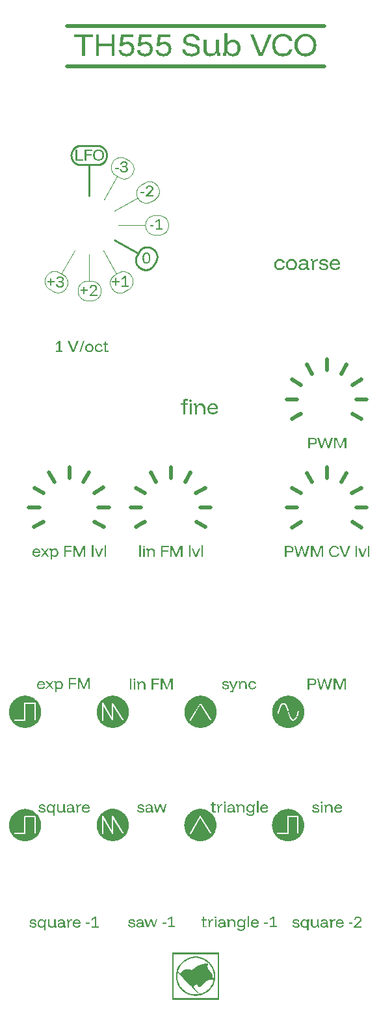
<source format=gbr>
%TF.GenerationSoftware,KiCad,Pcbnew,9.0.6*%
%TF.CreationDate,2025-11-20T09:42:16+01:00*%
%TF.ProjectId,Th-555-biondo_front,54682d35-3535-42d6-9269-6f6e646f5f66,rev?*%
%TF.SameCoordinates,Original*%
%TF.FileFunction,Legend,Top*%
%TF.FilePolarity,Positive*%
%FSLAX46Y46*%
G04 Gerber Fmt 4.6, Leading zero omitted, Abs format (unit mm)*
G04 Created by KiCad (PCBNEW 9.0.6) date 2025-11-20 09:42:16*
%MOMM*%
%LPD*%
G01*
G04 APERTURE LIST*
%ADD10C,0.000000*%
%ADD11C,0.100000*%
%ADD12C,0.300000*%
%ADD13C,0.150000*%
%ADD14C,0.499999*%
%ADD15C,0.264000*%
%ADD16C,0.264582*%
%ADD17C,0.500000*%
G04 APERTURE END LIST*
D10*
G36*
X142930000Y-114020000D02*
G01*
X143036521Y-114028104D01*
X143141493Y-114041447D01*
X143244785Y-114059896D01*
X143346264Y-114083321D01*
X143445799Y-114111590D01*
X143543258Y-114144570D01*
X143638509Y-114182129D01*
X143731420Y-114224137D01*
X143821860Y-114270461D01*
X143909697Y-114320969D01*
X143994799Y-114375530D01*
X144077034Y-114434012D01*
X144156271Y-114496282D01*
X144232377Y-114562210D01*
X144305221Y-114631663D01*
X144374672Y-114704510D01*
X144440597Y-114780618D01*
X144502864Y-114859857D01*
X144561342Y-114942093D01*
X144615900Y-115027196D01*
X144666404Y-115115034D01*
X144712724Y-115205474D01*
X144754728Y-115298386D01*
X144792284Y-115393636D01*
X144825259Y-115491094D01*
X144853524Y-115590628D01*
X144876944Y-115692105D01*
X144895390Y-115795394D01*
X144908728Y-115900363D01*
X144916828Y-116006881D01*
X144919557Y-116114816D01*
X144916826Y-116222754D01*
X144908724Y-116329276D01*
X144895383Y-116434248D01*
X144876935Y-116537541D01*
X144853512Y-116639021D01*
X144825246Y-116738557D01*
X144792268Y-116836017D01*
X144754709Y-116931269D01*
X144712703Y-117024182D01*
X144666381Y-117114624D01*
X144615873Y-117202462D01*
X144561313Y-117287566D01*
X144502832Y-117369803D01*
X144440562Y-117449042D01*
X144374635Y-117525150D01*
X144305181Y-117597997D01*
X144232334Y-117667449D01*
X144156225Y-117733376D01*
X144076985Y-117795646D01*
X143994747Y-117854126D01*
X143909642Y-117908686D01*
X143821802Y-117959193D01*
X143731359Y-118005515D01*
X143638444Y-118047521D01*
X143543190Y-118085079D01*
X143445728Y-118118057D01*
X143346190Y-118146323D01*
X143244707Y-118169745D01*
X143141412Y-118188193D01*
X143036436Y-118201533D01*
X142929912Y-118209634D01*
X142821970Y-118212365D01*
X142714031Y-118209631D01*
X142607510Y-118201527D01*
X142502537Y-118188185D01*
X142399246Y-118169735D01*
X142297766Y-118146310D01*
X142198231Y-118118041D01*
X142100772Y-118085061D01*
X142005520Y-118047501D01*
X141912608Y-118005494D01*
X141822168Y-117959170D01*
X141734330Y-117908661D01*
X141649227Y-117854100D01*
X141566992Y-117795618D01*
X141487754Y-117733348D01*
X141411647Y-117667419D01*
X141338802Y-117597966D01*
X141269351Y-117525119D01*
X141203425Y-117449010D01*
X141141157Y-117369771D01*
X141082678Y-117287534D01*
X141034688Y-117212676D01*
X141427200Y-117212676D01*
X141427348Y-117216720D01*
X141427688Y-117220745D01*
X141428218Y-117224745D01*
X141428937Y-117228712D01*
X141429842Y-117232638D01*
X141430932Y-117236518D01*
X141432204Y-117240343D01*
X141433658Y-117244107D01*
X141435291Y-117247802D01*
X141437102Y-117251422D01*
X141439088Y-117254959D01*
X141441248Y-117258406D01*
X141443580Y-117261756D01*
X141446082Y-117265003D01*
X141448753Y-117268138D01*
X141451590Y-117271155D01*
X141454592Y-117274047D01*
X141457756Y-117276806D01*
X141461082Y-117279426D01*
X141464567Y-117281899D01*
X141468210Y-117284219D01*
X141471894Y-117286350D01*
X141475664Y-117288285D01*
X141479511Y-117290022D01*
X141483427Y-117291562D01*
X141487406Y-117292901D01*
X141491439Y-117294040D01*
X141495518Y-117294977D01*
X141499636Y-117295710D01*
X141503786Y-117296240D01*
X141507959Y-117296563D01*
X141512148Y-117296680D01*
X141516345Y-117296589D01*
X141520542Y-117296289D01*
X141524732Y-117295778D01*
X141528907Y-117295056D01*
X141533060Y-117294122D01*
X141537160Y-117292980D01*
X141541180Y-117291640D01*
X141545113Y-117290107D01*
X141548954Y-117288386D01*
X141552695Y-117286481D01*
X141556330Y-117284397D01*
X141559855Y-117282138D01*
X141563261Y-117279710D01*
X141566543Y-117277116D01*
X141569695Y-117274361D01*
X141572710Y-117271451D01*
X141575582Y-117268390D01*
X141578306Y-117265181D01*
X141580874Y-117261831D01*
X141583281Y-117258344D01*
X141585520Y-117254723D01*
X142819559Y-115180428D01*
X144059793Y-117211831D01*
X144062032Y-117215451D01*
X144064439Y-117218938D01*
X144067007Y-117222287D01*
X144069730Y-117225495D01*
X144072602Y-117228555D01*
X144075618Y-117231464D01*
X144078769Y-117234217D01*
X144082051Y-117236810D01*
X144085457Y-117239237D01*
X144088980Y-117241494D01*
X144092616Y-117243577D01*
X144096356Y-117245481D01*
X144100195Y-117247201D01*
X144104128Y-117248733D01*
X144108146Y-117250072D01*
X144112245Y-117251214D01*
X144116396Y-117252149D01*
X144120571Y-117252871D01*
X144124760Y-117253382D01*
X144128957Y-117253684D01*
X144133153Y-117253776D01*
X144137342Y-117253660D01*
X144141515Y-117253338D01*
X144145664Y-117252810D01*
X144149782Y-117252078D01*
X144153861Y-117251143D01*
X144157893Y-117250005D01*
X144161870Y-117248667D01*
X144165786Y-117247129D01*
X144169631Y-117245392D01*
X144173398Y-117243457D01*
X144177080Y-117241326D01*
X144180632Y-117239025D01*
X144184050Y-117236560D01*
X144187329Y-117233938D01*
X144190466Y-117231165D01*
X144193454Y-117228247D01*
X144196290Y-117225191D01*
X144198970Y-117222002D01*
X144201488Y-117218688D01*
X144203841Y-117215254D01*
X144206023Y-117211706D01*
X144208030Y-117208052D01*
X144209859Y-117204297D01*
X144211503Y-117200447D01*
X144212959Y-117196509D01*
X144214222Y-117192489D01*
X144215288Y-117188393D01*
X144216148Y-117184250D01*
X144216797Y-117180087D01*
X144217236Y-117175911D01*
X144217468Y-117171732D01*
X144217492Y-117167556D01*
X144217311Y-117163391D01*
X144216926Y-117159244D01*
X144216338Y-117155124D01*
X144215548Y-117151037D01*
X144214558Y-117146992D01*
X144213369Y-117142995D01*
X144211982Y-117139056D01*
X144210399Y-117135181D01*
X144208621Y-117131377D01*
X144206649Y-117127653D01*
X144204485Y-117124017D01*
X142891908Y-114973748D01*
X142888858Y-114969000D01*
X142885527Y-114964500D01*
X142881929Y-114960257D01*
X142878081Y-114956280D01*
X142873997Y-114952577D01*
X142869695Y-114949158D01*
X142865188Y-114946031D01*
X142860492Y-114943204D01*
X142855624Y-114940686D01*
X142850599Y-114938487D01*
X142845431Y-114936614D01*
X142840137Y-114935077D01*
X142834733Y-114933884D01*
X142829233Y-114933044D01*
X142823654Y-114932566D01*
X142818010Y-114932458D01*
X142818002Y-114932488D01*
X142815226Y-114932546D01*
X142812465Y-114932695D01*
X142809720Y-114932932D01*
X142806995Y-114933257D01*
X142804289Y-114933669D01*
X142801606Y-114934166D01*
X142798947Y-114934748D01*
X142796314Y-114935414D01*
X142793708Y-114936163D01*
X142791132Y-114936993D01*
X142788588Y-114937904D01*
X142786077Y-114938894D01*
X142783601Y-114939963D01*
X142781161Y-114941109D01*
X142778761Y-114942331D01*
X142776401Y-114943629D01*
X142774084Y-114945001D01*
X142771811Y-114946446D01*
X142769584Y-114947964D01*
X142767405Y-114949552D01*
X142765275Y-114951211D01*
X142763198Y-114952938D01*
X142761173Y-114954734D01*
X142759204Y-114956596D01*
X142757292Y-114958524D01*
X142755439Y-114960517D01*
X142753647Y-114962574D01*
X142751917Y-114964694D01*
X142750252Y-114966875D01*
X142748653Y-114969117D01*
X142747122Y-114971419D01*
X142745661Y-114973779D01*
X141438761Y-117168984D01*
X141436677Y-117172766D01*
X141434805Y-117176607D01*
X141433144Y-117180500D01*
X141431691Y-117184438D01*
X141430444Y-117188415D01*
X141429402Y-117192422D01*
X141428563Y-117196453D01*
X141427925Y-117200502D01*
X141427487Y-117204559D01*
X141427245Y-117208620D01*
X141427200Y-117212676D01*
X141034688Y-117212676D01*
X141028120Y-117202430D01*
X140977615Y-117114592D01*
X140931294Y-117024151D01*
X140889290Y-116931239D01*
X140851734Y-116835988D01*
X140818758Y-116738529D01*
X140790493Y-116638994D01*
X140767072Y-116537516D01*
X140748626Y-116434226D01*
X140735288Y-116329255D01*
X140727188Y-116222736D01*
X140724458Y-116114800D01*
X140727190Y-116006862D01*
X140735293Y-115900340D01*
X140748634Y-115795368D01*
X140767082Y-115692076D01*
X140790506Y-115590596D01*
X140818773Y-115491061D01*
X140851751Y-115393601D01*
X140889309Y-115298349D01*
X140931315Y-115205437D01*
X140977637Y-115114996D01*
X141028144Y-115027158D01*
X141082704Y-114942055D01*
X141141184Y-114859818D01*
X141203453Y-114780580D01*
X141269380Y-114704473D01*
X141338833Y-114631627D01*
X141411679Y-114562175D01*
X141487787Y-114496249D01*
X141567025Y-114433980D01*
X141649262Y-114375500D01*
X141734365Y-114320941D01*
X141822203Y-114270435D01*
X141912644Y-114224113D01*
X142005557Y-114182108D01*
X142100808Y-114144551D01*
X142198268Y-114111573D01*
X142297804Y-114083307D01*
X142399283Y-114059885D01*
X142502575Y-114041438D01*
X142607548Y-114028098D01*
X142714069Y-114019997D01*
X142822008Y-114017266D01*
X142822061Y-114017266D01*
X142930000Y-114020000D01*
G37*
G36*
X131510000Y-114020000D02*
G01*
X131616521Y-114028104D01*
X131721493Y-114041447D01*
X131824785Y-114059896D01*
X131926264Y-114083321D01*
X132025799Y-114111590D01*
X132123258Y-114144570D01*
X132218509Y-114182129D01*
X132311420Y-114224137D01*
X132401860Y-114270461D01*
X132489697Y-114320969D01*
X132574799Y-114375530D01*
X132657034Y-114434012D01*
X132736271Y-114496282D01*
X132812377Y-114562210D01*
X132885221Y-114631663D01*
X132954672Y-114704510D01*
X133020597Y-114780618D01*
X133082864Y-114859857D01*
X133141342Y-114942093D01*
X133195900Y-115027196D01*
X133246404Y-115115034D01*
X133292724Y-115205474D01*
X133334728Y-115298386D01*
X133372284Y-115393636D01*
X133405260Y-115491094D01*
X133433524Y-115590628D01*
X133456944Y-115692105D01*
X133475390Y-115795394D01*
X133488728Y-115900363D01*
X133496828Y-116006881D01*
X133499557Y-116114816D01*
X133496826Y-116222754D01*
X133488724Y-116329276D01*
X133475383Y-116434248D01*
X133456935Y-116537541D01*
X133433512Y-116639021D01*
X133405246Y-116738557D01*
X133372268Y-116836017D01*
X133334710Y-116931269D01*
X133292703Y-117024182D01*
X133246381Y-117114624D01*
X133195873Y-117202462D01*
X133141313Y-117287566D01*
X133082833Y-117369803D01*
X133020562Y-117449042D01*
X132954635Y-117525150D01*
X132885181Y-117597997D01*
X132812334Y-117667449D01*
X132736225Y-117733376D01*
X132656985Y-117795646D01*
X132574747Y-117854126D01*
X132489642Y-117908686D01*
X132401802Y-117959193D01*
X132311359Y-118005515D01*
X132218444Y-118047521D01*
X132123190Y-118085079D01*
X132025728Y-118118057D01*
X131926190Y-118146323D01*
X131824707Y-118169745D01*
X131721412Y-118188193D01*
X131616436Y-118201533D01*
X131509912Y-118209634D01*
X131401970Y-118212365D01*
X131294031Y-118209631D01*
X131187510Y-118201527D01*
X131082538Y-118188185D01*
X130979246Y-118169735D01*
X130877766Y-118146310D01*
X130778231Y-118118041D01*
X130680772Y-118085061D01*
X130585520Y-118047501D01*
X130492608Y-118005494D01*
X130402168Y-117959170D01*
X130314330Y-117908661D01*
X130229228Y-117854100D01*
X130146992Y-117795618D01*
X130067754Y-117733348D01*
X129991647Y-117667419D01*
X129918802Y-117597966D01*
X129849351Y-117525119D01*
X129783425Y-117449010D01*
X129721157Y-117369771D01*
X129662678Y-117287534D01*
X129621747Y-117223687D01*
X130028969Y-117223687D01*
X130029125Y-117227973D01*
X130029490Y-117232203D01*
X130030060Y-117236370D01*
X130030829Y-117240471D01*
X130031793Y-117244499D01*
X130032946Y-117248450D01*
X130034284Y-117252319D01*
X130035800Y-117256100D01*
X130037490Y-117259789D01*
X130039349Y-117263380D01*
X130041372Y-117266869D01*
X130043554Y-117270250D01*
X130045889Y-117273518D01*
X130048373Y-117276668D01*
X130051000Y-117279695D01*
X130053766Y-117282594D01*
X130056665Y-117285359D01*
X130059692Y-117287987D01*
X130062842Y-117290471D01*
X130066110Y-117292806D01*
X130069491Y-117294988D01*
X130072980Y-117297011D01*
X130076572Y-117298871D01*
X130080261Y-117300561D01*
X130084043Y-117302078D01*
X130087912Y-117303416D01*
X130091864Y-117304569D01*
X130095892Y-117305533D01*
X130099993Y-117306303D01*
X130104161Y-117306874D01*
X130108391Y-117307240D01*
X130112678Y-117307397D01*
X130116984Y-117307266D01*
X130121234Y-117306924D01*
X130125422Y-117306376D01*
X130129543Y-117305625D01*
X130133593Y-117304679D01*
X130137566Y-117303542D01*
X130141456Y-117302218D01*
X130145259Y-117300714D01*
X130148970Y-117299033D01*
X130152583Y-117297183D01*
X130156093Y-117295166D01*
X130159496Y-117292990D01*
X130162785Y-117290658D01*
X130165956Y-117288176D01*
X130169003Y-117285549D01*
X130171922Y-117282782D01*
X130174706Y-117279881D01*
X130177352Y-117276850D01*
X130179854Y-117273695D01*
X130182206Y-117270420D01*
X130184404Y-117267031D01*
X130186443Y-117263533D01*
X130188316Y-117259931D01*
X130190019Y-117256231D01*
X130191548Y-117252437D01*
X130192896Y-117248554D01*
X130194058Y-117244588D01*
X130195030Y-117240544D01*
X130195806Y-117236426D01*
X130196381Y-117232241D01*
X130196749Y-117227993D01*
X130196907Y-117223687D01*
X130196907Y-115317345D01*
X131307953Y-117239190D01*
X131311697Y-117245295D01*
X131315886Y-117250991D01*
X131320486Y-117256263D01*
X131325465Y-117261098D01*
X131330791Y-117265482D01*
X131336431Y-117269401D01*
X131342353Y-117272841D01*
X131348525Y-117275788D01*
X131354914Y-117278229D01*
X131361489Y-117280150D01*
X131368215Y-117281537D01*
X131375063Y-117282376D01*
X131381998Y-117282653D01*
X131388989Y-117282355D01*
X131396003Y-117281467D01*
X131403007Y-117279977D01*
X131406469Y-117279009D01*
X131409863Y-117277904D01*
X131413186Y-117276666D01*
X131416435Y-117275298D01*
X131419608Y-117273804D01*
X131422703Y-117272187D01*
X131428644Y-117268597D01*
X131434237Y-117264558D01*
X131439461Y-117260097D01*
X131444294Y-117255242D01*
X131448713Y-117250020D01*
X131452698Y-117244459D01*
X131456226Y-117238588D01*
X131459277Y-117232433D01*
X131461827Y-117226024D01*
X131463856Y-117219386D01*
X131464669Y-117215991D01*
X131465342Y-117212549D01*
X131465875Y-117209065D01*
X131466264Y-117205541D01*
X131466506Y-117201981D01*
X131466598Y-117198388D01*
X131466598Y-115319421D01*
X132618469Y-117221627D01*
X132620849Y-117225200D01*
X132623378Y-117228615D01*
X132626049Y-117231870D01*
X132628855Y-117234962D01*
X132631789Y-117237891D01*
X132634843Y-117240655D01*
X132638012Y-117243252D01*
X132641288Y-117245680D01*
X132644663Y-117247938D01*
X132648131Y-117250024D01*
X132651685Y-117251936D01*
X132655318Y-117253674D01*
X132659023Y-117255234D01*
X132662792Y-117256615D01*
X132666619Y-117257816D01*
X132670497Y-117258836D01*
X132674418Y-117259671D01*
X132678377Y-117260321D01*
X132682364Y-117260785D01*
X132686375Y-117261059D01*
X132690401Y-117261144D01*
X132694436Y-117261036D01*
X132698472Y-117260735D01*
X132702503Y-117260238D01*
X132706521Y-117259544D01*
X132710520Y-117258652D01*
X132714492Y-117257559D01*
X132718431Y-117256264D01*
X132722330Y-117254766D01*
X132726180Y-117253062D01*
X132729977Y-117251151D01*
X132733711Y-117249032D01*
X132737354Y-117246714D01*
X132740839Y-117244242D01*
X132744165Y-117241623D01*
X132747330Y-117238865D01*
X132750331Y-117235974D01*
X132753168Y-117232958D01*
X132755839Y-117229824D01*
X132758341Y-117226578D01*
X132760673Y-117223229D01*
X132762833Y-117219782D01*
X132764819Y-117216245D01*
X132766630Y-117212626D01*
X132768263Y-117208931D01*
X132769717Y-117205167D01*
X132770990Y-117201342D01*
X132772079Y-117197463D01*
X132772984Y-117193536D01*
X132773703Y-117189569D01*
X132774233Y-117185570D01*
X132774573Y-117181544D01*
X132774721Y-117177499D01*
X132774676Y-117173443D01*
X132774434Y-117169382D01*
X132773996Y-117165323D01*
X132773358Y-117161274D01*
X132772519Y-117157242D01*
X132771477Y-117153234D01*
X132770230Y-117149256D01*
X132768777Y-117145317D01*
X132767116Y-117141422D01*
X132765244Y-117137580D01*
X132763161Y-117133797D01*
X131454712Y-114973718D01*
X131450746Y-114967893D01*
X131446369Y-114962483D01*
X131441611Y-114957501D01*
X131436504Y-114952957D01*
X131431080Y-114948865D01*
X131425369Y-114945236D01*
X131419404Y-114942082D01*
X131413216Y-114939416D01*
X131406835Y-114937248D01*
X131400293Y-114935592D01*
X131393623Y-114934460D01*
X131386854Y-114933862D01*
X131380019Y-114933812D01*
X131373149Y-114934321D01*
X131366275Y-114935402D01*
X131359428Y-114937066D01*
X131356051Y-114938112D01*
X131352743Y-114939289D01*
X131349506Y-114940594D01*
X131346343Y-114942023D01*
X131340250Y-114945238D01*
X131334484Y-114948910D01*
X131329065Y-114953010D01*
X131324013Y-114957513D01*
X131319348Y-114962390D01*
X131315091Y-114967616D01*
X131311262Y-114973163D01*
X131307880Y-114979004D01*
X131304967Y-114985114D01*
X131302543Y-114991463D01*
X131300627Y-114998027D01*
X131299240Y-115004777D01*
X131298751Y-115008214D01*
X131298402Y-115011687D01*
X131298196Y-115015194D01*
X131298134Y-115018731D01*
X131298134Y-116885796D01*
X130187088Y-114963952D01*
X130184617Y-114959972D01*
X130181945Y-114956155D01*
X130179080Y-114952507D01*
X130176031Y-114949034D01*
X130172806Y-114945742D01*
X130169414Y-114942637D01*
X130165864Y-114939725D01*
X130162164Y-114937011D01*
X130158322Y-114934501D01*
X130154347Y-114932202D01*
X130150247Y-114930118D01*
X130146032Y-114928257D01*
X130141709Y-114926624D01*
X130137287Y-114925224D01*
X130132775Y-114924064D01*
X130128181Y-114923150D01*
X130128181Y-114922585D01*
X130125885Y-114922237D01*
X130123583Y-114921952D01*
X130121277Y-114921730D01*
X130118967Y-114921572D01*
X130116656Y-114921477D01*
X130114345Y-114921446D01*
X130112034Y-114921477D01*
X130109726Y-114921573D01*
X130107421Y-114921731D01*
X130105121Y-114921952D01*
X130102828Y-114922236D01*
X130100542Y-114922583D01*
X130098265Y-114922993D01*
X130095997Y-114923466D01*
X130093742Y-114924001D01*
X130091499Y-114924599D01*
X130088126Y-114925588D01*
X130084819Y-114926707D01*
X130081581Y-114927954D01*
X130078414Y-114929323D01*
X130072303Y-114932421D01*
X130066508Y-114935975D01*
X130061048Y-114939958D01*
X130055945Y-114944345D01*
X130051218Y-114949110D01*
X130046887Y-114954226D01*
X130042974Y-114959668D01*
X130039498Y-114965410D01*
X130036480Y-114971425D01*
X130033940Y-114977688D01*
X130031899Y-114984172D01*
X130030376Y-114990852D01*
X130029816Y-114994257D01*
X130029393Y-114997701D01*
X130029109Y-115001180D01*
X130028969Y-115004693D01*
X130028969Y-117223687D01*
X129621747Y-117223687D01*
X129608120Y-117202430D01*
X129557615Y-117114592D01*
X129511294Y-117024151D01*
X129469290Y-116931239D01*
X129431734Y-116835988D01*
X129398758Y-116738529D01*
X129370493Y-116638994D01*
X129347072Y-116537516D01*
X129328626Y-116434226D01*
X129315288Y-116329255D01*
X129307188Y-116222736D01*
X129304458Y-116114800D01*
X129307191Y-116006862D01*
X129315293Y-115900340D01*
X129328634Y-115795368D01*
X129347083Y-115692076D01*
X129370506Y-115590596D01*
X129398773Y-115491061D01*
X129431751Y-115393601D01*
X129469309Y-115298349D01*
X129511315Y-115205437D01*
X129557637Y-115114996D01*
X129608144Y-115027158D01*
X129622547Y-115004693D01*
X129662704Y-114942055D01*
X129721184Y-114859818D01*
X129783454Y-114780580D01*
X129849380Y-114704473D01*
X129918833Y-114631627D01*
X129991679Y-114562175D01*
X130067787Y-114496249D01*
X130147025Y-114433980D01*
X130229262Y-114375500D01*
X130314365Y-114320941D01*
X130402203Y-114270435D01*
X130492644Y-114224113D01*
X130585557Y-114182108D01*
X130680809Y-114144551D01*
X130778268Y-114111573D01*
X130877804Y-114083307D01*
X130979283Y-114059885D01*
X131082575Y-114041438D01*
X131187548Y-114028098D01*
X131294070Y-114019997D01*
X131402008Y-114017266D01*
X131402061Y-114017266D01*
X131510000Y-114020000D01*
G37*
G36*
X142910000Y-128760000D02*
G01*
X143016521Y-128768104D01*
X143121493Y-128781447D01*
X143224785Y-128799896D01*
X143326264Y-128823321D01*
X143425799Y-128851590D01*
X143523258Y-128884570D01*
X143618509Y-128922129D01*
X143711420Y-128964137D01*
X143801860Y-129010461D01*
X143889697Y-129060969D01*
X143974799Y-129115530D01*
X144057034Y-129174012D01*
X144136271Y-129236282D01*
X144212377Y-129302210D01*
X144285221Y-129371663D01*
X144354672Y-129444510D01*
X144420597Y-129520618D01*
X144482864Y-129599857D01*
X144541342Y-129682093D01*
X144595900Y-129767196D01*
X144646404Y-129855034D01*
X144692724Y-129945474D01*
X144734728Y-130038386D01*
X144772284Y-130133636D01*
X144805259Y-130231094D01*
X144833524Y-130330628D01*
X144856944Y-130432105D01*
X144875390Y-130535394D01*
X144888728Y-130640363D01*
X144896828Y-130746881D01*
X144899557Y-130854816D01*
X144896826Y-130962754D01*
X144888724Y-131069276D01*
X144875383Y-131174248D01*
X144856935Y-131277541D01*
X144833512Y-131379021D01*
X144805246Y-131478557D01*
X144772268Y-131576017D01*
X144734709Y-131671269D01*
X144692703Y-131764182D01*
X144646381Y-131854624D01*
X144595873Y-131942462D01*
X144541313Y-132027566D01*
X144482832Y-132109803D01*
X144420562Y-132189042D01*
X144354635Y-132265150D01*
X144285181Y-132337997D01*
X144212334Y-132407449D01*
X144136225Y-132473376D01*
X144056985Y-132535646D01*
X143974747Y-132594126D01*
X143889642Y-132648686D01*
X143801802Y-132699193D01*
X143711359Y-132745515D01*
X143618444Y-132787521D01*
X143523190Y-132825079D01*
X143425728Y-132858057D01*
X143326190Y-132886323D01*
X143224707Y-132909745D01*
X143121412Y-132928193D01*
X143016436Y-132941533D01*
X142909912Y-132949634D01*
X142801970Y-132952365D01*
X142694031Y-132949631D01*
X142587510Y-132941527D01*
X142482537Y-132928185D01*
X142379246Y-132909735D01*
X142277766Y-132886310D01*
X142178231Y-132858041D01*
X142080772Y-132825061D01*
X141985520Y-132787501D01*
X141892608Y-132745494D01*
X141802168Y-132699170D01*
X141714330Y-132648661D01*
X141629227Y-132594100D01*
X141546992Y-132535618D01*
X141467754Y-132473348D01*
X141391647Y-132407419D01*
X141318802Y-132337966D01*
X141249351Y-132265119D01*
X141183425Y-132189010D01*
X141121157Y-132109771D01*
X141062678Y-132027534D01*
X141014688Y-131952676D01*
X141407200Y-131952676D01*
X141407348Y-131956720D01*
X141407688Y-131960745D01*
X141408218Y-131964745D01*
X141408937Y-131968712D01*
X141409842Y-131972638D01*
X141410932Y-131976518D01*
X141412204Y-131980343D01*
X141413658Y-131984107D01*
X141415291Y-131987802D01*
X141417102Y-131991422D01*
X141419088Y-131994959D01*
X141421248Y-131998406D01*
X141423580Y-132001756D01*
X141426082Y-132005003D01*
X141428753Y-132008138D01*
X141431590Y-132011155D01*
X141434592Y-132014047D01*
X141437756Y-132016806D01*
X141441082Y-132019426D01*
X141444567Y-132021899D01*
X141448210Y-132024219D01*
X141451894Y-132026350D01*
X141455664Y-132028285D01*
X141459511Y-132030022D01*
X141463427Y-132031562D01*
X141467406Y-132032901D01*
X141471439Y-132034040D01*
X141475518Y-132034977D01*
X141479636Y-132035710D01*
X141483786Y-132036240D01*
X141487959Y-132036563D01*
X141492148Y-132036680D01*
X141496345Y-132036589D01*
X141500542Y-132036289D01*
X141504732Y-132035778D01*
X141508907Y-132035056D01*
X141513060Y-132034122D01*
X141517160Y-132032980D01*
X141521180Y-132031640D01*
X141525113Y-132030107D01*
X141528954Y-132028386D01*
X141532695Y-132026481D01*
X141536330Y-132024397D01*
X141539855Y-132022138D01*
X141543261Y-132019710D01*
X141546543Y-132017116D01*
X141549695Y-132014361D01*
X141552710Y-132011451D01*
X141555582Y-132008390D01*
X141558306Y-132005181D01*
X141560874Y-132001831D01*
X141563281Y-131998344D01*
X141565520Y-131994723D01*
X142799559Y-129920428D01*
X144039793Y-131951831D01*
X144042032Y-131955451D01*
X144044439Y-131958938D01*
X144047007Y-131962287D01*
X144049730Y-131965495D01*
X144052602Y-131968555D01*
X144055618Y-131971464D01*
X144058769Y-131974217D01*
X144062051Y-131976810D01*
X144065457Y-131979237D01*
X144068980Y-131981494D01*
X144072616Y-131983577D01*
X144076356Y-131985481D01*
X144080195Y-131987201D01*
X144084128Y-131988733D01*
X144088146Y-131990072D01*
X144092245Y-131991214D01*
X144096396Y-131992149D01*
X144100571Y-131992871D01*
X144104760Y-131993382D01*
X144108957Y-131993684D01*
X144113153Y-131993776D01*
X144117342Y-131993660D01*
X144121515Y-131993338D01*
X144125664Y-131992810D01*
X144129782Y-131992078D01*
X144133861Y-131991143D01*
X144137893Y-131990005D01*
X144141870Y-131988667D01*
X144145786Y-131987129D01*
X144149631Y-131985392D01*
X144153398Y-131983457D01*
X144157080Y-131981326D01*
X144160632Y-131979025D01*
X144164050Y-131976560D01*
X144167329Y-131973938D01*
X144170466Y-131971165D01*
X144173454Y-131968247D01*
X144176290Y-131965191D01*
X144178970Y-131962002D01*
X144181488Y-131958688D01*
X144183841Y-131955254D01*
X144186023Y-131951706D01*
X144188030Y-131948052D01*
X144189859Y-131944297D01*
X144191503Y-131940447D01*
X144192959Y-131936509D01*
X144194222Y-131932489D01*
X144195288Y-131928393D01*
X144196148Y-131924250D01*
X144196797Y-131920087D01*
X144197236Y-131915911D01*
X144197468Y-131911732D01*
X144197492Y-131907556D01*
X144197311Y-131903391D01*
X144196926Y-131899244D01*
X144196338Y-131895124D01*
X144195548Y-131891037D01*
X144194558Y-131886992D01*
X144193369Y-131882995D01*
X144191982Y-131879056D01*
X144190399Y-131875181D01*
X144188621Y-131871377D01*
X144186649Y-131867653D01*
X144184485Y-131864017D01*
X142871908Y-129713748D01*
X142868858Y-129709000D01*
X142865527Y-129704500D01*
X142861929Y-129700257D01*
X142858081Y-129696280D01*
X142853997Y-129692577D01*
X142849695Y-129689158D01*
X142845188Y-129686031D01*
X142840492Y-129683204D01*
X142835624Y-129680686D01*
X142830599Y-129678487D01*
X142825431Y-129676614D01*
X142820137Y-129675077D01*
X142814733Y-129673884D01*
X142809233Y-129673044D01*
X142803654Y-129672566D01*
X142798010Y-129672458D01*
X142798002Y-129672488D01*
X142795226Y-129672546D01*
X142792465Y-129672695D01*
X142789720Y-129672932D01*
X142786995Y-129673257D01*
X142784289Y-129673669D01*
X142781606Y-129674166D01*
X142778947Y-129674748D01*
X142776314Y-129675414D01*
X142773708Y-129676163D01*
X142771132Y-129676993D01*
X142768588Y-129677904D01*
X142766077Y-129678894D01*
X142763601Y-129679963D01*
X142761161Y-129681109D01*
X142758761Y-129682331D01*
X142756401Y-129683629D01*
X142754084Y-129685001D01*
X142751811Y-129686446D01*
X142749584Y-129687964D01*
X142747405Y-129689552D01*
X142745275Y-129691211D01*
X142743198Y-129692938D01*
X142741173Y-129694734D01*
X142739204Y-129696596D01*
X142737292Y-129698524D01*
X142735439Y-129700517D01*
X142733647Y-129702574D01*
X142731917Y-129704694D01*
X142730252Y-129706875D01*
X142728653Y-129709117D01*
X142727122Y-129711419D01*
X142725661Y-129713779D01*
X141418761Y-131908984D01*
X141416677Y-131912766D01*
X141414805Y-131916607D01*
X141413144Y-131920500D01*
X141411691Y-131924438D01*
X141410444Y-131928415D01*
X141409402Y-131932422D01*
X141408563Y-131936453D01*
X141407925Y-131940502D01*
X141407487Y-131944559D01*
X141407245Y-131948620D01*
X141407200Y-131952676D01*
X141014688Y-131952676D01*
X141008120Y-131942430D01*
X140957615Y-131854592D01*
X140911294Y-131764151D01*
X140869290Y-131671239D01*
X140831734Y-131575988D01*
X140798758Y-131478529D01*
X140770493Y-131378994D01*
X140747072Y-131277516D01*
X140728626Y-131174226D01*
X140715288Y-131069255D01*
X140707188Y-130962736D01*
X140704458Y-130854800D01*
X140707190Y-130746862D01*
X140715293Y-130640340D01*
X140728634Y-130535368D01*
X140747082Y-130432076D01*
X140770506Y-130330596D01*
X140798773Y-130231061D01*
X140831751Y-130133601D01*
X140869309Y-130038349D01*
X140911315Y-129945437D01*
X140957637Y-129854996D01*
X141008144Y-129767158D01*
X141062704Y-129682055D01*
X141121184Y-129599818D01*
X141183453Y-129520580D01*
X141249380Y-129444473D01*
X141318833Y-129371627D01*
X141391679Y-129302175D01*
X141467787Y-129236249D01*
X141547025Y-129173980D01*
X141629262Y-129115500D01*
X141714365Y-129060941D01*
X141802203Y-129010435D01*
X141892644Y-128964113D01*
X141985557Y-128922108D01*
X142080808Y-128884551D01*
X142178268Y-128851573D01*
X142277804Y-128823307D01*
X142379283Y-128799885D01*
X142482575Y-128781438D01*
X142587548Y-128768098D01*
X142694069Y-128759997D01*
X142802008Y-128757266D01*
X142802061Y-128757266D01*
X142910000Y-128760000D01*
G37*
G36*
X154340000Y-128770000D02*
G01*
X154446521Y-128778104D01*
X154551493Y-128791447D01*
X154654784Y-128809896D01*
X154756263Y-128833321D01*
X154855798Y-128861590D01*
X154953257Y-128894570D01*
X155048507Y-128932129D01*
X155141418Y-128974137D01*
X155231858Y-129020461D01*
X155319695Y-129070969D01*
X155404796Y-129125530D01*
X155487031Y-129184012D01*
X155566267Y-129246282D01*
X155642373Y-129312210D01*
X155715217Y-129381663D01*
X155784668Y-129454510D01*
X155850592Y-129530618D01*
X155912859Y-129609857D01*
X155971337Y-129692093D01*
X156025894Y-129777196D01*
X156076398Y-129865034D01*
X156122718Y-129955474D01*
X156164722Y-130048386D01*
X156202277Y-130143636D01*
X156235253Y-130241094D01*
X156263516Y-130340628D01*
X156286937Y-130442105D01*
X156305382Y-130545394D01*
X156318721Y-130650363D01*
X156326820Y-130756881D01*
X156329550Y-130864816D01*
X156326818Y-130972754D01*
X156318716Y-131079276D01*
X156305376Y-131184248D01*
X156286928Y-131287541D01*
X156263505Y-131389021D01*
X156235238Y-131488557D01*
X156202260Y-131586017D01*
X156164702Y-131681269D01*
X156122695Y-131774182D01*
X156076373Y-131864624D01*
X156025865Y-131952462D01*
X155971305Y-132037566D01*
X155912824Y-132119803D01*
X155850554Y-132199042D01*
X155784626Y-132275150D01*
X155715173Y-132347997D01*
X155642325Y-132417449D01*
X155566216Y-132483376D01*
X155486976Y-132545646D01*
X155404737Y-132604126D01*
X155319632Y-132658686D01*
X155231792Y-132709193D01*
X155141348Y-132755515D01*
X155048433Y-132797521D01*
X154953179Y-132835079D01*
X154855716Y-132868057D01*
X154756177Y-132896323D01*
X154654694Y-132919745D01*
X154551399Y-132938193D01*
X154446422Y-132951533D01*
X154339897Y-132959634D01*
X154231954Y-132962365D01*
X154124016Y-132959631D01*
X154017495Y-132951527D01*
X153912522Y-132938185D01*
X153809231Y-132919735D01*
X153707751Y-132896310D01*
X153608216Y-132868041D01*
X153510757Y-132835061D01*
X153415506Y-132797501D01*
X153322594Y-132755494D01*
X153232154Y-132709170D01*
X153144317Y-132658661D01*
X153059215Y-132604100D01*
X152976979Y-132545618D01*
X152897742Y-132483348D01*
X152821635Y-132417419D01*
X152748791Y-132347966D01*
X152679340Y-132275119D01*
X152613415Y-132199010D01*
X152551147Y-132119771D01*
X152492668Y-132037534D01*
X152442826Y-131959786D01*
X152779905Y-131959786D01*
X152780033Y-131964005D01*
X152780369Y-131968194D01*
X152780910Y-131972346D01*
X152781653Y-131976454D01*
X152782595Y-131980511D01*
X152783734Y-131984510D01*
X152785066Y-131988443D01*
X152786588Y-131992305D01*
X152788297Y-131996087D01*
X152790190Y-131999783D01*
X152792265Y-132003386D01*
X152794519Y-132006888D01*
X152796948Y-132010283D01*
X152799549Y-132013564D01*
X152802320Y-132016723D01*
X152805258Y-132019753D01*
X152808342Y-132022634D01*
X152811552Y-132025345D01*
X152814881Y-132027884D01*
X152818320Y-132030249D01*
X152821863Y-132032436D01*
X152825504Y-132034443D01*
X152829234Y-132036267D01*
X152833047Y-132037906D01*
X152836935Y-132039355D01*
X152840893Y-132040613D01*
X152844912Y-132041677D01*
X152848985Y-132042543D01*
X152853106Y-132043210D01*
X152857267Y-132043675D01*
X152861462Y-132043934D01*
X152865682Y-132043984D01*
X154189634Y-132043984D01*
X154193958Y-132043853D01*
X154198224Y-132043508D01*
X154202428Y-132042955D01*
X154206565Y-132042199D01*
X154210629Y-132041246D01*
X154214616Y-132040100D01*
X154218519Y-132038766D01*
X154222334Y-132037251D01*
X154226056Y-132035558D01*
X154229679Y-132033694D01*
X154233198Y-132031663D01*
X154236608Y-132029471D01*
X154239903Y-132027123D01*
X154243079Y-132024624D01*
X154246131Y-132021979D01*
X154249052Y-132019194D01*
X154251838Y-132016274D01*
X154254484Y-132013224D01*
X154256984Y-132010049D01*
X154259333Y-132006754D01*
X154261526Y-132003345D01*
X154263558Y-131999827D01*
X154265424Y-131996205D01*
X154267118Y-131992484D01*
X154268635Y-131988669D01*
X154269970Y-131984766D01*
X154271117Y-131980780D01*
X154272072Y-131976717D01*
X154272829Y-131972580D01*
X154273384Y-131968376D01*
X154273730Y-131964110D01*
X154273863Y-131959786D01*
X154273863Y-129854485D01*
X155429861Y-129854485D01*
X155429861Y-131901360D01*
X155433958Y-131899361D01*
X155433925Y-131902947D01*
X155434041Y-131906505D01*
X155434305Y-131910033D01*
X155434713Y-131913526D01*
X155435264Y-131916982D01*
X155435953Y-131920397D01*
X155436780Y-131923766D01*
X155437740Y-131927088D01*
X155438833Y-131930357D01*
X155440054Y-131933571D01*
X155441403Y-131936726D01*
X155442875Y-131939819D01*
X155444469Y-131942845D01*
X155446181Y-131945801D01*
X155448010Y-131948685D01*
X155449953Y-131951491D01*
X155452007Y-131954217D01*
X155454170Y-131956860D01*
X155456438Y-131959415D01*
X155458810Y-131961879D01*
X155461284Y-131964248D01*
X155463855Y-131966519D01*
X155466523Y-131968689D01*
X155469284Y-131970753D01*
X155472135Y-131972709D01*
X155475075Y-131974552D01*
X155478100Y-131976280D01*
X155481208Y-131977888D01*
X155484397Y-131979373D01*
X155487664Y-131980732D01*
X155491006Y-131981961D01*
X155494421Y-131983056D01*
X155496519Y-131983056D01*
X155501208Y-131983979D01*
X155505914Y-131984633D01*
X155510628Y-131985020D01*
X155515338Y-131985143D01*
X155520033Y-131985003D01*
X155524704Y-131984605D01*
X155529338Y-131983950D01*
X155533927Y-131983041D01*
X155538458Y-131981879D01*
X155542921Y-131980469D01*
X155547306Y-131978812D01*
X155551602Y-131976910D01*
X155555798Y-131974767D01*
X155559883Y-131972385D01*
X155563846Y-131969766D01*
X155567678Y-131966912D01*
X155571343Y-131963848D01*
X155574810Y-131960601D01*
X155578075Y-131957181D01*
X155581132Y-131953598D01*
X155583977Y-131949862D01*
X155586605Y-131945983D01*
X155589010Y-131941970D01*
X155591189Y-131937833D01*
X155593136Y-131933582D01*
X155594847Y-131929226D01*
X155596317Y-131924776D01*
X155597540Y-131920242D01*
X155598512Y-131915632D01*
X155599228Y-131910957D01*
X155599684Y-131906227D01*
X155599874Y-131901452D01*
X155599874Y-129770318D01*
X155599824Y-129766046D01*
X155599559Y-129761802D01*
X155599084Y-129757592D01*
X155598401Y-129753424D01*
X155597514Y-129749305D01*
X155596424Y-129745243D01*
X155595136Y-129741244D01*
X155593652Y-129737317D01*
X155591975Y-129733468D01*
X155590108Y-129729704D01*
X155588054Y-129726033D01*
X155585816Y-129722463D01*
X155583398Y-129719000D01*
X155580801Y-129715652D01*
X155578030Y-129712425D01*
X155575086Y-129709328D01*
X155571991Y-129706384D01*
X155568765Y-129703610D01*
X155565418Y-129701012D01*
X155561955Y-129698592D01*
X155558385Y-129696352D01*
X155554714Y-129694297D01*
X155550950Y-129692428D01*
X155547101Y-129690749D01*
X155543173Y-129689263D01*
X155539174Y-129687973D01*
X155535111Y-129686882D01*
X155530992Y-129685993D01*
X155526824Y-129685309D01*
X155522613Y-129684833D01*
X155518369Y-129684569D01*
X155514097Y-129684518D01*
X154189627Y-129684518D01*
X154189627Y-129684426D01*
X154185424Y-129684579D01*
X154181252Y-129684938D01*
X154177118Y-129685500D01*
X154173029Y-129686263D01*
X154168992Y-129687223D01*
X154165013Y-129688378D01*
X154161100Y-129689724D01*
X154157259Y-129691258D01*
X154153497Y-129692979D01*
X154149822Y-129694881D01*
X154146240Y-129696964D01*
X154142759Y-129699223D01*
X154139384Y-129701657D01*
X154136124Y-129704261D01*
X154132984Y-129707032D01*
X154129972Y-129709969D01*
X154127110Y-129713052D01*
X154124416Y-129716258D01*
X154121893Y-129719581D01*
X154119544Y-129723013D01*
X154117371Y-129726549D01*
X154115377Y-129730180D01*
X154113566Y-129733900D01*
X154111939Y-129737702D01*
X154110500Y-129741580D01*
X154109252Y-129745525D01*
X154108197Y-129749532D01*
X154107338Y-129753593D01*
X154106677Y-129757701D01*
X154106219Y-129761850D01*
X154105964Y-129766033D01*
X154105917Y-129770242D01*
X154105917Y-131873986D01*
X152865675Y-131873986D01*
X152861403Y-131874037D01*
X152857158Y-131874301D01*
X152852948Y-131874776D01*
X152848780Y-131875459D01*
X152844661Y-131876347D01*
X152840598Y-131877437D01*
X152836599Y-131878725D01*
X152832671Y-131880210D01*
X152828822Y-131881887D01*
X152825058Y-131883755D01*
X152821387Y-131885809D01*
X152817817Y-131888047D01*
X152814354Y-131890467D01*
X152811006Y-131893064D01*
X152807781Y-131895837D01*
X152804685Y-131898782D01*
X152801742Y-131901879D01*
X152798971Y-131905105D01*
X152796374Y-131908454D01*
X152793956Y-131911918D01*
X152791718Y-131915490D01*
X152789665Y-131919162D01*
X152787798Y-131922927D01*
X152786121Y-131926778D01*
X152784637Y-131930707D01*
X152783350Y-131934707D01*
X152782261Y-131938770D01*
X152781374Y-131942890D01*
X152780692Y-131947059D01*
X152780218Y-131951269D01*
X152779954Y-131955514D01*
X152779905Y-131959786D01*
X152442826Y-131959786D01*
X152438110Y-131952430D01*
X152387606Y-131864592D01*
X152341285Y-131774151D01*
X152299281Y-131681239D01*
X152261725Y-131585988D01*
X152228749Y-131488529D01*
X152200485Y-131388994D01*
X152177064Y-131287516D01*
X152158618Y-131184226D01*
X152145280Y-131079255D01*
X152137180Y-130972736D01*
X152134451Y-130864800D01*
X152137183Y-130756862D01*
X152145285Y-130650340D01*
X152158627Y-130545368D01*
X152177075Y-130442076D01*
X152200498Y-130340596D01*
X152228765Y-130241061D01*
X152261743Y-130143601D01*
X152299301Y-130048349D01*
X152341307Y-129955437D01*
X152387630Y-129864996D01*
X152438136Y-129777158D01*
X152492696Y-129692055D01*
X152551176Y-129609818D01*
X152613446Y-129530580D01*
X152679373Y-129454473D01*
X152748825Y-129381627D01*
X152821671Y-129312175D01*
X152897779Y-129246249D01*
X152977017Y-129183980D01*
X153059254Y-129125500D01*
X153144357Y-129070941D01*
X153232195Y-129020435D01*
X153322636Y-128974113D01*
X153415549Y-128932108D01*
X153510801Y-128894551D01*
X153608260Y-128861573D01*
X153707796Y-128833307D01*
X153809276Y-128809885D01*
X153912568Y-128791438D01*
X154017540Y-128778098D01*
X154124062Y-128769997D01*
X154232000Y-128767266D01*
X154232061Y-128767266D01*
X154340000Y-128770000D01*
G37*
G36*
X120090000Y-128770000D02*
G01*
X120196521Y-128778104D01*
X120301493Y-128791447D01*
X120404784Y-128809896D01*
X120506263Y-128833321D01*
X120605798Y-128861590D01*
X120703257Y-128894570D01*
X120798507Y-128932129D01*
X120891418Y-128974137D01*
X120981858Y-129020461D01*
X121069695Y-129070969D01*
X121154796Y-129125530D01*
X121237031Y-129184012D01*
X121316267Y-129246282D01*
X121392373Y-129312210D01*
X121465217Y-129381663D01*
X121534668Y-129454510D01*
X121600592Y-129530618D01*
X121662859Y-129609857D01*
X121721337Y-129692093D01*
X121775894Y-129777196D01*
X121826398Y-129865034D01*
X121872718Y-129955474D01*
X121914722Y-130048386D01*
X121952277Y-130143636D01*
X121985253Y-130241094D01*
X122013516Y-130340628D01*
X122036937Y-130442105D01*
X122055382Y-130545394D01*
X122068721Y-130650363D01*
X122076820Y-130756881D01*
X122079550Y-130864816D01*
X122076818Y-130972754D01*
X122068716Y-131079276D01*
X122055376Y-131184248D01*
X122036928Y-131287541D01*
X122013505Y-131389021D01*
X121985238Y-131488557D01*
X121952260Y-131586017D01*
X121914702Y-131681269D01*
X121872695Y-131774182D01*
X121826373Y-131864624D01*
X121775865Y-131952462D01*
X121721305Y-132037566D01*
X121662824Y-132119803D01*
X121600554Y-132199042D01*
X121534626Y-132275150D01*
X121465173Y-132347997D01*
X121392325Y-132417449D01*
X121316216Y-132483376D01*
X121236976Y-132545646D01*
X121154737Y-132604126D01*
X121069632Y-132658686D01*
X120981792Y-132709193D01*
X120891348Y-132755515D01*
X120798433Y-132797521D01*
X120703179Y-132835079D01*
X120605716Y-132868057D01*
X120506177Y-132896323D01*
X120404694Y-132919745D01*
X120301399Y-132938193D01*
X120196422Y-132951533D01*
X120089897Y-132959634D01*
X119981954Y-132962365D01*
X119874016Y-132959631D01*
X119767495Y-132951527D01*
X119662522Y-132938185D01*
X119559231Y-132919735D01*
X119457751Y-132896310D01*
X119358216Y-132868041D01*
X119260757Y-132835061D01*
X119165506Y-132797501D01*
X119072594Y-132755494D01*
X118982154Y-132709170D01*
X118894317Y-132658661D01*
X118809215Y-132604100D01*
X118726979Y-132545618D01*
X118647742Y-132483348D01*
X118571635Y-132417419D01*
X118498791Y-132347966D01*
X118429340Y-132275119D01*
X118363415Y-132199010D01*
X118301147Y-132119771D01*
X118242668Y-132037534D01*
X118192826Y-131959786D01*
X118529905Y-131959786D01*
X118530033Y-131964005D01*
X118530369Y-131968194D01*
X118530910Y-131972346D01*
X118531653Y-131976454D01*
X118532595Y-131980511D01*
X118533734Y-131984510D01*
X118535066Y-131988443D01*
X118536588Y-131992305D01*
X118538297Y-131996087D01*
X118540190Y-131999783D01*
X118542265Y-132003386D01*
X118544519Y-132006888D01*
X118546948Y-132010283D01*
X118549549Y-132013564D01*
X118552320Y-132016723D01*
X118555258Y-132019753D01*
X118558342Y-132022634D01*
X118561552Y-132025345D01*
X118564881Y-132027884D01*
X118568320Y-132030249D01*
X118571863Y-132032436D01*
X118575504Y-132034443D01*
X118579234Y-132036267D01*
X118583047Y-132037906D01*
X118586935Y-132039355D01*
X118590893Y-132040613D01*
X118594912Y-132041677D01*
X118598985Y-132042543D01*
X118603106Y-132043210D01*
X118607267Y-132043675D01*
X118611462Y-132043934D01*
X118615682Y-132043984D01*
X119939634Y-132043984D01*
X119943958Y-132043853D01*
X119948224Y-132043508D01*
X119952428Y-132042955D01*
X119956565Y-132042199D01*
X119960629Y-132041246D01*
X119964616Y-132040100D01*
X119968519Y-132038766D01*
X119972334Y-132037251D01*
X119976056Y-132035558D01*
X119979679Y-132033694D01*
X119983198Y-132031663D01*
X119986608Y-132029471D01*
X119989903Y-132027123D01*
X119993079Y-132024624D01*
X119996131Y-132021979D01*
X119999052Y-132019194D01*
X120001838Y-132016274D01*
X120004484Y-132013224D01*
X120006984Y-132010049D01*
X120009333Y-132006754D01*
X120011526Y-132003345D01*
X120013558Y-131999827D01*
X120015424Y-131996205D01*
X120017118Y-131992484D01*
X120018635Y-131988669D01*
X120019970Y-131984766D01*
X120021117Y-131980780D01*
X120022072Y-131976717D01*
X120022829Y-131972580D01*
X120023384Y-131968376D01*
X120023730Y-131964110D01*
X120023863Y-131959786D01*
X120023863Y-129854485D01*
X121179861Y-129854485D01*
X121179861Y-131901360D01*
X121183958Y-131899361D01*
X121183925Y-131902947D01*
X121184041Y-131906505D01*
X121184305Y-131910033D01*
X121184713Y-131913526D01*
X121185264Y-131916982D01*
X121185953Y-131920397D01*
X121186780Y-131923766D01*
X121187740Y-131927088D01*
X121188833Y-131930357D01*
X121190054Y-131933571D01*
X121191403Y-131936726D01*
X121192875Y-131939819D01*
X121194469Y-131942845D01*
X121196181Y-131945801D01*
X121198010Y-131948685D01*
X121199953Y-131951491D01*
X121202007Y-131954217D01*
X121204170Y-131956860D01*
X121206438Y-131959415D01*
X121208810Y-131961879D01*
X121211284Y-131964248D01*
X121213855Y-131966519D01*
X121216523Y-131968689D01*
X121219284Y-131970753D01*
X121222135Y-131972709D01*
X121225075Y-131974552D01*
X121228100Y-131976280D01*
X121231208Y-131977888D01*
X121234397Y-131979373D01*
X121237664Y-131980732D01*
X121241006Y-131981961D01*
X121244421Y-131983056D01*
X121246519Y-131983056D01*
X121251208Y-131983979D01*
X121255914Y-131984633D01*
X121260628Y-131985020D01*
X121265338Y-131985143D01*
X121270033Y-131985003D01*
X121274704Y-131984605D01*
X121279338Y-131983950D01*
X121283927Y-131983041D01*
X121288458Y-131981879D01*
X121292921Y-131980469D01*
X121297306Y-131978812D01*
X121301602Y-131976910D01*
X121305798Y-131974767D01*
X121309883Y-131972385D01*
X121313846Y-131969766D01*
X121317678Y-131966912D01*
X121321343Y-131963848D01*
X121324810Y-131960601D01*
X121328075Y-131957181D01*
X121331132Y-131953598D01*
X121333977Y-131949862D01*
X121336605Y-131945983D01*
X121339010Y-131941970D01*
X121341189Y-131937833D01*
X121343136Y-131933582D01*
X121344847Y-131929226D01*
X121346317Y-131924776D01*
X121347540Y-131920242D01*
X121348512Y-131915632D01*
X121349228Y-131910957D01*
X121349684Y-131906227D01*
X121349874Y-131901452D01*
X121349874Y-129770318D01*
X121349824Y-129766046D01*
X121349559Y-129761802D01*
X121349084Y-129757592D01*
X121348401Y-129753424D01*
X121347514Y-129749305D01*
X121346424Y-129745243D01*
X121345136Y-129741244D01*
X121343652Y-129737317D01*
X121341975Y-129733468D01*
X121340108Y-129729704D01*
X121338054Y-129726033D01*
X121335816Y-129722463D01*
X121333398Y-129719000D01*
X121330801Y-129715652D01*
X121328030Y-129712425D01*
X121325086Y-129709328D01*
X121321991Y-129706384D01*
X121318765Y-129703610D01*
X121315418Y-129701012D01*
X121311955Y-129698592D01*
X121308385Y-129696352D01*
X121304714Y-129694297D01*
X121300950Y-129692428D01*
X121297101Y-129690749D01*
X121293173Y-129689263D01*
X121289174Y-129687973D01*
X121285111Y-129686882D01*
X121280992Y-129685993D01*
X121276824Y-129685309D01*
X121272613Y-129684833D01*
X121268369Y-129684569D01*
X121264097Y-129684518D01*
X119939627Y-129684518D01*
X119939627Y-129684426D01*
X119935424Y-129684579D01*
X119931252Y-129684938D01*
X119927118Y-129685500D01*
X119923029Y-129686263D01*
X119918992Y-129687223D01*
X119915013Y-129688378D01*
X119911100Y-129689724D01*
X119907259Y-129691258D01*
X119903497Y-129692979D01*
X119899822Y-129694881D01*
X119896240Y-129696964D01*
X119892759Y-129699223D01*
X119889384Y-129701657D01*
X119886124Y-129704261D01*
X119882984Y-129707032D01*
X119879972Y-129709969D01*
X119877110Y-129713052D01*
X119874416Y-129716258D01*
X119871893Y-129719581D01*
X119869544Y-129723013D01*
X119867371Y-129726549D01*
X119865377Y-129730180D01*
X119863566Y-129733900D01*
X119861939Y-129737702D01*
X119860500Y-129741580D01*
X119859252Y-129745525D01*
X119858197Y-129749532D01*
X119857338Y-129753593D01*
X119856677Y-129757701D01*
X119856219Y-129761850D01*
X119855964Y-129766033D01*
X119855917Y-129770242D01*
X119855917Y-131873986D01*
X118615675Y-131873986D01*
X118611403Y-131874037D01*
X118607158Y-131874301D01*
X118602948Y-131874776D01*
X118598780Y-131875459D01*
X118594661Y-131876347D01*
X118590598Y-131877437D01*
X118586599Y-131878725D01*
X118582671Y-131880210D01*
X118578822Y-131881887D01*
X118575058Y-131883755D01*
X118571387Y-131885809D01*
X118567817Y-131888047D01*
X118564354Y-131890467D01*
X118561006Y-131893064D01*
X118557781Y-131895837D01*
X118554685Y-131898782D01*
X118551742Y-131901879D01*
X118548971Y-131905105D01*
X118546374Y-131908454D01*
X118543956Y-131911918D01*
X118541718Y-131915490D01*
X118539665Y-131919162D01*
X118537798Y-131922927D01*
X118536121Y-131926778D01*
X118534637Y-131930707D01*
X118533350Y-131934707D01*
X118532261Y-131938770D01*
X118531374Y-131942890D01*
X118530692Y-131947059D01*
X118530218Y-131951269D01*
X118529954Y-131955514D01*
X118529905Y-131959786D01*
X118192826Y-131959786D01*
X118188110Y-131952430D01*
X118137606Y-131864592D01*
X118091285Y-131774151D01*
X118049281Y-131681239D01*
X118011725Y-131585988D01*
X117978749Y-131488529D01*
X117950485Y-131388994D01*
X117927064Y-131287516D01*
X117908618Y-131184226D01*
X117895280Y-131079255D01*
X117887180Y-130972736D01*
X117884451Y-130864800D01*
X117887183Y-130756862D01*
X117895285Y-130650340D01*
X117908627Y-130545368D01*
X117927075Y-130442076D01*
X117950498Y-130340596D01*
X117978765Y-130241061D01*
X118011743Y-130143601D01*
X118049301Y-130048349D01*
X118091307Y-129955437D01*
X118137630Y-129864996D01*
X118188136Y-129777158D01*
X118242696Y-129692055D01*
X118301176Y-129609818D01*
X118363446Y-129530580D01*
X118429373Y-129454473D01*
X118498825Y-129381627D01*
X118571671Y-129312175D01*
X118647779Y-129246249D01*
X118727017Y-129183980D01*
X118809254Y-129125500D01*
X118894357Y-129070941D01*
X118982195Y-129020435D01*
X119072636Y-128974113D01*
X119165549Y-128932108D01*
X119260801Y-128894551D01*
X119358260Y-128861573D01*
X119457796Y-128833307D01*
X119559276Y-128809885D01*
X119662568Y-128791438D01*
X119767540Y-128778098D01*
X119874062Y-128769997D01*
X119982000Y-128767266D01*
X119982061Y-128767266D01*
X120090000Y-128770000D01*
G37*
G36*
X131500000Y-128750000D02*
G01*
X131606521Y-128758104D01*
X131711493Y-128771447D01*
X131814785Y-128789896D01*
X131916264Y-128813321D01*
X132015799Y-128841590D01*
X132113258Y-128874570D01*
X132208509Y-128912129D01*
X132301420Y-128954137D01*
X132391860Y-129000461D01*
X132479697Y-129050969D01*
X132564799Y-129105530D01*
X132647034Y-129164012D01*
X132726271Y-129226282D01*
X132802377Y-129292210D01*
X132875221Y-129361663D01*
X132944672Y-129434510D01*
X133010597Y-129510618D01*
X133072864Y-129589857D01*
X133131342Y-129672093D01*
X133185900Y-129757196D01*
X133236404Y-129845034D01*
X133282724Y-129935474D01*
X133324728Y-130028386D01*
X133362284Y-130123636D01*
X133395260Y-130221094D01*
X133423524Y-130320628D01*
X133446944Y-130422105D01*
X133465390Y-130525394D01*
X133478728Y-130630363D01*
X133486828Y-130736881D01*
X133489557Y-130844816D01*
X133486826Y-130952754D01*
X133478724Y-131059276D01*
X133465383Y-131164248D01*
X133446935Y-131267541D01*
X133423512Y-131369021D01*
X133395246Y-131468557D01*
X133362268Y-131566017D01*
X133324710Y-131661269D01*
X133282703Y-131754182D01*
X133236381Y-131844624D01*
X133185873Y-131932462D01*
X133131313Y-132017566D01*
X133072833Y-132099803D01*
X133010562Y-132179042D01*
X132944635Y-132255150D01*
X132875181Y-132327997D01*
X132802334Y-132397449D01*
X132726225Y-132463376D01*
X132646985Y-132525646D01*
X132564747Y-132584126D01*
X132479642Y-132638686D01*
X132391802Y-132689193D01*
X132301359Y-132735515D01*
X132208444Y-132777521D01*
X132113190Y-132815079D01*
X132015728Y-132848057D01*
X131916190Y-132876323D01*
X131814707Y-132899745D01*
X131711412Y-132918193D01*
X131606436Y-132931533D01*
X131499912Y-132939634D01*
X131391970Y-132942365D01*
X131284031Y-132939631D01*
X131177510Y-132931527D01*
X131072538Y-132918185D01*
X130969246Y-132899735D01*
X130867766Y-132876310D01*
X130768231Y-132848041D01*
X130670772Y-132815061D01*
X130575520Y-132777501D01*
X130482608Y-132735494D01*
X130392168Y-132689170D01*
X130304330Y-132638661D01*
X130219228Y-132584100D01*
X130136992Y-132525618D01*
X130057754Y-132463348D01*
X129981647Y-132397419D01*
X129908802Y-132327966D01*
X129839351Y-132255119D01*
X129773425Y-132179010D01*
X129711157Y-132099771D01*
X129652678Y-132017534D01*
X129611747Y-131953687D01*
X130018969Y-131953687D01*
X130019125Y-131957973D01*
X130019490Y-131962203D01*
X130020060Y-131966370D01*
X130020829Y-131970471D01*
X130021793Y-131974499D01*
X130022946Y-131978450D01*
X130024284Y-131982319D01*
X130025800Y-131986100D01*
X130027490Y-131989789D01*
X130029349Y-131993380D01*
X130031372Y-131996869D01*
X130033554Y-132000250D01*
X130035889Y-132003518D01*
X130038373Y-132006668D01*
X130041000Y-132009695D01*
X130043766Y-132012594D01*
X130046665Y-132015359D01*
X130049692Y-132017987D01*
X130052842Y-132020471D01*
X130056110Y-132022806D01*
X130059491Y-132024988D01*
X130062980Y-132027011D01*
X130066572Y-132028871D01*
X130070261Y-132030561D01*
X130074043Y-132032078D01*
X130077912Y-132033416D01*
X130081864Y-132034569D01*
X130085892Y-132035533D01*
X130089993Y-132036303D01*
X130094161Y-132036874D01*
X130098391Y-132037240D01*
X130102678Y-132037397D01*
X130106984Y-132037266D01*
X130111234Y-132036924D01*
X130115422Y-132036376D01*
X130119543Y-132035625D01*
X130123593Y-132034679D01*
X130127566Y-132033542D01*
X130131456Y-132032218D01*
X130135259Y-132030714D01*
X130138970Y-132029033D01*
X130142583Y-132027183D01*
X130146093Y-132025166D01*
X130149496Y-132022990D01*
X130152785Y-132020658D01*
X130155956Y-132018176D01*
X130159003Y-132015549D01*
X130161922Y-132012782D01*
X130164706Y-132009881D01*
X130167352Y-132006850D01*
X130169854Y-132003695D01*
X130172206Y-132000420D01*
X130174404Y-131997031D01*
X130176443Y-131993533D01*
X130178316Y-131989931D01*
X130180019Y-131986231D01*
X130181548Y-131982437D01*
X130182896Y-131978554D01*
X130184058Y-131974588D01*
X130185030Y-131970544D01*
X130185806Y-131966426D01*
X130186381Y-131962241D01*
X130186749Y-131957993D01*
X130186907Y-131953687D01*
X130186907Y-130047345D01*
X131297953Y-131969190D01*
X131301697Y-131975295D01*
X131305886Y-131980991D01*
X131310486Y-131986263D01*
X131315465Y-131991098D01*
X131320791Y-131995482D01*
X131326431Y-131999401D01*
X131332353Y-132002841D01*
X131338525Y-132005788D01*
X131344914Y-132008229D01*
X131351489Y-132010150D01*
X131358215Y-132011537D01*
X131365063Y-132012376D01*
X131371998Y-132012653D01*
X131378989Y-132012355D01*
X131386003Y-132011467D01*
X131393007Y-132009977D01*
X131396469Y-132009009D01*
X131399863Y-132007904D01*
X131403186Y-132006666D01*
X131406435Y-132005298D01*
X131409608Y-132003804D01*
X131412703Y-132002187D01*
X131418644Y-131998597D01*
X131424237Y-131994558D01*
X131429461Y-131990097D01*
X131434294Y-131985242D01*
X131438713Y-131980020D01*
X131442698Y-131974459D01*
X131446226Y-131968588D01*
X131449277Y-131962433D01*
X131451827Y-131956024D01*
X131453856Y-131949386D01*
X131454669Y-131945991D01*
X131455342Y-131942549D01*
X131455875Y-131939065D01*
X131456264Y-131935541D01*
X131456506Y-131931981D01*
X131456598Y-131928388D01*
X131456598Y-130049421D01*
X132608469Y-131951627D01*
X132610849Y-131955200D01*
X132613378Y-131958615D01*
X132616049Y-131961870D01*
X132618855Y-131964962D01*
X132621789Y-131967891D01*
X132624843Y-131970655D01*
X132628012Y-131973252D01*
X132631288Y-131975680D01*
X132634663Y-131977938D01*
X132638131Y-131980024D01*
X132641685Y-131981936D01*
X132645318Y-131983674D01*
X132649023Y-131985234D01*
X132652792Y-131986615D01*
X132656619Y-131987816D01*
X132660497Y-131988836D01*
X132664418Y-131989671D01*
X132668377Y-131990321D01*
X132672364Y-131990785D01*
X132676375Y-131991059D01*
X132680401Y-131991144D01*
X132684436Y-131991036D01*
X132688472Y-131990735D01*
X132692503Y-131990238D01*
X132696521Y-131989544D01*
X132700520Y-131988652D01*
X132704492Y-131987559D01*
X132708431Y-131986264D01*
X132712330Y-131984766D01*
X132716180Y-131983062D01*
X132719977Y-131981151D01*
X132723711Y-131979032D01*
X132727354Y-131976714D01*
X132730839Y-131974242D01*
X132734165Y-131971623D01*
X132737330Y-131968865D01*
X132740331Y-131965974D01*
X132743168Y-131962958D01*
X132745839Y-131959824D01*
X132748341Y-131956578D01*
X132750673Y-131953229D01*
X132752833Y-131949782D01*
X132754819Y-131946245D01*
X132756630Y-131942626D01*
X132758263Y-131938931D01*
X132759717Y-131935167D01*
X132760990Y-131931342D01*
X132762079Y-131927463D01*
X132762984Y-131923536D01*
X132763703Y-131919569D01*
X132764233Y-131915570D01*
X132764573Y-131911544D01*
X132764721Y-131907499D01*
X132764676Y-131903443D01*
X132764434Y-131899382D01*
X132763996Y-131895323D01*
X132763358Y-131891274D01*
X132762519Y-131887242D01*
X132761477Y-131883234D01*
X132760230Y-131879256D01*
X132758777Y-131875317D01*
X132757116Y-131871422D01*
X132755244Y-131867580D01*
X132753161Y-131863797D01*
X131444712Y-129703718D01*
X131440746Y-129697893D01*
X131436369Y-129692483D01*
X131431611Y-129687501D01*
X131426504Y-129682957D01*
X131421080Y-129678865D01*
X131415369Y-129675236D01*
X131409404Y-129672082D01*
X131403216Y-129669416D01*
X131396835Y-129667248D01*
X131390293Y-129665592D01*
X131383623Y-129664460D01*
X131376854Y-129663862D01*
X131370019Y-129663812D01*
X131363149Y-129664321D01*
X131356275Y-129665402D01*
X131349428Y-129667066D01*
X131346051Y-129668112D01*
X131342743Y-129669289D01*
X131339506Y-129670594D01*
X131336343Y-129672023D01*
X131330250Y-129675238D01*
X131324484Y-129678910D01*
X131319065Y-129683010D01*
X131314013Y-129687513D01*
X131309348Y-129692390D01*
X131305091Y-129697616D01*
X131301262Y-129703163D01*
X131297880Y-129709004D01*
X131294967Y-129715114D01*
X131292543Y-129721463D01*
X131290627Y-129728027D01*
X131289240Y-129734777D01*
X131288751Y-129738214D01*
X131288402Y-129741687D01*
X131288196Y-129745194D01*
X131288134Y-129748731D01*
X131288134Y-131615796D01*
X130177088Y-129693952D01*
X130174617Y-129689972D01*
X130171945Y-129686155D01*
X130169080Y-129682507D01*
X130166031Y-129679034D01*
X130162806Y-129675742D01*
X130159414Y-129672637D01*
X130155864Y-129669725D01*
X130152164Y-129667011D01*
X130148322Y-129664501D01*
X130144347Y-129662202D01*
X130140247Y-129660118D01*
X130136032Y-129658257D01*
X130131709Y-129656624D01*
X130127287Y-129655224D01*
X130122775Y-129654064D01*
X130118181Y-129653150D01*
X130118181Y-129652585D01*
X130115885Y-129652237D01*
X130113583Y-129651952D01*
X130111277Y-129651730D01*
X130108967Y-129651572D01*
X130106656Y-129651477D01*
X130104345Y-129651446D01*
X130102034Y-129651477D01*
X130099726Y-129651573D01*
X130097421Y-129651731D01*
X130095121Y-129651952D01*
X130092828Y-129652236D01*
X130090542Y-129652583D01*
X130088265Y-129652993D01*
X130085997Y-129653466D01*
X130083742Y-129654001D01*
X130081499Y-129654599D01*
X130078126Y-129655588D01*
X130074819Y-129656707D01*
X130071581Y-129657954D01*
X130068414Y-129659323D01*
X130062303Y-129662421D01*
X130056508Y-129665975D01*
X130051048Y-129669958D01*
X130045945Y-129674345D01*
X130041218Y-129679110D01*
X130036887Y-129684226D01*
X130032974Y-129689668D01*
X130029498Y-129695410D01*
X130026480Y-129701425D01*
X130023940Y-129707688D01*
X130021899Y-129714172D01*
X130020376Y-129720852D01*
X130019816Y-129724257D01*
X130019393Y-129727701D01*
X130019109Y-129731180D01*
X130018969Y-129734693D01*
X130018969Y-131953687D01*
X129611747Y-131953687D01*
X129598120Y-131932430D01*
X129547615Y-131844592D01*
X129501294Y-131754151D01*
X129459290Y-131661239D01*
X129421734Y-131565988D01*
X129388758Y-131468529D01*
X129360493Y-131368994D01*
X129337072Y-131267516D01*
X129318626Y-131164226D01*
X129305288Y-131059255D01*
X129297188Y-130952736D01*
X129294458Y-130844800D01*
X129297191Y-130736862D01*
X129305293Y-130630340D01*
X129318634Y-130525368D01*
X129337083Y-130422076D01*
X129360506Y-130320596D01*
X129388773Y-130221061D01*
X129421751Y-130123601D01*
X129459309Y-130028349D01*
X129501315Y-129935437D01*
X129547637Y-129844996D01*
X129598144Y-129757158D01*
X129612547Y-129734693D01*
X129652704Y-129672055D01*
X129711184Y-129589818D01*
X129773454Y-129510580D01*
X129839380Y-129434473D01*
X129908833Y-129361627D01*
X129981679Y-129292175D01*
X130057787Y-129226249D01*
X130137025Y-129163980D01*
X130219262Y-129105500D01*
X130304365Y-129050941D01*
X130392203Y-129000435D01*
X130482644Y-128954113D01*
X130575557Y-128912108D01*
X130670809Y-128874551D01*
X130768268Y-128841573D01*
X130867804Y-128813307D01*
X130969283Y-128789885D01*
X131072575Y-128771438D01*
X131177548Y-128758098D01*
X131284070Y-128749997D01*
X131392008Y-128747266D01*
X131392061Y-128747266D01*
X131500000Y-128750000D01*
G37*
G36*
X154350000Y-114030000D02*
G01*
X154456521Y-114038104D01*
X154561493Y-114051447D01*
X154664785Y-114069896D01*
X154766264Y-114093321D01*
X154865799Y-114121590D01*
X154963258Y-114154570D01*
X155058509Y-114192129D01*
X155151420Y-114234137D01*
X155241860Y-114280461D01*
X155329697Y-114330969D01*
X155414799Y-114385530D01*
X155497034Y-114444012D01*
X155576271Y-114506282D01*
X155652377Y-114572210D01*
X155725221Y-114641663D01*
X155794672Y-114714510D01*
X155860597Y-114790618D01*
X155922864Y-114869857D01*
X155981343Y-114952093D01*
X156035900Y-115037196D01*
X156086404Y-115125034D01*
X156132724Y-115215474D01*
X156174728Y-115308386D01*
X156212284Y-115403636D01*
X156245260Y-115501094D01*
X156273524Y-115600628D01*
X156296944Y-115702105D01*
X156315390Y-115805394D01*
X156328728Y-115910363D01*
X156336828Y-116016881D01*
X156339557Y-116124816D01*
X156336826Y-116232754D01*
X156328724Y-116339276D01*
X156315383Y-116444248D01*
X156296936Y-116547541D01*
X156273512Y-116649021D01*
X156245246Y-116748557D01*
X156212268Y-116846017D01*
X156174710Y-116941269D01*
X156132703Y-117034182D01*
X156086381Y-117124624D01*
X156035874Y-117212462D01*
X155981314Y-117297566D01*
X155922833Y-117379803D01*
X155860563Y-117459042D01*
X155794635Y-117535150D01*
X155725182Y-117607997D01*
X155652335Y-117677449D01*
X155576226Y-117743376D01*
X155496987Y-117805646D01*
X155414749Y-117864126D01*
X155329644Y-117918686D01*
X155241805Y-117969193D01*
X155151362Y-118015515D01*
X155058448Y-118057521D01*
X154963194Y-118095079D01*
X154865732Y-118128057D01*
X154766194Y-118156323D01*
X154664712Y-118179745D01*
X154561418Y-118198193D01*
X154456443Y-118211533D01*
X154349919Y-118219634D01*
X154241977Y-118222365D01*
X154134039Y-118219631D01*
X154027518Y-118211527D01*
X153922545Y-118198185D01*
X153819254Y-118179735D01*
X153717774Y-118156310D01*
X153618239Y-118128041D01*
X153520780Y-118095061D01*
X153425529Y-118057501D01*
X153332617Y-118015494D01*
X153242177Y-117969170D01*
X153154340Y-117918661D01*
X153069238Y-117864100D01*
X152987002Y-117805618D01*
X152907765Y-117743348D01*
X152831658Y-117677419D01*
X152758814Y-117607966D01*
X152689363Y-117535119D01*
X152623438Y-117459010D01*
X152561170Y-117379771D01*
X152502691Y-117297534D01*
X152448134Y-117212430D01*
X152397629Y-117124592D01*
X152351308Y-117034151D01*
X152309304Y-116941239D01*
X152271748Y-116845988D01*
X152238772Y-116748529D01*
X152210508Y-116648994D01*
X152187087Y-116547516D01*
X152168641Y-116444226D01*
X152155303Y-116339255D01*
X152155074Y-116336250D01*
X152847016Y-116336250D01*
X152847067Y-116340418D01*
X152847324Y-116344575D01*
X152847784Y-116348712D01*
X152848446Y-116352821D01*
X152849311Y-116356895D01*
X152850375Y-116360926D01*
X152851639Y-116364906D01*
X152853102Y-116368829D01*
X152854762Y-116372686D01*
X152856618Y-116376469D01*
X152858669Y-116380171D01*
X152860903Y-116383766D01*
X152863302Y-116387230D01*
X152865861Y-116390557D01*
X152868574Y-116393744D01*
X152871434Y-116396785D01*
X152874435Y-116399677D01*
X152877572Y-116402414D01*
X152880837Y-116404992D01*
X152884225Y-116407406D01*
X152887730Y-116409652D01*
X152891345Y-116411726D01*
X152895064Y-116413622D01*
X152898882Y-116415336D01*
X152902792Y-116416863D01*
X152906787Y-116418200D01*
X152910862Y-116419341D01*
X152914951Y-116420304D01*
X152919064Y-116421061D01*
X152923195Y-116421612D01*
X152927336Y-116421958D01*
X152931479Y-116422100D01*
X152935617Y-116422040D01*
X152939742Y-116421778D01*
X152943847Y-116421315D01*
X152947925Y-116420652D01*
X152951968Y-116419791D01*
X152955968Y-116418732D01*
X152959918Y-116417476D01*
X152963811Y-116416025D01*
X152967639Y-116414378D01*
X152971395Y-116412538D01*
X152975071Y-116410506D01*
X152978641Y-116408293D01*
X152982083Y-116405918D01*
X152985392Y-116403384D01*
X152988563Y-116400699D01*
X152991592Y-116397869D01*
X152994474Y-116394899D01*
X152997204Y-116391796D01*
X152999779Y-116388566D01*
X153002192Y-116385214D01*
X153004441Y-116381746D01*
X153006520Y-116378169D01*
X153008425Y-116374489D01*
X153010150Y-116370712D01*
X153011693Y-116366843D01*
X153013047Y-116362888D01*
X153014210Y-116358855D01*
X153062689Y-116174148D01*
X153111644Y-115992745D01*
X153136631Y-115904185D01*
X153162136Y-115817536D01*
X153188291Y-115733157D01*
X153215229Y-115651412D01*
X153229039Y-115611772D01*
X153243113Y-115573215D01*
X153257472Y-115535818D01*
X153272141Y-115499657D01*
X153287143Y-115464812D01*
X153302502Y-115431359D01*
X153318240Y-115399375D01*
X153334382Y-115368939D01*
X153350950Y-115340128D01*
X153367969Y-115313019D01*
X153385461Y-115287690D01*
X153403450Y-115264219D01*
X153421960Y-115242682D01*
X153441013Y-115223159D01*
X153450752Y-115214176D01*
X153460634Y-115205725D01*
X153470665Y-115197816D01*
X153480846Y-115190459D01*
X153491206Y-115183623D01*
X153501761Y-115177258D01*
X153512494Y-115171373D01*
X153523388Y-115165974D01*
X153534428Y-115161069D01*
X153545596Y-115156666D01*
X153556876Y-115152771D01*
X153568250Y-115149394D01*
X153579704Y-115146540D01*
X153591219Y-115144217D01*
X153602780Y-115142434D01*
X153614369Y-115141196D01*
X153625970Y-115140513D01*
X153637566Y-115140391D01*
X153649141Y-115140837D01*
X153660679Y-115141860D01*
X153672209Y-115143464D01*
X153683775Y-115145676D01*
X153695370Y-115148525D01*
X153706988Y-115152042D01*
X153718625Y-115156255D01*
X153730274Y-115161195D01*
X153741929Y-115166891D01*
X153753586Y-115173373D01*
X153765237Y-115180671D01*
X153776879Y-115188814D01*
X153788505Y-115197833D01*
X153800108Y-115207756D01*
X153811685Y-115218614D01*
X153823229Y-115230437D01*
X153834734Y-115243253D01*
X153846195Y-115257094D01*
X153868863Y-115288269D01*
X153891118Y-115324095D01*
X153912994Y-115364269D01*
X153934527Y-115408487D01*
X153955749Y-115456444D01*
X153976695Y-115507838D01*
X154017895Y-115619715D01*
X154058401Y-115741688D01*
X154098485Y-115871324D01*
X154178478Y-116143859D01*
X154219010Y-116281748D01*
X154260440Y-116417657D01*
X154303154Y-116549720D01*
X154347539Y-116676068D01*
X154370479Y-116736515D01*
X154393981Y-116794833D01*
X154418095Y-116850789D01*
X154442868Y-116904149D01*
X154468348Y-116954679D01*
X154494585Y-117002146D01*
X154521625Y-117046317D01*
X154549518Y-117086958D01*
X154563855Y-117105865D01*
X154578506Y-117123784D01*
X154593453Y-117140714D01*
X154608681Y-117156657D01*
X154624173Y-117171611D01*
X154639913Y-117185578D01*
X154655886Y-117198557D01*
X154672073Y-117210549D01*
X154688460Y-117221553D01*
X154705030Y-117231569D01*
X154721766Y-117240598D01*
X154738653Y-117248640D01*
X154755673Y-117255694D01*
X154772812Y-117261761D01*
X154790052Y-117266841D01*
X154807377Y-117270934D01*
X154824696Y-117274063D01*
X154841919Y-117276277D01*
X154859027Y-117277613D01*
X154876004Y-117278107D01*
X154892832Y-117277794D01*
X154909494Y-117276713D01*
X154925973Y-117274899D01*
X154942251Y-117272389D01*
X154958311Y-117269219D01*
X154974136Y-117265426D01*
X154989708Y-117261047D01*
X155005010Y-117256117D01*
X155020026Y-117250674D01*
X155034736Y-117244753D01*
X155049125Y-117238392D01*
X155063175Y-117231627D01*
X155090513Y-117216954D01*
X155117002Y-117200705D01*
X155142665Y-117182903D01*
X155167522Y-117163572D01*
X155191597Y-117142738D01*
X155214911Y-117120425D01*
X155237484Y-117096658D01*
X155259340Y-117071459D01*
X155280500Y-117044855D01*
X155300985Y-117016870D01*
X155320818Y-116987528D01*
X155340020Y-116956853D01*
X155358612Y-116924870D01*
X155376618Y-116891604D01*
X155394057Y-116857078D01*
X155410953Y-116821318D01*
X155443214Y-116746230D01*
X155473647Y-116666854D01*
X155502527Y-116583824D01*
X155530124Y-116497777D01*
X155556714Y-116409345D01*
X155582567Y-116319164D01*
X155633159Y-116136092D01*
X155634202Y-116131890D01*
X155635023Y-116127685D01*
X155635627Y-116123484D01*
X155636017Y-116119293D01*
X155636197Y-116115119D01*
X155636170Y-116110968D01*
X155635939Y-116106847D01*
X155635510Y-116102761D01*
X155634884Y-116098718D01*
X155634066Y-116094723D01*
X155633060Y-116090784D01*
X155631868Y-116086907D01*
X155630496Y-116083097D01*
X155628945Y-116079362D01*
X155627220Y-116075709D01*
X155625325Y-116072142D01*
X155623263Y-116068670D01*
X155621037Y-116065298D01*
X155618652Y-116062032D01*
X155616111Y-116058880D01*
X155613418Y-116055847D01*
X155610575Y-116052941D01*
X155607588Y-116050167D01*
X155604459Y-116047532D01*
X155601192Y-116045042D01*
X155597790Y-116042704D01*
X155594258Y-116040524D01*
X155590599Y-116038509D01*
X155586816Y-116036666D01*
X155582914Y-116034999D01*
X155578895Y-116033517D01*
X155574764Y-116032225D01*
X155570565Y-116031216D01*
X155566365Y-116030428D01*
X155562170Y-116029856D01*
X155557986Y-116029496D01*
X155553820Y-116029346D01*
X155549679Y-116029402D01*
X155545568Y-116029660D01*
X155541495Y-116030116D01*
X155537465Y-116030766D01*
X155533484Y-116031608D01*
X155529560Y-116032638D01*
X155525699Y-116033851D01*
X155521906Y-116035244D01*
X155518189Y-116036814D01*
X155514553Y-116038557D01*
X155511005Y-116040469D01*
X155507552Y-116042547D01*
X155504199Y-116044786D01*
X155500954Y-116047185D01*
X155497822Y-116049738D01*
X155494810Y-116052442D01*
X155491925Y-116055293D01*
X155489172Y-116058289D01*
X155486558Y-116061425D01*
X155484089Y-116064697D01*
X155481773Y-116068103D01*
X155479614Y-116071637D01*
X155477620Y-116075298D01*
X155475797Y-116079080D01*
X155474151Y-116082981D01*
X155472689Y-116086997D01*
X155471416Y-116091124D01*
X155420627Y-116273150D01*
X155394773Y-116361823D01*
X155368463Y-116447911D01*
X155341586Y-116530645D01*
X155314031Y-116609256D01*
X155285684Y-116682976D01*
X155256435Y-116751036D01*
X155241453Y-116782715D01*
X155226240Y-116812798D01*
X155210792Y-116841309D01*
X155195105Y-116868269D01*
X155179176Y-116893703D01*
X155162998Y-116917632D01*
X155146569Y-116940079D01*
X155129885Y-116961068D01*
X155112939Y-116980620D01*
X155095730Y-116998760D01*
X155078252Y-117015508D01*
X155060501Y-117030889D01*
X155042473Y-117044925D01*
X155024163Y-117057639D01*
X155005568Y-117069054D01*
X154986683Y-117079192D01*
X154977203Y-117083767D01*
X154967803Y-117087974D01*
X154958479Y-117091806D01*
X154949229Y-117095255D01*
X154940047Y-117098317D01*
X154930930Y-117100983D01*
X154921874Y-117103248D01*
X154912876Y-117105105D01*
X154903931Y-117106547D01*
X154895037Y-117107569D01*
X154886188Y-117108163D01*
X154877382Y-117108323D01*
X154868614Y-117108042D01*
X154859880Y-117107314D01*
X154851178Y-117106133D01*
X154842502Y-117104491D01*
X154833748Y-117102399D01*
X154824845Y-117099839D01*
X154815798Y-117096763D01*
X154806607Y-117093122D01*
X154797275Y-117088867D01*
X154787804Y-117083950D01*
X154778196Y-117078323D01*
X154768453Y-117071936D01*
X154758578Y-117064742D01*
X154748573Y-117056692D01*
X154738440Y-117047738D01*
X154728180Y-117037830D01*
X154717797Y-117026921D01*
X154707292Y-117014962D01*
X154696667Y-117001905D01*
X154685924Y-116987700D01*
X154664236Y-116955702D01*
X154642423Y-116919104D01*
X154620519Y-116878214D01*
X154598555Y-116833341D01*
X154554582Y-116732887D01*
X154510764Y-116620213D01*
X154467363Y-116497794D01*
X154424642Y-116368103D01*
X154382860Y-116233614D01*
X154342281Y-116096800D01*
X154264314Y-115824560D01*
X154224976Y-115692782D01*
X154183877Y-115566376D01*
X154162309Y-115505769D01*
X154139873Y-115447201D01*
X154116424Y-115390906D01*
X154091820Y-115337115D01*
X154065917Y-115286061D01*
X154038574Y-115237975D01*
X154009647Y-115193091D01*
X153978992Y-115151641D01*
X153962937Y-115132358D01*
X153946370Y-115114171D01*
X153929325Y-115097077D01*
X153911838Y-115081076D01*
X153893945Y-115066166D01*
X153875679Y-115052346D01*
X153857077Y-115039616D01*
X153838173Y-115027974D01*
X153819002Y-115017418D01*
X153799601Y-115007949D01*
X153780003Y-114999564D01*
X153760244Y-114992264D01*
X153740359Y-114986045D01*
X153720384Y-114980909D01*
X153700353Y-114976853D01*
X153680301Y-114973876D01*
X153675284Y-114973184D01*
X153670283Y-114972601D01*
X153665297Y-114972118D01*
X153660323Y-114971726D01*
X153655358Y-114971414D01*
X153650401Y-114971174D01*
X153640499Y-114970870D01*
X153640514Y-114970824D01*
X153623199Y-114970823D01*
X153605990Y-114971557D01*
X153588903Y-114973012D01*
X153571954Y-114975169D01*
X153555159Y-114978013D01*
X153538535Y-114981528D01*
X153522097Y-114985696D01*
X153505862Y-114990502D01*
X153489846Y-114995929D01*
X153474066Y-115001960D01*
X153458537Y-115008580D01*
X153443276Y-115015771D01*
X153428299Y-115023518D01*
X153413623Y-115031803D01*
X153399262Y-115040611D01*
X153385235Y-115049925D01*
X153354511Y-115072829D01*
X153325640Y-115097765D01*
X153298512Y-115124620D01*
X153273020Y-115153283D01*
X153249053Y-115183640D01*
X153226503Y-115215579D01*
X153205262Y-115248987D01*
X153185221Y-115283751D01*
X153166270Y-115319759D01*
X153148302Y-115356899D01*
X153131207Y-115395057D01*
X153114877Y-115434121D01*
X153084075Y-115514515D01*
X153055027Y-115597182D01*
X153027104Y-115681839D01*
X153000102Y-115768596D01*
X152973884Y-115857135D01*
X152948317Y-115947140D01*
X152898597Y-116130283D01*
X152849865Y-116315489D01*
X152848877Y-116319605D01*
X152848100Y-116323746D01*
X152847531Y-116327906D01*
X152847170Y-116332076D01*
X152847016Y-116336250D01*
X152155074Y-116336250D01*
X152147203Y-116232736D01*
X152144474Y-116124800D01*
X152147206Y-116016862D01*
X152155308Y-115910341D01*
X152168650Y-115805368D01*
X152187098Y-115702076D01*
X152210521Y-115600597D01*
X152238788Y-115501062D01*
X152271766Y-115403603D01*
X152309324Y-115308351D01*
X152351330Y-115215439D01*
X152397652Y-115124999D01*
X152448159Y-115037161D01*
X152502718Y-114952059D01*
X152561198Y-114869823D01*
X152623468Y-114790585D01*
X152689394Y-114714478D01*
X152758846Y-114641633D01*
X152831692Y-114572181D01*
X152907799Y-114506255D01*
X152987037Y-114443986D01*
X153069273Y-114385507D01*
X153154376Y-114330948D01*
X153242213Y-114280442D01*
X153332654Y-114234120D01*
X153425566Y-114192114D01*
X153520817Y-114154557D01*
X153618275Y-114121579D01*
X153717810Y-114093312D01*
X153819289Y-114069889D01*
X153922579Y-114051442D01*
X154027551Y-114038101D01*
X154134071Y-114029998D01*
X154242008Y-114027266D01*
X154242061Y-114027266D01*
X154350000Y-114030000D01*
G37*
G36*
X120090000Y-114020000D02*
G01*
X120196521Y-114028104D01*
X120301493Y-114041447D01*
X120404784Y-114059896D01*
X120506263Y-114083321D01*
X120605798Y-114111590D01*
X120703257Y-114144570D01*
X120798507Y-114182129D01*
X120891418Y-114224137D01*
X120981858Y-114270461D01*
X121069695Y-114320969D01*
X121154796Y-114375530D01*
X121237031Y-114434012D01*
X121316267Y-114496282D01*
X121392373Y-114562210D01*
X121465217Y-114631663D01*
X121534668Y-114704510D01*
X121600592Y-114780618D01*
X121662859Y-114859857D01*
X121721337Y-114942093D01*
X121775894Y-115027196D01*
X121826398Y-115115034D01*
X121872718Y-115205474D01*
X121914722Y-115298386D01*
X121952277Y-115393636D01*
X121985253Y-115491094D01*
X122013516Y-115590628D01*
X122036937Y-115692105D01*
X122055382Y-115795394D01*
X122068721Y-115900363D01*
X122076820Y-116006881D01*
X122079550Y-116114816D01*
X122076818Y-116222754D01*
X122068716Y-116329276D01*
X122055376Y-116434248D01*
X122036928Y-116537541D01*
X122013505Y-116639021D01*
X121985238Y-116738557D01*
X121952260Y-116836017D01*
X121914702Y-116931269D01*
X121872695Y-117024182D01*
X121826373Y-117114624D01*
X121775865Y-117202462D01*
X121721305Y-117287566D01*
X121662824Y-117369803D01*
X121600554Y-117449042D01*
X121534626Y-117525150D01*
X121465173Y-117597997D01*
X121392325Y-117667449D01*
X121316216Y-117733376D01*
X121236976Y-117795646D01*
X121154737Y-117854126D01*
X121069632Y-117908686D01*
X120981792Y-117959193D01*
X120891348Y-118005515D01*
X120798433Y-118047521D01*
X120703179Y-118085079D01*
X120605716Y-118118057D01*
X120506177Y-118146323D01*
X120404694Y-118169745D01*
X120301399Y-118188193D01*
X120196422Y-118201533D01*
X120089897Y-118209634D01*
X119981954Y-118212365D01*
X119874016Y-118209631D01*
X119767495Y-118201527D01*
X119662522Y-118188185D01*
X119559231Y-118169735D01*
X119457751Y-118146310D01*
X119358216Y-118118041D01*
X119260757Y-118085061D01*
X119165506Y-118047501D01*
X119072594Y-118005494D01*
X118982154Y-117959170D01*
X118894317Y-117908661D01*
X118809215Y-117854100D01*
X118726979Y-117795618D01*
X118647742Y-117733348D01*
X118571635Y-117667419D01*
X118498791Y-117597966D01*
X118429340Y-117525119D01*
X118363415Y-117449010D01*
X118301147Y-117369771D01*
X118242668Y-117287534D01*
X118192826Y-117209786D01*
X118529905Y-117209786D01*
X118530033Y-117214005D01*
X118530369Y-117218194D01*
X118530910Y-117222346D01*
X118531653Y-117226454D01*
X118532595Y-117230511D01*
X118533734Y-117234510D01*
X118535066Y-117238443D01*
X118536588Y-117242305D01*
X118538297Y-117246087D01*
X118540190Y-117249783D01*
X118542265Y-117253386D01*
X118544519Y-117256888D01*
X118546948Y-117260283D01*
X118549549Y-117263564D01*
X118552320Y-117266723D01*
X118555258Y-117269753D01*
X118558342Y-117272634D01*
X118561552Y-117275345D01*
X118564881Y-117277884D01*
X118568320Y-117280249D01*
X118571863Y-117282436D01*
X118575504Y-117284443D01*
X118579234Y-117286267D01*
X118583047Y-117287906D01*
X118586935Y-117289355D01*
X118590893Y-117290613D01*
X118594912Y-117291677D01*
X118598985Y-117292543D01*
X118603106Y-117293210D01*
X118607267Y-117293675D01*
X118611462Y-117293934D01*
X118615682Y-117293984D01*
X119939634Y-117293984D01*
X119943958Y-117293853D01*
X119948224Y-117293508D01*
X119952428Y-117292955D01*
X119956565Y-117292199D01*
X119960629Y-117291246D01*
X119964616Y-117290100D01*
X119968519Y-117288766D01*
X119972334Y-117287251D01*
X119976056Y-117285558D01*
X119979679Y-117283694D01*
X119983198Y-117281663D01*
X119986608Y-117279471D01*
X119989903Y-117277123D01*
X119993079Y-117274624D01*
X119996131Y-117271979D01*
X119999052Y-117269194D01*
X120001838Y-117266274D01*
X120004484Y-117263224D01*
X120006984Y-117260049D01*
X120009333Y-117256754D01*
X120011526Y-117253345D01*
X120013558Y-117249827D01*
X120015424Y-117246205D01*
X120017118Y-117242484D01*
X120018635Y-117238669D01*
X120019970Y-117234766D01*
X120021117Y-117230780D01*
X120022072Y-117226717D01*
X120022829Y-117222580D01*
X120023384Y-117218376D01*
X120023730Y-117214110D01*
X120023863Y-117209786D01*
X120023863Y-115104485D01*
X121179861Y-115104485D01*
X121179861Y-117151360D01*
X121183958Y-117149361D01*
X121183925Y-117152947D01*
X121184041Y-117156505D01*
X121184305Y-117160033D01*
X121184713Y-117163526D01*
X121185264Y-117166982D01*
X121185953Y-117170397D01*
X121186780Y-117173766D01*
X121187740Y-117177088D01*
X121188833Y-117180357D01*
X121190054Y-117183571D01*
X121191403Y-117186726D01*
X121192875Y-117189819D01*
X121194469Y-117192845D01*
X121196181Y-117195801D01*
X121198010Y-117198685D01*
X121199953Y-117201491D01*
X121202007Y-117204217D01*
X121204170Y-117206860D01*
X121206438Y-117209415D01*
X121208810Y-117211879D01*
X121211284Y-117214248D01*
X121213855Y-117216519D01*
X121216523Y-117218689D01*
X121219284Y-117220753D01*
X121222135Y-117222709D01*
X121225075Y-117224552D01*
X121228100Y-117226280D01*
X121231208Y-117227888D01*
X121234397Y-117229373D01*
X121237664Y-117230732D01*
X121241006Y-117231961D01*
X121244421Y-117233056D01*
X121246519Y-117233056D01*
X121251208Y-117233979D01*
X121255914Y-117234633D01*
X121260628Y-117235020D01*
X121265338Y-117235143D01*
X121270033Y-117235003D01*
X121274704Y-117234605D01*
X121279338Y-117233950D01*
X121283927Y-117233041D01*
X121288458Y-117231879D01*
X121292921Y-117230469D01*
X121297306Y-117228812D01*
X121301602Y-117226910D01*
X121305798Y-117224767D01*
X121309883Y-117222385D01*
X121313846Y-117219766D01*
X121317678Y-117216912D01*
X121321343Y-117213848D01*
X121324810Y-117210601D01*
X121328075Y-117207181D01*
X121331132Y-117203598D01*
X121333977Y-117199862D01*
X121336605Y-117195983D01*
X121339010Y-117191970D01*
X121341189Y-117187833D01*
X121343136Y-117183582D01*
X121344847Y-117179226D01*
X121346317Y-117174776D01*
X121347540Y-117170242D01*
X121348512Y-117165632D01*
X121349228Y-117160957D01*
X121349684Y-117156227D01*
X121349874Y-117151452D01*
X121349874Y-115020318D01*
X121349824Y-115016046D01*
X121349559Y-115011802D01*
X121349084Y-115007592D01*
X121348401Y-115003424D01*
X121347514Y-114999305D01*
X121346424Y-114995243D01*
X121345136Y-114991244D01*
X121343652Y-114987317D01*
X121341975Y-114983468D01*
X121340108Y-114979704D01*
X121338054Y-114976033D01*
X121335816Y-114972463D01*
X121333398Y-114969000D01*
X121330801Y-114965652D01*
X121328030Y-114962425D01*
X121325086Y-114959328D01*
X121321991Y-114956384D01*
X121318765Y-114953610D01*
X121315418Y-114951012D01*
X121311955Y-114948592D01*
X121308385Y-114946352D01*
X121304714Y-114944297D01*
X121300950Y-114942428D01*
X121297101Y-114940749D01*
X121293173Y-114939263D01*
X121289174Y-114937973D01*
X121285111Y-114936882D01*
X121280992Y-114935993D01*
X121276824Y-114935309D01*
X121272613Y-114934833D01*
X121268369Y-114934569D01*
X121264097Y-114934518D01*
X119939627Y-114934518D01*
X119939627Y-114934426D01*
X119935424Y-114934579D01*
X119931252Y-114934938D01*
X119927118Y-114935500D01*
X119923029Y-114936263D01*
X119918992Y-114937223D01*
X119915013Y-114938378D01*
X119911100Y-114939724D01*
X119907259Y-114941258D01*
X119903497Y-114942979D01*
X119899822Y-114944881D01*
X119896240Y-114946964D01*
X119892759Y-114949223D01*
X119889384Y-114951657D01*
X119886124Y-114954261D01*
X119882984Y-114957032D01*
X119879972Y-114959969D01*
X119877110Y-114963052D01*
X119874416Y-114966258D01*
X119871893Y-114969581D01*
X119869544Y-114973013D01*
X119867371Y-114976549D01*
X119865377Y-114980180D01*
X119863566Y-114983900D01*
X119861939Y-114987702D01*
X119860500Y-114991580D01*
X119859252Y-114995525D01*
X119858197Y-114999532D01*
X119857338Y-115003593D01*
X119856677Y-115007701D01*
X119856219Y-115011850D01*
X119855964Y-115016033D01*
X119855917Y-115020242D01*
X119855917Y-117123986D01*
X118615675Y-117123986D01*
X118611403Y-117124037D01*
X118607158Y-117124301D01*
X118602948Y-117124776D01*
X118598780Y-117125459D01*
X118594661Y-117126347D01*
X118590598Y-117127437D01*
X118586599Y-117128725D01*
X118582671Y-117130210D01*
X118578822Y-117131887D01*
X118575058Y-117133755D01*
X118571387Y-117135809D01*
X118567817Y-117138047D01*
X118564354Y-117140467D01*
X118561006Y-117143064D01*
X118557781Y-117145837D01*
X118554685Y-117148782D01*
X118551742Y-117151879D01*
X118548971Y-117155105D01*
X118546374Y-117158454D01*
X118543956Y-117161918D01*
X118541718Y-117165490D01*
X118539665Y-117169162D01*
X118537798Y-117172927D01*
X118536121Y-117176778D01*
X118534637Y-117180707D01*
X118533350Y-117184707D01*
X118532261Y-117188770D01*
X118531374Y-117192890D01*
X118530692Y-117197059D01*
X118530218Y-117201269D01*
X118529954Y-117205514D01*
X118529905Y-117209786D01*
X118192826Y-117209786D01*
X118188110Y-117202430D01*
X118137606Y-117114592D01*
X118091285Y-117024151D01*
X118049281Y-116931239D01*
X118011725Y-116835988D01*
X117978749Y-116738529D01*
X117950485Y-116638994D01*
X117927064Y-116537516D01*
X117908618Y-116434226D01*
X117895280Y-116329255D01*
X117887180Y-116222736D01*
X117884451Y-116114800D01*
X117887183Y-116006862D01*
X117895285Y-115900340D01*
X117908627Y-115795368D01*
X117927075Y-115692076D01*
X117950498Y-115590596D01*
X117978765Y-115491061D01*
X118011743Y-115393601D01*
X118049301Y-115298349D01*
X118091307Y-115205437D01*
X118137630Y-115114996D01*
X118188136Y-115027158D01*
X118242696Y-114942055D01*
X118301176Y-114859818D01*
X118363446Y-114780580D01*
X118429373Y-114704473D01*
X118498825Y-114631627D01*
X118571671Y-114562175D01*
X118647779Y-114496249D01*
X118727017Y-114433980D01*
X118809254Y-114375500D01*
X118894357Y-114320941D01*
X118982195Y-114270435D01*
X119072636Y-114224113D01*
X119165549Y-114182108D01*
X119260801Y-114144551D01*
X119358260Y-114111573D01*
X119457796Y-114083307D01*
X119559276Y-114059885D01*
X119662568Y-114041438D01*
X119767540Y-114028098D01*
X119874062Y-114019997D01*
X119982000Y-114017266D01*
X119982061Y-114017266D01*
X120090000Y-114020000D01*
G37*
D11*
G36*
X154569230Y-94546825D02*
G01*
X154667072Y-94570017D01*
X154747822Y-94606231D01*
X154814372Y-94654821D01*
X154869253Y-94716988D01*
X154908770Y-94789423D01*
X154933379Y-94874153D01*
X154942050Y-94974016D01*
X154933423Y-95072873D01*
X154908880Y-95157186D01*
X154869369Y-95229678D01*
X154814372Y-95292295D01*
X154747768Y-95341260D01*
X154666996Y-95377725D01*
X154569173Y-95401065D01*
X154450664Y-95409440D01*
X154016981Y-95409440D01*
X154016981Y-95955048D01*
X153815847Y-95955048D01*
X153815847Y-95239813D01*
X154016981Y-95239813D01*
X154440223Y-95239813D01*
X154536756Y-95230758D01*
X154610147Y-95206160D01*
X154665720Y-95168097D01*
X154707832Y-95115827D01*
X154733623Y-95052248D01*
X154742748Y-94974016D01*
X154733556Y-94894579D01*
X154707708Y-94830773D01*
X154665720Y-94779018D01*
X154610214Y-94741425D01*
X154536826Y-94717092D01*
X154440223Y-94708127D01*
X154016981Y-94708127D01*
X154016981Y-95239813D01*
X153815847Y-95239813D01*
X153815847Y-94538500D01*
X154450664Y-94538500D01*
X154569230Y-94546825D01*
G37*
G36*
X155439024Y-95955048D02*
G01*
X155021093Y-94538500D01*
X155227448Y-94538500D01*
X155547467Y-95690990D01*
X155556260Y-95690990D01*
X155893773Y-94538500D01*
X156087855Y-94538500D01*
X156442862Y-95690990D01*
X156449823Y-95690990D01*
X156768102Y-94538500D01*
X156976288Y-94538500D01*
X156558266Y-95955048D01*
X156346691Y-95955048D01*
X155991684Y-94790375D01*
X155984723Y-94790375D01*
X155650690Y-95955048D01*
X155439024Y-95955048D01*
G37*
G36*
X157209845Y-95955048D02*
G01*
X157209845Y-94538500D01*
X157501929Y-94538500D01*
X157991575Y-95680457D01*
X157998536Y-95680457D01*
X158490014Y-94538500D01*
X158780266Y-94538500D01*
X158780266Y-95955048D01*
X158579132Y-95955048D01*
X158579132Y-94774622D01*
X158572171Y-94774622D01*
X158070252Y-95955048D01*
X157907586Y-95955048D01*
X157404018Y-94772882D01*
X157396966Y-94772882D01*
X157396966Y-95955048D01*
X157209845Y-95955048D01*
G37*
G36*
X160271826Y-95977762D02*
G01*
X160130741Y-95967173D01*
X160006622Y-95936782D01*
X159896669Y-95887728D01*
X159798003Y-95819397D01*
X159715956Y-95735120D01*
X159649190Y-95633288D01*
X159601711Y-95520601D01*
X159572146Y-95392716D01*
X159561812Y-95246774D01*
X159572120Y-95102006D01*
X159601661Y-94974701D01*
X159649190Y-94862091D01*
X159715956Y-94760260D01*
X159798003Y-94675983D01*
X159896669Y-94607651D01*
X160006627Y-94558546D01*
X160130745Y-94528125D01*
X160271826Y-94517526D01*
X160393930Y-94525682D01*
X160500940Y-94548989D01*
X160595139Y-94586305D01*
X160678399Y-94637327D01*
X160751259Y-94702604D01*
X160809386Y-94779366D01*
X160853640Y-94869093D01*
X160883838Y-94974016D01*
X160681055Y-94974016D01*
X160652066Y-94889792D01*
X160606869Y-94821299D01*
X160544584Y-94765921D01*
X160470177Y-94726399D01*
X160380448Y-94701395D01*
X160271826Y-94692465D01*
X160153672Y-94702548D01*
X160053707Y-94731113D01*
X159968549Y-94776861D01*
X159895753Y-94840201D01*
X159838152Y-94917505D01*
X159795749Y-95009055D01*
X159768915Y-95117626D01*
X159759374Y-95246774D01*
X159768913Y-95375919D01*
X159795746Y-95484508D01*
X159838149Y-95576090D01*
X159895753Y-95653438D01*
X159968549Y-95716778D01*
X160053707Y-95762526D01*
X160153672Y-95791091D01*
X160271826Y-95801175D01*
X160380510Y-95792345D01*
X160470241Y-95767638D01*
X160544584Y-95728634D01*
X160606849Y-95673694D01*
X160652047Y-95605491D01*
X160681055Y-95521364D01*
X160883838Y-95521364D01*
X160853643Y-95626238D01*
X160809391Y-95715936D01*
X160751264Y-95792684D01*
X160678399Y-95857961D01*
X160595139Y-95908982D01*
X160500940Y-95946299D01*
X160393930Y-95969606D01*
X160271826Y-95977762D01*
G37*
G36*
X161497681Y-95955048D02*
G01*
X160911865Y-94538500D01*
X161128752Y-94538500D01*
X161618398Y-95745212D01*
X161627099Y-95745212D01*
X162115005Y-94538500D01*
X162324932Y-94538500D01*
X161739024Y-95955048D01*
X161497681Y-95955048D01*
G37*
G36*
X163015528Y-95955048D02*
G01*
X163015528Y-94486110D01*
X163211442Y-94486110D01*
X163211442Y-95955048D01*
X163015528Y-95955048D01*
G37*
G36*
X163821255Y-95955048D02*
G01*
X163373649Y-94905780D01*
X163578172Y-94905780D01*
X163929699Y-95750433D01*
X163936751Y-95750433D01*
X164284706Y-94905780D01*
X164482359Y-94905780D01*
X164034662Y-95955048D01*
X163821255Y-95955048D01*
G37*
G36*
X164645117Y-95955048D02*
G01*
X164645117Y-94486110D01*
X164841030Y-94486110D01*
X164841030Y-95955048D01*
X164645117Y-95955048D01*
G37*
G36*
X121021950Y-144205974D02*
G01*
X120911382Y-144199431D01*
X120818947Y-144181169D01*
X120741784Y-144152749D01*
X120677476Y-144115024D01*
X120621490Y-144064931D01*
X120580417Y-144006972D01*
X120552997Y-143939863D01*
X120539357Y-143861500D01*
X120733438Y-143861500D01*
X120751339Y-143926366D01*
X120786152Y-143976029D01*
X120839760Y-144013610D01*
X120917852Y-144038946D01*
X121029002Y-144048620D01*
X121130396Y-144040152D01*
X121197604Y-144018555D01*
X121240379Y-143987474D01*
X121265147Y-143947235D01*
X121273825Y-143894747D01*
X121263944Y-143839100D01*
X121236181Y-143799401D01*
X121190576Y-143771509D01*
X121109419Y-143747835D01*
X120880350Y-143705795D01*
X120781552Y-143679698D01*
X120708215Y-143645017D01*
X120655085Y-143603122D01*
X120618364Y-143554042D01*
X120596066Y-143496444D01*
X120588266Y-143427816D01*
X120595471Y-143357577D01*
X120616159Y-143297245D01*
X120650070Y-143244736D01*
X120698450Y-143198747D01*
X120755001Y-143163750D01*
X120822533Y-143137534D01*
X120903114Y-143120755D01*
X120999235Y-143114758D01*
X121097878Y-143120881D01*
X121181436Y-143138089D01*
X121252255Y-143165104D01*
X121312294Y-143201311D01*
X121364496Y-143248759D01*
X121403568Y-143303753D01*
X121430510Y-143367461D01*
X121445192Y-143441738D01*
X121254591Y-143441738D01*
X121232896Y-143380940D01*
X121198266Y-143334888D01*
X121149612Y-143300885D01*
X121083364Y-143278647D01*
X120994015Y-143270371D01*
X120923464Y-143275124D01*
X120869512Y-143287907D01*
X120828693Y-143307099D01*
X120795981Y-143335521D01*
X120776828Y-143370370D01*
X120770166Y-143413803D01*
X120779837Y-143462749D01*
X120807718Y-143498616D01*
X120852414Y-143523731D01*
X120929260Y-143544961D01*
X121158421Y-143588650D01*
X121258539Y-143614488D01*
X121331771Y-143648226D01*
X121383918Y-143688393D01*
X121422978Y-143740170D01*
X121447080Y-143803210D01*
X121455634Y-143880734D01*
X121448201Y-143955514D01*
X121426997Y-144018964D01*
X121392516Y-144073408D01*
X121343709Y-144120336D01*
X121286491Y-144155486D01*
X121215737Y-144182256D01*
X121128663Y-144199667D01*
X121021950Y-144205974D01*
G37*
G36*
X122198346Y-143122929D02*
G01*
X122281830Y-143145883D01*
X122351611Y-143182253D01*
X122409993Y-143232051D01*
X122458281Y-143296658D01*
X122531737Y-143296658D01*
X122531737Y-143135732D01*
X122741572Y-143135732D01*
X122741572Y-143338606D01*
X122640181Y-143338606D01*
X122640181Y-144604670D01*
X122444268Y-144604670D01*
X122444268Y-144015373D01*
X122437307Y-144015373D01*
X122400713Y-144072488D01*
X122354681Y-144119400D01*
X122298271Y-144157064D01*
X122235340Y-144183583D01*
X122163341Y-144200160D01*
X122080560Y-144205974D01*
X121970756Y-144196061D01*
X121877529Y-144167882D01*
X121797694Y-144122469D01*
X121729033Y-144059062D01*
X121675179Y-143982639D01*
X121635443Y-143892562D01*
X121610288Y-143786228D01*
X121601355Y-143660366D01*
X121797268Y-143660366D01*
X121803427Y-143749945D01*
X121820643Y-143824533D01*
X121847603Y-143886680D01*
X121883822Y-143938436D01*
X121930340Y-143981180D01*
X121985258Y-144012006D01*
X122050261Y-144031270D01*
X122127729Y-144038087D01*
X122220101Y-144028269D01*
X122295533Y-144000609D01*
X122357714Y-143955930D01*
X122405149Y-143896207D01*
X122434081Y-143824506D01*
X122444268Y-143737302D01*
X122444268Y-143583429D01*
X122434078Y-143496228D01*
X122405146Y-143424561D01*
X122357714Y-143364893D01*
X122295526Y-143320161D01*
X122220094Y-143292472D01*
X122127729Y-143282644D01*
X122050261Y-143289461D01*
X121985258Y-143308725D01*
X121930340Y-143339552D01*
X121883822Y-143382295D01*
X121847603Y-143434051D01*
X121820643Y-143496199D01*
X121803427Y-143570786D01*
X121797268Y-143660366D01*
X121601355Y-143660366D01*
X121610443Y-143534667D01*
X121636052Y-143428390D01*
X121676568Y-143338254D01*
X121731598Y-143261670D01*
X121801448Y-143198760D01*
X121883950Y-143153289D01*
X121981637Y-143124833D01*
X122098053Y-143114758D01*
X122198346Y-143122929D01*
G37*
G36*
X123396174Y-144204234D02*
G01*
X123295374Y-144196406D01*
X123210494Y-144174343D01*
X123138718Y-144139334D01*
X123077895Y-144091485D01*
X123028368Y-144031668D01*
X122992604Y-143962481D01*
X122970326Y-143882098D01*
X122962490Y-143788044D01*
X122962490Y-143135732D01*
X123158403Y-143135732D01*
X123158403Y-143746095D01*
X123167472Y-143839020D01*
X123192044Y-143908894D01*
X123230096Y-143961174D01*
X123282376Y-143999226D01*
X123352250Y-144023798D01*
X123445175Y-144032867D01*
X123540291Y-144023509D01*
X123615161Y-143997650D01*
X123674244Y-143956846D01*
X123718910Y-143901184D01*
X123746593Y-143831692D01*
X123756493Y-143744263D01*
X123756493Y-143135732D01*
X123952315Y-143135732D01*
X123952315Y-143982125D01*
X124053706Y-143982125D01*
X124053706Y-144185000D01*
X123843871Y-144185000D01*
X123843871Y-144024074D01*
X123770415Y-144024074D01*
X123728807Y-144077845D01*
X123678963Y-144122230D01*
X123620022Y-144157889D01*
X123555502Y-144182953D01*
X123481453Y-144198698D01*
X123396174Y-144204234D01*
G37*
G36*
X124807420Y-143122217D02*
G01*
X124897731Y-143142922D01*
X124971717Y-143175088D01*
X125032173Y-143217981D01*
X125081656Y-143273217D01*
X125117684Y-143339514D01*
X125140401Y-143419134D01*
X125148494Y-143515194D01*
X125148494Y-143982125D01*
X125242924Y-143982125D01*
X125242924Y-144185000D01*
X125033089Y-144185000D01*
X125033089Y-144024074D01*
X124959633Y-144024074D01*
X124919481Y-144074724D01*
X124870276Y-144118361D01*
X124810981Y-144155324D01*
X124746364Y-144181979D01*
X124673967Y-144198492D01*
X124592353Y-144204234D01*
X124503022Y-144198010D01*
X124427994Y-144180539D01*
X124364867Y-144153047D01*
X124311718Y-144115940D01*
X124266955Y-144068343D01*
X124235389Y-144014766D01*
X124216107Y-143953994D01*
X124209411Y-143884214D01*
X124210229Y-143875422D01*
X124394791Y-143875422D01*
X124401674Y-143926161D01*
X124421337Y-143967400D01*
X124454234Y-144001451D01*
X124496217Y-144025571D01*
X124549975Y-144041177D01*
X124618640Y-144046880D01*
X124709749Y-144036839D01*
X124790831Y-144007496D01*
X124861440Y-143961026D01*
X124915028Y-143902533D01*
X124940916Y-143857039D01*
X124956223Y-143809275D01*
X124961373Y-143758277D01*
X124961373Y-143711107D01*
X124615068Y-143711107D01*
X124526674Y-143719517D01*
X124466650Y-143741326D01*
X124427102Y-143773661D01*
X124403332Y-143817082D01*
X124394791Y-143875422D01*
X124210229Y-143875422D01*
X124216259Y-143810589D01*
X124235689Y-143748533D01*
X124266997Y-143695768D01*
X124310802Y-143650749D01*
X124363081Y-143616468D01*
X124427439Y-143590536D01*
X124506368Y-143573744D01*
X124602886Y-143567676D01*
X124961373Y-143567676D01*
X124961373Y-143520506D01*
X124953301Y-143443394D01*
X124931240Y-143384725D01*
X124896577Y-143340121D01*
X124848123Y-143307096D01*
X124782336Y-143285471D01*
X124693836Y-143277424D01*
X124605561Y-143285348D01*
X124539180Y-143306739D01*
X124489642Y-143339509D01*
X124453564Y-143383756D01*
X124429687Y-143441738D01*
X124232125Y-143441738D01*
X124251788Y-143366952D01*
X124283076Y-143302839D01*
X124326012Y-143247697D01*
X124381602Y-143200487D01*
X124467759Y-143154345D01*
X124571615Y-143125173D01*
X124697316Y-143114758D01*
X124807420Y-143122217D01*
G37*
G36*
X125500570Y-144185000D02*
G01*
X125500570Y-143338606D01*
X125399179Y-143338606D01*
X125399179Y-143135732D01*
X125609014Y-143135732D01*
X125609014Y-143331554D01*
X125682470Y-143331554D01*
X125717017Y-143272004D01*
X125761849Y-143222231D01*
X125817933Y-143181253D01*
X125881216Y-143151677D01*
X125952647Y-143133396D01*
X126033905Y-143127031D01*
X126119634Y-143127031D01*
X126119634Y-143294826D01*
X126023463Y-143294826D01*
X125945510Y-143301262D01*
X125880511Y-143319360D01*
X125826059Y-143348089D01*
X125780381Y-143387516D01*
X125734014Y-143454013D01*
X125705021Y-143535968D01*
X125694651Y-143637651D01*
X125694651Y-144185000D01*
X125500570Y-144185000D01*
G37*
G36*
X126819258Y-143122011D02*
G01*
X126906276Y-143142721D01*
X126982513Y-143175941D01*
X127051158Y-143222470D01*
X127108262Y-143279826D01*
X127154796Y-143349048D01*
X127187988Y-143425890D01*
X127208713Y-143513809D01*
X127215979Y-143614937D01*
X127215979Y-143693613D01*
X126380027Y-143693613D01*
X126396250Y-143799442D01*
X126430180Y-143883309D01*
X126480594Y-143949794D01*
X126529166Y-143989148D01*
X126585259Y-144017601D01*
X126650329Y-144035332D01*
X126726333Y-144041568D01*
X126797464Y-144036177D01*
X126857116Y-144021020D01*
X126907317Y-143997055D01*
X126950417Y-143962875D01*
X126983753Y-143919381D01*
X127007884Y-143864980D01*
X127207278Y-143864980D01*
X127181046Y-143943418D01*
X127144694Y-144010601D01*
X127098251Y-144068077D01*
X127041040Y-144116856D01*
X126953171Y-144165203D01*
X126850035Y-144195340D01*
X126728073Y-144205974D01*
X126620191Y-144198017D01*
X126525891Y-144175254D01*
X126442950Y-144138654D01*
X126368569Y-144087489D01*
X126306848Y-144024355D01*
X126256746Y-143948053D01*
X126221152Y-143863537D01*
X126198943Y-143767222D01*
X126191167Y-143656885D01*
X126198771Y-143550182D01*
X126387080Y-143550182D01*
X127027118Y-143550182D01*
X127010314Y-143467707D01*
X126978713Y-143401806D01*
X126932688Y-143349139D01*
X126874189Y-143310233D01*
X126803550Y-143286023D01*
X126717540Y-143277424D01*
X126632667Y-143285869D01*
X126560673Y-143309961D01*
X126498913Y-143349139D01*
X126448609Y-143402009D01*
X126411308Y-143468083D01*
X126387080Y-143550182D01*
X126198771Y-143550182D01*
X126198946Y-143547730D01*
X126221153Y-143452582D01*
X126256746Y-143369198D01*
X126306679Y-143293937D01*
X126367837Y-143231681D01*
X126441210Y-143181253D01*
X126522931Y-143145008D01*
X126614974Y-143122570D01*
X126719372Y-143114758D01*
X126819258Y-143122011D01*
G37*
G36*
X127889723Y-143744263D02*
G01*
X127889723Y-143576468D01*
X128386330Y-143576468D01*
X128386330Y-143744263D01*
X127889723Y-143744263D01*
G37*
G36*
X128653684Y-144185000D02*
G01*
X128653684Y-144022334D01*
X129027925Y-144022334D01*
X129027925Y-142987080D01*
X128629229Y-143259930D01*
X128622268Y-143259930D01*
X128622268Y-143062276D01*
X129055952Y-142768452D01*
X129223838Y-142768452D01*
X129223838Y-144022334D01*
X129543858Y-144022334D01*
X129543858Y-144185000D01*
X128653684Y-144185000D01*
G37*
D12*
G36*
X135883455Y-56327248D02*
G01*
X135970515Y-56350429D01*
X136046097Y-56387688D01*
X136112041Y-56439231D01*
X136169445Y-56506420D01*
X136223053Y-56601365D01*
X136264360Y-56720329D01*
X136291464Y-56868346D01*
X136301336Y-57051295D01*
X136291465Y-57234239D01*
X136264364Y-57382274D01*
X136223056Y-57501272D01*
X136169445Y-57596262D01*
X136112046Y-57663413D01*
X136046105Y-57714930D01*
X135970523Y-57752173D01*
X135883461Y-57775345D01*
X135782473Y-57783474D01*
X135681528Y-57775347D01*
X135594483Y-57752179D01*
X135518898Y-57714939D01*
X135452936Y-57663420D01*
X135395501Y-57596262D01*
X135341929Y-57501278D01*
X135300650Y-57382283D01*
X135273566Y-57234246D01*
X135263701Y-57051295D01*
X135458424Y-57051295D01*
X135468175Y-57228231D01*
X135494024Y-57360133D01*
X135531871Y-57456442D01*
X135579215Y-57525022D01*
X135635479Y-57571737D01*
X135702135Y-57599881D01*
X135782473Y-57609726D01*
X135862839Y-57599880D01*
X135929517Y-57571732D01*
X135985797Y-57525013D01*
X136033152Y-57456429D01*
X136071007Y-57360120D01*
X136096861Y-57228221D01*
X136106614Y-57051295D01*
X136096861Y-56874368D01*
X136071007Y-56742470D01*
X136033152Y-56646161D01*
X135985797Y-56577577D01*
X135929517Y-56530858D01*
X135862839Y-56502710D01*
X135782473Y-56492864D01*
X135702135Y-56502709D01*
X135635479Y-56530853D01*
X135579215Y-56577567D01*
X135531871Y-56646148D01*
X135494024Y-56742457D01*
X135468175Y-56874359D01*
X135458424Y-57051295D01*
X135263701Y-57051295D01*
X135273567Y-56868340D01*
X135300653Y-56720320D01*
X135341933Y-56601359D01*
X135395501Y-56506420D01*
X135452941Y-56439224D01*
X135518906Y-56387680D01*
X135594491Y-56350423D01*
X135681533Y-56327246D01*
X135782473Y-56319116D01*
X135883455Y-56327248D01*
G37*
G36*
X131695357Y-60616911D02*
G01*
X131695357Y-60211162D01*
X131303622Y-60211162D01*
X131303622Y-60051427D01*
X131695357Y-60051427D01*
X131695357Y-59645679D01*
X131862053Y-59645679D01*
X131862053Y-60051427D01*
X132253788Y-60051427D01*
X132253788Y-60211162D01*
X131862053Y-60211162D01*
X131862053Y-60616911D01*
X131695357Y-60616911D01*
G37*
G36*
X132574082Y-60842500D02*
G01*
X132574082Y-60673972D01*
X132948323Y-60673972D01*
X132948323Y-59647236D01*
X132553474Y-59917430D01*
X132542666Y-59917430D01*
X132542666Y-59715288D01*
X132978365Y-59420090D01*
X133150098Y-59420090D01*
X133150098Y-60673972D01*
X133470117Y-60673972D01*
X133470117Y-60842500D01*
X132574082Y-60842500D01*
G37*
G36*
X136228020Y-52971763D02*
G01*
X136228020Y-52798107D01*
X136730488Y-52798107D01*
X136730488Y-52971763D01*
X136228020Y-52971763D01*
G37*
G36*
X136991981Y-53412500D02*
G01*
X136991981Y-53243972D01*
X137366222Y-53243972D01*
X137366222Y-52217236D01*
X136971373Y-52487430D01*
X136960565Y-52487430D01*
X136960565Y-52285288D01*
X137396264Y-51990090D01*
X137567997Y-51990090D01*
X137567997Y-53243972D01*
X137888016Y-53243972D01*
X137888016Y-53412500D01*
X136991981Y-53412500D01*
G37*
G36*
X131678020Y-45471763D02*
G01*
X131678020Y-45298107D01*
X132180488Y-45298107D01*
X132180488Y-45471763D01*
X131678020Y-45471763D01*
G37*
G36*
X132838387Y-45933474D02*
G01*
X132722424Y-45926123D01*
X132625365Y-45905564D01*
X132544146Y-45873441D01*
X132476236Y-45830525D01*
X132418366Y-45774500D01*
X132374260Y-45707513D01*
X132343335Y-45627712D01*
X132326301Y-45532397D01*
X132524504Y-45532397D01*
X132539988Y-45602570D01*
X132570247Y-45658023D01*
X132615546Y-45701840D01*
X132672029Y-45732570D01*
X132743837Y-45752466D01*
X132834906Y-45759726D01*
X132932355Y-45751245D01*
X133009562Y-45727874D01*
X133070753Y-45691399D01*
X133118706Y-45640577D01*
X133147322Y-45579710D01*
X133157307Y-45505560D01*
X133147833Y-45433395D01*
X133120640Y-45373640D01*
X133075150Y-45323294D01*
X133016857Y-45286439D01*
X132945486Y-45263260D01*
X132857621Y-45254967D01*
X132630841Y-45254967D01*
X132630841Y-45091752D01*
X132869894Y-45091752D01*
X132943849Y-45084403D01*
X133004632Y-45063713D01*
X133055000Y-45030478D01*
X133094187Y-44985491D01*
X133117640Y-44932509D01*
X133125800Y-44869002D01*
X133117070Y-44803602D01*
X133091953Y-44749275D01*
X133049779Y-44703314D01*
X132995921Y-44669931D01*
X132928957Y-44648754D01*
X132845439Y-44641124D01*
X132763967Y-44648187D01*
X132697349Y-44667913D01*
X132642657Y-44699101D01*
X132598001Y-44742609D01*
X132564946Y-44798684D01*
X132543555Y-44870193D01*
X132350848Y-44870193D01*
X132367701Y-44779857D01*
X132398853Y-44702130D01*
X132444023Y-44634839D01*
X132504171Y-44576552D01*
X132574270Y-44530983D01*
X132654924Y-44497528D01*
X132748017Y-44476515D01*
X132855881Y-44469116D01*
X132947525Y-44474653D01*
X133028190Y-44490473D01*
X133099421Y-44515736D01*
X133165464Y-44551725D01*
X133219570Y-44594856D01*
X133263186Y-44645337D01*
X133295714Y-44703049D01*
X133315458Y-44767167D01*
X133322262Y-44839327D01*
X133315106Y-44911360D01*
X133294240Y-44975807D01*
X133259614Y-45034324D01*
X133213329Y-45084608D01*
X133154993Y-45126933D01*
X133082660Y-45161361D01*
X133082660Y-45164017D01*
X133166004Y-45194637D01*
X133232500Y-45236806D01*
X133284893Y-45290505D01*
X133323474Y-45354865D01*
X133347208Y-45429230D01*
X133355510Y-45516093D01*
X133346303Y-45609331D01*
X133319889Y-45689582D01*
X133276727Y-45759502D01*
X133215467Y-45820817D01*
X133143201Y-45868136D01*
X133057970Y-45903248D01*
X132957355Y-45925546D01*
X132838387Y-45933474D01*
G37*
G36*
X135028020Y-48621763D02*
G01*
X135028020Y-48448107D01*
X135530488Y-48448107D01*
X135530488Y-48621763D01*
X135028020Y-48621763D01*
G37*
G36*
X135697550Y-49062500D02*
G01*
X135697550Y-48914855D01*
X136286114Y-48342227D01*
X136386689Y-48236713D01*
X136439346Y-48166372D01*
X136470834Y-48096664D01*
X136481020Y-48026055D01*
X136472405Y-47955712D01*
X136448149Y-47899548D01*
X136408480Y-47854230D01*
X136356755Y-47821512D01*
X136290556Y-47800515D01*
X136205881Y-47792864D01*
X136114988Y-47801549D01*
X136043718Y-47825475D01*
X135987760Y-47863042D01*
X135944345Y-47914898D01*
X135912609Y-47983835D01*
X135893738Y-48074415D01*
X135697367Y-48074415D01*
X135713091Y-47968231D01*
X135743714Y-47878672D01*
X135788284Y-47802891D01*
X135847118Y-47738825D01*
X135917827Y-47687975D01*
X135999954Y-47650756D01*
X136095642Y-47627371D01*
X136207621Y-47619116D01*
X136302627Y-47625100D01*
X136385534Y-47642146D01*
X136458122Y-47669308D01*
X136524937Y-47707928D01*
X136579675Y-47754484D01*
X136623719Y-47809351D01*
X136656147Y-47871590D01*
X136675952Y-47940921D01*
X136682795Y-48019002D01*
X136676690Y-48085763D01*
X136658193Y-48151788D01*
X136626467Y-48218030D01*
X136558512Y-48313943D01*
X136447498Y-48432078D01*
X135974888Y-48883897D01*
X135975621Y-48887011D01*
X136708990Y-48887011D01*
X136708990Y-49062500D01*
X135697550Y-49062500D01*
G37*
G36*
X123245357Y-60656911D02*
G01*
X123245357Y-60251162D01*
X122853622Y-60251162D01*
X122853622Y-60091427D01*
X123245357Y-60091427D01*
X123245357Y-59685679D01*
X123412053Y-59685679D01*
X123412053Y-60091427D01*
X123803788Y-60091427D01*
X123803788Y-60251162D01*
X123412053Y-60251162D01*
X123412053Y-60656911D01*
X123245357Y-60656911D01*
G37*
G36*
X124520488Y-60903474D02*
G01*
X124404525Y-60896123D01*
X124307465Y-60875564D01*
X124226247Y-60843441D01*
X124158337Y-60800525D01*
X124100467Y-60744500D01*
X124056361Y-60677513D01*
X124025436Y-60597712D01*
X124008402Y-60502397D01*
X124206605Y-60502397D01*
X124222089Y-60572570D01*
X124252348Y-60628023D01*
X124297647Y-60671840D01*
X124354130Y-60702570D01*
X124425938Y-60722466D01*
X124517007Y-60729726D01*
X124614456Y-60721245D01*
X124691663Y-60697874D01*
X124752854Y-60661399D01*
X124800807Y-60610577D01*
X124829423Y-60549710D01*
X124839408Y-60475560D01*
X124829934Y-60403395D01*
X124802741Y-60343640D01*
X124757251Y-60293294D01*
X124698958Y-60256439D01*
X124627587Y-60233260D01*
X124539722Y-60224967D01*
X124312942Y-60224967D01*
X124312942Y-60061752D01*
X124551995Y-60061752D01*
X124625950Y-60054403D01*
X124686733Y-60033713D01*
X124737101Y-60000478D01*
X124776288Y-59955491D01*
X124799741Y-59902509D01*
X124807901Y-59839002D01*
X124799171Y-59773602D01*
X124774054Y-59719275D01*
X124731880Y-59673314D01*
X124678022Y-59639931D01*
X124611058Y-59618754D01*
X124527540Y-59611124D01*
X124446067Y-59618187D01*
X124379450Y-59637913D01*
X124324758Y-59669101D01*
X124280102Y-59712609D01*
X124247047Y-59768684D01*
X124225656Y-59840193D01*
X124032948Y-59840193D01*
X124049802Y-59749857D01*
X124080954Y-59672130D01*
X124126124Y-59604839D01*
X124186272Y-59546552D01*
X124256371Y-59500983D01*
X124337025Y-59467528D01*
X124430118Y-59446515D01*
X124537982Y-59439116D01*
X124629626Y-59444653D01*
X124710291Y-59460473D01*
X124781522Y-59485736D01*
X124847565Y-59521725D01*
X124901671Y-59564856D01*
X124945287Y-59615337D01*
X124977815Y-59673049D01*
X124997559Y-59737167D01*
X125004363Y-59809327D01*
X124997207Y-59881360D01*
X124976341Y-59945807D01*
X124941715Y-60004324D01*
X124895430Y-60054608D01*
X124837094Y-60096933D01*
X124764761Y-60131361D01*
X124764761Y-60134017D01*
X124848105Y-60164637D01*
X124914601Y-60206806D01*
X124966994Y-60260505D01*
X125005575Y-60324865D01*
X125029309Y-60399230D01*
X125037611Y-60486093D01*
X125028404Y-60579331D01*
X125001990Y-60659582D01*
X124958828Y-60729502D01*
X124897568Y-60790817D01*
X124825302Y-60838136D01*
X124740071Y-60873248D01*
X124639456Y-60895546D01*
X124520488Y-60903474D01*
G37*
G36*
X127575357Y-61756911D02*
G01*
X127575357Y-61351162D01*
X127183622Y-61351162D01*
X127183622Y-61191427D01*
X127575357Y-61191427D01*
X127575357Y-60785679D01*
X127742053Y-60785679D01*
X127742053Y-61191427D01*
X128133788Y-61191427D01*
X128133788Y-61351162D01*
X127742053Y-61351162D01*
X127742053Y-61756911D01*
X127575357Y-61756911D01*
G37*
G36*
X128359651Y-61982500D02*
G01*
X128359651Y-61834855D01*
X128948215Y-61262227D01*
X129048790Y-61156713D01*
X129101447Y-61086372D01*
X129132935Y-61016664D01*
X129143121Y-60946055D01*
X129134506Y-60875712D01*
X129110250Y-60819548D01*
X129070581Y-60774230D01*
X129018856Y-60741512D01*
X128952657Y-60720515D01*
X128867982Y-60712864D01*
X128777089Y-60721549D01*
X128705819Y-60745475D01*
X128649861Y-60783042D01*
X128606446Y-60834898D01*
X128574710Y-60903835D01*
X128555839Y-60994415D01*
X128359468Y-60994415D01*
X128375192Y-60888231D01*
X128405815Y-60798672D01*
X128450385Y-60722891D01*
X128509219Y-60658825D01*
X128579928Y-60607975D01*
X128662055Y-60570756D01*
X128757743Y-60547371D01*
X128869722Y-60539116D01*
X128964727Y-60545100D01*
X129047635Y-60562146D01*
X129120223Y-60589308D01*
X129187038Y-60627928D01*
X129241776Y-60674484D01*
X129285820Y-60729351D01*
X129318248Y-60791590D01*
X129338053Y-60860921D01*
X129344896Y-60939002D01*
X129338790Y-61005763D01*
X129320294Y-61071788D01*
X129288568Y-61138030D01*
X129220613Y-61233943D01*
X129109599Y-61352078D01*
X128636989Y-61803897D01*
X128637722Y-61807011D01*
X129371091Y-61807011D01*
X129371091Y-61982500D01*
X128359651Y-61982500D01*
G37*
G36*
X126566939Y-44372500D02*
G01*
X126566939Y-42950090D01*
X126773934Y-42950090D01*
X126773934Y-44195271D01*
X127545131Y-44195271D01*
X127545131Y-44372500D01*
X126566939Y-44372500D01*
G37*
G36*
X127956558Y-44372500D02*
G01*
X127749562Y-44372500D01*
X127749562Y-42950090D01*
X128726015Y-42950090D01*
X128726015Y-43127411D01*
X127956558Y-43127411D01*
X127956558Y-43567414D01*
X128680586Y-43567414D01*
X128680586Y-43744643D01*
X127956558Y-43744643D01*
X127956558Y-44372500D01*
G37*
G36*
X129687244Y-42939709D02*
G01*
X129812077Y-42970021D01*
X129921919Y-43018784D01*
X130020436Y-43086857D01*
X130102556Y-43171174D01*
X130169582Y-43273407D01*
X130217316Y-43386538D01*
X130247032Y-43514879D01*
X130257418Y-43661295D01*
X130247018Y-43807708D01*
X130217290Y-43935755D01*
X130169582Y-44048359D01*
X130102588Y-44150066D01*
X130020185Y-44234451D01*
X129921004Y-44303073D01*
X129810554Y-44352337D01*
X129685975Y-44382847D01*
X129544473Y-44393474D01*
X129402914Y-44382831D01*
X129278598Y-44352308D01*
X129168674Y-44303073D01*
X129070012Y-44234537D01*
X128987613Y-44150158D01*
X128920188Y-44048359D01*
X128872017Y-43935707D01*
X128842018Y-43807664D01*
X128831528Y-43661295D01*
X129040264Y-43661295D01*
X129049697Y-43789975D01*
X129076217Y-43898074D01*
X129118087Y-43989137D01*
X129174903Y-44065944D01*
X129246843Y-44129013D01*
X129330696Y-44174463D01*
X129428814Y-44202783D01*
X129544473Y-44212765D01*
X129660073Y-44202730D01*
X129758154Y-44174254D01*
X129841996Y-44128528D01*
X129913951Y-44065028D01*
X129970906Y-43987803D01*
X130012799Y-43896686D01*
X130039279Y-43788993D01*
X130048681Y-43661295D01*
X130039296Y-43532558D01*
X130012920Y-43424459D01*
X129971301Y-43333447D01*
X129914867Y-43256737D01*
X129843374Y-43193778D01*
X129759594Y-43148324D01*
X129661089Y-43119941D01*
X129544473Y-43109917D01*
X129428814Y-43119898D01*
X129330696Y-43148218D01*
X129246843Y-43193668D01*
X129174903Y-43256737D01*
X129118090Y-43333500D01*
X129076220Y-43424531D01*
X129049699Y-43532612D01*
X129040264Y-43661295D01*
X128831528Y-43661295D01*
X128841919Y-43514877D01*
X128871619Y-43386862D01*
X128919272Y-43274323D01*
X128986266Y-43172615D01*
X129068668Y-43088230D01*
X129167850Y-43019608D01*
X129278306Y-42970295D01*
X129402913Y-42939755D01*
X129544473Y-42929116D01*
X129687244Y-42939709D01*
G37*
D11*
G36*
X146112505Y-113195975D02*
G01*
X146001937Y-113189432D01*
X145909502Y-113171170D01*
X145832339Y-113142750D01*
X145768031Y-113105025D01*
X145712045Y-113054932D01*
X145670972Y-112996973D01*
X145643552Y-112929864D01*
X145629912Y-112851501D01*
X145823993Y-112851501D01*
X145841894Y-112916367D01*
X145876707Y-112966030D01*
X145930315Y-113003611D01*
X146008407Y-113028947D01*
X146119557Y-113038621D01*
X146220951Y-113030153D01*
X146288159Y-113008556D01*
X146330934Y-112977475D01*
X146355702Y-112937236D01*
X146364380Y-112884748D01*
X146354499Y-112829101D01*
X146326736Y-112789402D01*
X146281131Y-112761510D01*
X146199974Y-112737836D01*
X145970905Y-112695796D01*
X145872107Y-112669699D01*
X145798770Y-112635018D01*
X145745640Y-112593123D01*
X145708919Y-112544043D01*
X145686621Y-112486445D01*
X145678821Y-112417817D01*
X145686026Y-112347578D01*
X145706714Y-112287246D01*
X145740625Y-112234737D01*
X145789005Y-112188748D01*
X145845556Y-112153751D01*
X145913088Y-112127535D01*
X145993669Y-112110756D01*
X146089790Y-112104759D01*
X146188433Y-112110882D01*
X146271991Y-112128090D01*
X146342810Y-112155105D01*
X146402849Y-112191312D01*
X146455051Y-112238760D01*
X146494123Y-112293754D01*
X146521065Y-112357462D01*
X146535747Y-112431739D01*
X146345146Y-112431739D01*
X146323451Y-112370941D01*
X146288821Y-112324889D01*
X146240167Y-112290886D01*
X146173919Y-112268648D01*
X146084570Y-112260372D01*
X146014019Y-112265125D01*
X145960067Y-112277908D01*
X145919248Y-112297100D01*
X145886536Y-112325522D01*
X145867383Y-112360371D01*
X145860721Y-112403804D01*
X145870392Y-112452750D01*
X145898273Y-112488617D01*
X145942969Y-112513732D01*
X146019815Y-112534962D01*
X146248976Y-112578651D01*
X146349094Y-112604489D01*
X146422326Y-112638227D01*
X146474473Y-112678394D01*
X146513533Y-112730171D01*
X146537635Y-112793211D01*
X146546189Y-112870735D01*
X146538756Y-112945515D01*
X146517552Y-113008965D01*
X146483071Y-113063409D01*
X146434264Y-113110337D01*
X146377046Y-113145487D01*
X146306292Y-113172257D01*
X146219218Y-113189668D01*
X146112505Y-113195975D01*
G37*
G36*
X146660036Y-113594671D02*
G01*
X146660036Y-113439058D01*
X146913652Y-113439058D01*
X147022096Y-113178481D01*
X146551684Y-112125733D01*
X146754467Y-112125733D01*
X147114786Y-112945931D01*
X147123487Y-112945931D01*
X147466221Y-112125733D01*
X147658654Y-112125733D01*
X147210957Y-113175001D01*
X147105993Y-113421564D01*
X147069323Y-113496947D01*
X147036934Y-113548326D01*
X147010631Y-113572742D01*
X146972200Y-113588655D01*
X146917132Y-113594671D01*
X146660036Y-113594671D01*
G37*
G36*
X147856399Y-113175001D02*
G01*
X147856399Y-112328607D01*
X147755008Y-112328607D01*
X147755008Y-112125733D01*
X147964843Y-112125733D01*
X147964843Y-112286659D01*
X148038299Y-112286659D01*
X148087741Y-112223032D01*
X148147635Y-112173729D01*
X148219408Y-112137560D01*
X148305460Y-112114663D01*
X148408968Y-112106499D01*
X148508584Y-112114471D01*
X148593339Y-112137062D01*
X148665871Y-112173151D01*
X148728163Y-112222820D01*
X148778892Y-112284399D01*
X148815477Y-112355339D01*
X148838231Y-112437457D01*
X148846224Y-112533222D01*
X148846224Y-113175001D01*
X148650310Y-113175001D01*
X148650310Y-112566469D01*
X148640827Y-112476295D01*
X148614704Y-112406446D01*
X148573374Y-112352238D01*
X148517649Y-112312513D01*
X148445255Y-112287134D01*
X148351265Y-112277866D01*
X148257338Y-112287129D01*
X148184936Y-112312506D01*
X148129157Y-112352238D01*
X148087827Y-112406446D01*
X148061704Y-112476295D01*
X148052221Y-112566469D01*
X148052221Y-113175001D01*
X147856399Y-113175001D01*
G37*
G36*
X149591225Y-113195975D02*
G01*
X149485705Y-113188028D01*
X149393443Y-113165281D01*
X149312239Y-113128655D01*
X149239408Y-113077698D01*
X149178502Y-113014872D01*
X149128599Y-112938970D01*
X149092977Y-112855000D01*
X149070783Y-112759525D01*
X149063020Y-112650367D01*
X149070683Y-112541160D01*
X149092579Y-112445714D01*
X149127683Y-112361855D01*
X149177155Y-112285982D01*
X149238037Y-112223122D01*
X149311323Y-112172078D01*
X149393112Y-112135423D01*
X149485700Y-112112689D01*
X149591225Y-112104759D01*
X149687074Y-112111234D01*
X149771211Y-112129754D01*
X149845419Y-112159446D01*
X149911153Y-112200105D01*
X149968624Y-112251825D01*
X150015894Y-112313705D01*
X150053401Y-112387063D01*
X150080871Y-112473779D01*
X149883218Y-112473779D01*
X149852826Y-112402204D01*
X149810198Y-112348582D01*
X149754579Y-112309814D01*
X149683108Y-112285112D01*
X149591225Y-112276126D01*
X149513605Y-112282833D01*
X149448358Y-112301787D01*
X149393150Y-112332094D01*
X149346311Y-112374037D01*
X149309778Y-112425010D01*
X149282569Y-112486553D01*
X149265168Y-112560788D01*
X149258933Y-112650367D01*
X149265186Y-112738845D01*
X149282691Y-112812646D01*
X149310175Y-112874291D01*
X149347227Y-112925781D01*
X149394526Y-112968267D01*
X149449798Y-112998844D01*
X149514622Y-113017891D01*
X149591225Y-113024608D01*
X149685805Y-113014956D01*
X149759193Y-112988391D01*
X149816213Y-112946509D01*
X149859741Y-112888121D01*
X149890270Y-112809461D01*
X150087832Y-112809461D01*
X150061710Y-112900615D01*
X150024746Y-112977520D01*
X149977326Y-113042264D01*
X149919030Y-113096324D01*
X149851808Y-113138843D01*
X149775839Y-113169865D01*
X149689603Y-113189210D01*
X149591225Y-113195975D01*
G37*
G36*
X133878356Y-144185974D02*
G01*
X133767788Y-144179431D01*
X133675353Y-144161169D01*
X133598190Y-144132749D01*
X133533882Y-144095024D01*
X133477896Y-144044931D01*
X133436823Y-143986972D01*
X133409403Y-143919863D01*
X133395763Y-143841500D01*
X133589844Y-143841500D01*
X133607745Y-143906366D01*
X133642558Y-143956029D01*
X133696166Y-143993610D01*
X133774258Y-144018946D01*
X133885408Y-144028620D01*
X133986802Y-144020152D01*
X134054010Y-143998555D01*
X134096785Y-143967474D01*
X134121553Y-143927235D01*
X134130231Y-143874747D01*
X134120350Y-143819100D01*
X134092587Y-143779401D01*
X134046982Y-143751509D01*
X133965825Y-143727835D01*
X133736756Y-143685795D01*
X133637958Y-143659698D01*
X133564621Y-143625017D01*
X133511491Y-143583122D01*
X133474770Y-143534042D01*
X133452472Y-143476444D01*
X133444672Y-143407816D01*
X133451877Y-143337577D01*
X133472565Y-143277245D01*
X133506476Y-143224736D01*
X133554856Y-143178747D01*
X133611407Y-143143750D01*
X133678939Y-143117534D01*
X133759520Y-143100755D01*
X133855641Y-143094758D01*
X133954284Y-143100881D01*
X134037842Y-143118089D01*
X134108661Y-143145104D01*
X134168700Y-143181311D01*
X134220902Y-143228759D01*
X134259974Y-143283753D01*
X134286916Y-143347461D01*
X134301598Y-143421738D01*
X134110997Y-143421738D01*
X134089302Y-143360940D01*
X134054672Y-143314888D01*
X134006018Y-143280885D01*
X133939770Y-143258647D01*
X133850421Y-143250371D01*
X133779870Y-143255124D01*
X133725918Y-143267907D01*
X133685099Y-143287099D01*
X133652387Y-143315521D01*
X133633234Y-143350370D01*
X133626572Y-143393803D01*
X133636243Y-143442749D01*
X133664124Y-143478616D01*
X133708820Y-143503731D01*
X133785666Y-143524961D01*
X134014827Y-143568650D01*
X134114945Y-143594488D01*
X134188177Y-143628226D01*
X134240324Y-143668393D01*
X134279384Y-143720170D01*
X134303486Y-143783210D01*
X134312040Y-143860734D01*
X134304607Y-143935514D01*
X134283403Y-143998964D01*
X134248922Y-144053408D01*
X134200115Y-144100336D01*
X134142897Y-144135486D01*
X134072143Y-144162256D01*
X133985069Y-144179667D01*
X133878356Y-144185974D01*
G37*
G36*
X135043589Y-143102217D02*
G01*
X135133900Y-143122922D01*
X135207886Y-143155088D01*
X135268342Y-143197981D01*
X135317824Y-143253217D01*
X135353853Y-143319514D01*
X135376569Y-143399134D01*
X135384663Y-143495194D01*
X135384663Y-143962125D01*
X135479093Y-143962125D01*
X135479093Y-144165000D01*
X135269258Y-144165000D01*
X135269258Y-144004074D01*
X135195802Y-144004074D01*
X135155649Y-144054724D01*
X135106444Y-144098361D01*
X135047150Y-144135324D01*
X134982532Y-144161979D01*
X134910136Y-144178492D01*
X134828522Y-144184234D01*
X134739190Y-144178010D01*
X134664162Y-144160539D01*
X134601036Y-144133047D01*
X134547887Y-144095940D01*
X134503124Y-144048343D01*
X134471557Y-143994766D01*
X134452275Y-143933994D01*
X134445579Y-143864214D01*
X134446397Y-143855422D01*
X134630960Y-143855422D01*
X134637843Y-143906161D01*
X134657506Y-143947400D01*
X134690402Y-143981451D01*
X134732386Y-144005571D01*
X134786144Y-144021177D01*
X134854808Y-144026880D01*
X134945918Y-144016839D01*
X135027000Y-143987496D01*
X135097609Y-143941026D01*
X135151197Y-143882533D01*
X135177085Y-143837039D01*
X135192392Y-143789275D01*
X135197542Y-143738277D01*
X135197542Y-143691107D01*
X134851236Y-143691107D01*
X134762843Y-143699517D01*
X134702819Y-143721326D01*
X134663271Y-143753661D01*
X134639501Y-143797082D01*
X134630960Y-143855422D01*
X134446397Y-143855422D01*
X134452428Y-143790589D01*
X134471858Y-143728533D01*
X134503166Y-143675768D01*
X134546971Y-143630749D01*
X134599250Y-143596468D01*
X134663608Y-143570536D01*
X134742537Y-143553744D01*
X134839055Y-143547676D01*
X135197542Y-143547676D01*
X135197542Y-143500506D01*
X135189470Y-143423394D01*
X135167409Y-143364725D01*
X135132745Y-143320121D01*
X135084292Y-143287096D01*
X135018505Y-143265471D01*
X134930005Y-143257424D01*
X134841730Y-143265348D01*
X134775349Y-143286739D01*
X134725811Y-143319509D01*
X134689732Y-143363756D01*
X134665856Y-143421738D01*
X134468294Y-143421738D01*
X134487957Y-143346952D01*
X134519245Y-143282839D01*
X134562181Y-143227697D01*
X134617771Y-143180487D01*
X134703927Y-143134345D01*
X134807784Y-143105173D01*
X134933485Y-143094758D01*
X135043589Y-143102217D01*
G37*
G36*
X135876507Y-144165000D02*
G01*
X135544306Y-143115732D01*
X135747180Y-143115732D01*
X135990171Y-143930618D01*
X135998964Y-143930618D01*
X136287476Y-143115732D01*
X136490350Y-143115732D01*
X136778953Y-143930618D01*
X136787655Y-143930618D01*
X137030737Y-143115732D01*
X137230131Y-143115732D01*
X136899579Y-144165000D01*
X136680951Y-144165000D01*
X136390699Y-143350114D01*
X136383646Y-143350114D01*
X136095135Y-144165000D01*
X135876507Y-144165000D01*
G37*
G36*
X137853317Y-143724263D02*
G01*
X137853317Y-143556468D01*
X138349923Y-143556468D01*
X138349923Y-143724263D01*
X137853317Y-143724263D01*
G37*
G36*
X138617278Y-144165000D02*
G01*
X138617278Y-144002334D01*
X138991519Y-144002334D01*
X138991519Y-142967080D01*
X138592823Y-143239930D01*
X138585862Y-143239930D01*
X138585862Y-143042276D01*
X139019546Y-142748452D01*
X139187432Y-142748452D01*
X139187432Y-144002334D01*
X139507451Y-144002334D01*
X139507451Y-144165000D01*
X138617278Y-144165000D01*
G37*
G36*
X157531819Y-111796778D02*
G01*
X157629661Y-111819970D01*
X157710411Y-111856184D01*
X157776961Y-111904774D01*
X157831842Y-111966941D01*
X157871359Y-112039376D01*
X157895968Y-112124106D01*
X157904639Y-112223969D01*
X157896012Y-112322826D01*
X157871469Y-112407139D01*
X157831958Y-112479631D01*
X157776961Y-112542248D01*
X157710357Y-112591213D01*
X157629585Y-112627678D01*
X157531762Y-112651018D01*
X157413253Y-112659393D01*
X156979570Y-112659393D01*
X156979570Y-113205001D01*
X156778436Y-113205001D01*
X156778436Y-112489766D01*
X156979570Y-112489766D01*
X157402812Y-112489766D01*
X157499345Y-112480711D01*
X157572736Y-112456113D01*
X157628309Y-112418050D01*
X157670421Y-112365780D01*
X157696212Y-112302201D01*
X157705337Y-112223969D01*
X157696145Y-112144532D01*
X157670297Y-112080726D01*
X157628309Y-112028971D01*
X157572803Y-111991378D01*
X157499415Y-111967045D01*
X157402812Y-111958080D01*
X156979570Y-111958080D01*
X156979570Y-112489766D01*
X156778436Y-112489766D01*
X156778436Y-111788453D01*
X157413253Y-111788453D01*
X157531819Y-111796778D01*
G37*
G36*
X158401613Y-113205001D02*
G01*
X157983682Y-111788453D01*
X158190037Y-111788453D01*
X158510056Y-112940943D01*
X158518849Y-112940943D01*
X158856362Y-111788453D01*
X159050444Y-111788453D01*
X159405451Y-112940943D01*
X159412412Y-112940943D01*
X159730691Y-111788453D01*
X159938877Y-111788453D01*
X159520855Y-113205001D01*
X159309280Y-113205001D01*
X158954273Y-112040328D01*
X158947312Y-112040328D01*
X158613279Y-113205001D01*
X158401613Y-113205001D01*
G37*
G36*
X160172434Y-113205001D02*
G01*
X160172434Y-111788453D01*
X160464518Y-111788453D01*
X160954164Y-112930410D01*
X160961125Y-112930410D01*
X161452603Y-111788453D01*
X161742855Y-111788453D01*
X161742855Y-113205001D01*
X161541721Y-113205001D01*
X161541721Y-112024575D01*
X161534760Y-112024575D01*
X161032841Y-113205001D01*
X160870175Y-113205001D01*
X160366607Y-112022835D01*
X160359555Y-112022835D01*
X160359555Y-113205001D01*
X160172434Y-113205001D01*
G37*
G36*
X144513346Y-129225000D02*
G01*
X144458929Y-129219699D01*
X144416360Y-129205095D01*
X144383012Y-129182135D01*
X144358247Y-129150592D01*
X144342456Y-129108824D01*
X144336667Y-129053633D01*
X144336667Y-128326125D01*
X144140845Y-128326125D01*
X144140845Y-128175732D01*
X144338407Y-128175732D01*
X144338407Y-127860934D01*
X144530748Y-127860934D01*
X144530748Y-128175732D01*
X144805338Y-128175732D01*
X144805338Y-128326125D01*
X144532580Y-128326125D01*
X144532580Y-129071127D01*
X144833365Y-129071127D01*
X144833365Y-129225000D01*
X144513346Y-129225000D01*
G37*
G36*
X145082126Y-129225000D02*
G01*
X145082126Y-128378606D01*
X144980735Y-128378606D01*
X144980735Y-128175732D01*
X145190570Y-128175732D01*
X145190570Y-128371554D01*
X145264026Y-128371554D01*
X145298573Y-128312004D01*
X145343405Y-128262231D01*
X145399489Y-128221253D01*
X145462772Y-128191677D01*
X145534204Y-128173396D01*
X145615461Y-128167031D01*
X145701190Y-128167031D01*
X145701190Y-128334826D01*
X145605020Y-128334826D01*
X145527067Y-128341262D01*
X145462068Y-128359360D01*
X145407615Y-128388089D01*
X145361937Y-128427516D01*
X145315570Y-128494013D01*
X145286577Y-128575968D01*
X145276208Y-128677651D01*
X145276208Y-129225000D01*
X145082126Y-129225000D01*
G37*
G36*
X145895455Y-129225000D02*
G01*
X145895455Y-128175732D01*
X146091368Y-128175732D01*
X146091368Y-129225000D01*
X145895455Y-129225000D01*
G37*
G36*
X145993366Y-128032301D02*
G01*
X145947913Y-128023595D01*
X145909377Y-127997404D01*
X145883186Y-127958868D01*
X145874481Y-127913415D01*
X145883189Y-127867979D01*
X145909377Y-127829518D01*
X145947921Y-127803255D01*
X145993366Y-127794530D01*
X146038795Y-127803258D01*
X146077263Y-127829518D01*
X146103523Y-127867986D01*
X146112251Y-127913415D01*
X146103526Y-127958861D01*
X146077263Y-127997404D01*
X146038802Y-128023593D01*
X145993366Y-128032301D01*
G37*
G36*
X146911028Y-128162217D02*
G01*
X147001339Y-128182922D01*
X147075325Y-128215088D01*
X147135781Y-128257981D01*
X147185264Y-128313217D01*
X147221292Y-128379514D01*
X147244009Y-128459134D01*
X147252102Y-128555194D01*
X147252102Y-129022125D01*
X147346532Y-129022125D01*
X147346532Y-129225000D01*
X147136697Y-129225000D01*
X147136697Y-129064074D01*
X147063241Y-129064074D01*
X147023089Y-129114724D01*
X146973884Y-129158361D01*
X146914589Y-129195324D01*
X146849972Y-129221979D01*
X146777575Y-129238492D01*
X146695961Y-129244234D01*
X146606629Y-129238010D01*
X146531602Y-129220539D01*
X146468475Y-129193047D01*
X146415326Y-129155940D01*
X146370563Y-129108343D01*
X146338997Y-129054766D01*
X146319715Y-128993994D01*
X146313019Y-128924214D01*
X146313837Y-128915422D01*
X146498399Y-128915422D01*
X146505282Y-128966161D01*
X146524945Y-129007400D01*
X146557842Y-129041451D01*
X146599825Y-129065571D01*
X146653583Y-129081177D01*
X146722247Y-129086880D01*
X146813357Y-129076839D01*
X146894439Y-129047496D01*
X146965048Y-129001026D01*
X147018636Y-128942533D01*
X147044524Y-128897039D01*
X147059831Y-128849275D01*
X147064981Y-128798277D01*
X147064981Y-128751107D01*
X146718675Y-128751107D01*
X146630282Y-128759517D01*
X146570258Y-128781326D01*
X146530710Y-128813661D01*
X146506940Y-128857082D01*
X146498399Y-128915422D01*
X146313837Y-128915422D01*
X146319867Y-128850589D01*
X146339297Y-128788533D01*
X146370605Y-128735768D01*
X146414410Y-128690749D01*
X146466689Y-128656468D01*
X146531047Y-128630536D01*
X146609976Y-128613744D01*
X146706494Y-128607676D01*
X147064981Y-128607676D01*
X147064981Y-128560506D01*
X147056909Y-128483394D01*
X147034848Y-128424725D01*
X147000185Y-128380121D01*
X146951731Y-128347096D01*
X146885944Y-128325471D01*
X146797444Y-128317424D01*
X146709169Y-128325348D01*
X146642788Y-128346739D01*
X146593250Y-128379509D01*
X146557171Y-128423756D01*
X146533295Y-128481738D01*
X146335733Y-128481738D01*
X146355396Y-128406952D01*
X146386684Y-128342839D01*
X146429620Y-128287697D01*
X146485210Y-128240487D01*
X146571366Y-128194345D01*
X146675223Y-128165173D01*
X146800924Y-128154758D01*
X146911028Y-128162217D01*
G37*
G36*
X147584944Y-129225000D02*
G01*
X147584944Y-128378606D01*
X147483552Y-128378606D01*
X147483552Y-128175732D01*
X147693388Y-128175732D01*
X147693388Y-128336658D01*
X147766844Y-128336658D01*
X147816286Y-128273031D01*
X147876180Y-128223728D01*
X147947953Y-128187559D01*
X148034005Y-128164662D01*
X148137513Y-128156498D01*
X148237128Y-128164470D01*
X148321884Y-128187061D01*
X148394416Y-128223150D01*
X148456708Y-128272819D01*
X148507437Y-128334398D01*
X148544022Y-128405338D01*
X148566776Y-128487456D01*
X148574768Y-128583221D01*
X148574768Y-129225000D01*
X148378855Y-129225000D01*
X148378855Y-128616468D01*
X148369372Y-128526294D01*
X148343249Y-128456445D01*
X148301919Y-128402237D01*
X148246193Y-128362512D01*
X148173799Y-128337133D01*
X148079810Y-128327865D01*
X147985882Y-128337128D01*
X147913481Y-128362505D01*
X147857702Y-128402237D01*
X147816372Y-128456445D01*
X147790249Y-128526294D01*
X147780765Y-128616468D01*
X147780765Y-129225000D01*
X147584944Y-129225000D01*
G37*
G36*
X149392080Y-128162932D02*
G01*
X149475580Y-128185889D01*
X149545357Y-128222261D01*
X149603718Y-128272057D01*
X149651971Y-128336658D01*
X149725427Y-128336658D01*
X149725427Y-128175732D01*
X149935262Y-128175732D01*
X149935262Y-128378606D01*
X149833871Y-128378606D01*
X149833871Y-129210986D01*
X149824418Y-129316701D01*
X149797640Y-129405796D01*
X149754651Y-129481463D01*
X149694836Y-129545935D01*
X149622716Y-129595927D01*
X149535644Y-129633258D01*
X149430640Y-129657165D01*
X149304016Y-129665736D01*
X149193812Y-129659336D01*
X149099390Y-129641279D01*
X149018444Y-129612864D01*
X148949010Y-129574786D01*
X148887146Y-129524272D01*
X148840516Y-129466228D01*
X148807598Y-129399684D01*
X148788084Y-129322910D01*
X148994439Y-129322910D01*
X149020367Y-129384815D01*
X149060815Y-129432664D01*
X149117706Y-129468636D01*
X149195486Y-129492433D01*
X149300536Y-129501330D01*
X149407528Y-129491631D01*
X149489592Y-129465228D01*
X149552320Y-129424393D01*
X149589544Y-129383144D01*
X149616631Y-129333614D01*
X149633706Y-129274109D01*
X149639789Y-129202285D01*
X149639789Y-129032658D01*
X149630997Y-129032658D01*
X149597563Y-129089721D01*
X149553634Y-129136895D01*
X149498098Y-129175174D01*
X149435660Y-129202238D01*
X149364533Y-129219099D01*
X149283042Y-129225000D01*
X149185746Y-129217310D01*
X149100138Y-129195210D01*
X149024206Y-129159420D01*
X148956635Y-129109898D01*
X148900352Y-129048556D01*
X148854579Y-128974040D01*
X148822426Y-128892146D01*
X148802236Y-128798137D01*
X148795137Y-128689833D01*
X148990958Y-128689833D01*
X148997323Y-128776428D01*
X149015135Y-128848431D01*
X149043133Y-128908412D01*
X149080992Y-128958378D01*
X149128913Y-128999079D01*
X149185218Y-129028598D01*
X149251564Y-129047091D01*
X149330212Y-129053633D01*
X149420311Y-129044014D01*
X149493710Y-129016937D01*
X149554060Y-128973216D01*
X149600087Y-128914824D01*
X149628165Y-128844824D01*
X149638049Y-128759808D01*
X149638049Y-128619949D01*
X149628082Y-128534997D01*
X149599748Y-128465031D01*
X149553236Y-128406633D01*
X149492352Y-128362745D01*
X149419154Y-128335692D01*
X149330212Y-128326125D01*
X149251624Y-128332719D01*
X149185298Y-128351367D01*
X149128972Y-128381163D01*
X149080992Y-128422295D01*
X149043032Y-128472672D01*
X149015039Y-128532695D01*
X148997284Y-128604268D01*
X148990958Y-128689833D01*
X148795137Y-128689833D01*
X148804349Y-128567092D01*
X148830365Y-128463064D01*
X148871667Y-128374537D01*
X148928035Y-128299014D01*
X148998967Y-128237033D01*
X149081547Y-128192375D01*
X149178074Y-128164558D01*
X149291743Y-128154758D01*
X149392080Y-128162932D01*
G37*
G36*
X150173124Y-129225000D02*
G01*
X150173124Y-127756062D01*
X150369037Y-127756062D01*
X150369037Y-129225000D01*
X150173124Y-129225000D01*
G37*
G36*
X151230961Y-128162011D02*
G01*
X151317979Y-128182721D01*
X151394216Y-128215941D01*
X151462861Y-128262470D01*
X151519964Y-128319826D01*
X151566499Y-128389048D01*
X151599691Y-128465890D01*
X151620415Y-128553809D01*
X151627682Y-128654937D01*
X151627682Y-128733613D01*
X150791730Y-128733613D01*
X150807953Y-128839442D01*
X150841883Y-128923309D01*
X150892297Y-128989794D01*
X150940869Y-129029148D01*
X150996962Y-129057601D01*
X151062032Y-129075332D01*
X151138036Y-129081568D01*
X151209167Y-129076177D01*
X151268819Y-129061020D01*
X151319020Y-129037055D01*
X151362120Y-129002875D01*
X151395456Y-128959381D01*
X151419587Y-128904980D01*
X151618981Y-128904980D01*
X151592749Y-128983418D01*
X151556397Y-129050601D01*
X151509954Y-129108077D01*
X151452743Y-129156856D01*
X151364874Y-129205203D01*
X151261738Y-129235340D01*
X151139776Y-129245974D01*
X151031894Y-129238017D01*
X150937593Y-129215254D01*
X150854653Y-129178654D01*
X150780271Y-129127489D01*
X150718551Y-129064355D01*
X150668449Y-128988053D01*
X150632854Y-128903537D01*
X150610646Y-128807222D01*
X150602869Y-128696885D01*
X150610474Y-128590182D01*
X150798783Y-128590182D01*
X151438821Y-128590182D01*
X151422016Y-128507707D01*
X151390415Y-128441806D01*
X151344391Y-128389139D01*
X151285892Y-128350233D01*
X151215253Y-128326023D01*
X151129243Y-128317424D01*
X151044369Y-128325869D01*
X150972376Y-128349961D01*
X150910615Y-128389139D01*
X150860311Y-128442009D01*
X150823011Y-128508083D01*
X150798783Y-128590182D01*
X150610474Y-128590182D01*
X150610649Y-128587730D01*
X150632856Y-128492582D01*
X150668449Y-128409198D01*
X150718382Y-128333937D01*
X150779540Y-128271681D01*
X150852913Y-128221253D01*
X150934634Y-128185008D01*
X151026677Y-128162570D01*
X151131075Y-128154758D01*
X151230961Y-128162011D01*
G37*
G36*
X123980606Y-69285000D02*
G01*
X123980606Y-69122334D01*
X124354847Y-69122334D01*
X124354847Y-68087080D01*
X123956151Y-68359930D01*
X123949190Y-68359930D01*
X123949190Y-68162276D01*
X124382874Y-67868452D01*
X124550760Y-67868452D01*
X124550760Y-69122334D01*
X124870780Y-69122334D01*
X124870780Y-69285000D01*
X123980606Y-69285000D01*
G37*
G36*
X126118158Y-69285000D02*
G01*
X125532342Y-67868452D01*
X125749229Y-67868452D01*
X126238875Y-69075164D01*
X126247576Y-69075164D01*
X126735482Y-67868452D01*
X126945409Y-67868452D01*
X126359501Y-69285000D01*
X126118158Y-69285000D01*
G37*
G36*
X126998074Y-69307714D02*
G01*
X127519135Y-67845737D01*
X127697555Y-67845737D01*
X127176402Y-69307714D01*
X126998074Y-69307714D01*
G37*
G36*
X128458511Y-68222654D02*
G01*
X128553328Y-68245175D01*
X128636180Y-68281253D01*
X128710644Y-68331844D01*
X128772386Y-68394402D01*
X128822476Y-68470114D01*
X128858041Y-68554043D01*
X128880263Y-68650031D01*
X128888055Y-68760366D01*
X128880306Y-68869526D01*
X128858124Y-68965295D01*
X128822476Y-69049794D01*
X128772293Y-69125975D01*
X128710286Y-69188830D01*
X128635356Y-69239570D01*
X128551942Y-69275680D01*
X128457344Y-69298132D01*
X128349408Y-69305974D01*
X128242695Y-69298060D01*
X128148649Y-69275336D01*
X128065201Y-69238654D01*
X127990116Y-69187514D01*
X127927798Y-69124659D01*
X127877165Y-69048969D01*
X127841080Y-68964951D01*
X127818615Y-68869480D01*
X127810761Y-68760366D01*
X128006675Y-68760366D01*
X128013088Y-68848667D01*
X128031066Y-68922409D01*
X128059356Y-68984118D01*
X128097624Y-69035780D01*
X128146155Y-69078114D01*
X128203079Y-69108719D01*
X128270064Y-69127848D01*
X128349408Y-69134607D01*
X128429764Y-69127804D01*
X128497162Y-69108610D01*
X128554025Y-69078001D01*
X128602108Y-69035780D01*
X128639956Y-68984177D01*
X128667969Y-68922490D01*
X128685784Y-68848728D01*
X128692142Y-68760366D01*
X128685745Y-68670968D01*
X128667870Y-68596793D01*
X128639853Y-68535183D01*
X128602108Y-68484036D01*
X128554084Y-68442247D01*
X128497244Y-68411914D01*
X128429825Y-68392875D01*
X128349408Y-68386125D01*
X128270064Y-68392884D01*
X128203079Y-68412013D01*
X128146155Y-68442618D01*
X128097624Y-68484952D01*
X128059356Y-68536614D01*
X128031066Y-68598323D01*
X128013088Y-68672065D01*
X128006675Y-68760366D01*
X127810761Y-68760366D01*
X127818617Y-68651252D01*
X127841083Y-68555814D01*
X127877165Y-68471854D01*
X127927753Y-68396043D01*
X127989784Y-68333166D01*
X128064285Y-68282077D01*
X128147226Y-68245478D01*
X128241526Y-68222715D01*
X128349408Y-68214758D01*
X128458511Y-68222654D01*
G37*
G36*
X129580209Y-69305974D02*
G01*
X129474689Y-69298027D01*
X129382427Y-69275280D01*
X129301223Y-69238654D01*
X129228391Y-69187697D01*
X129167486Y-69124871D01*
X129117583Y-69048969D01*
X129081961Y-68964999D01*
X129059767Y-68869524D01*
X129052003Y-68760366D01*
X129059667Y-68651159D01*
X129081563Y-68555713D01*
X129116667Y-68471854D01*
X129166139Y-68395981D01*
X129227021Y-68333121D01*
X129300307Y-68282077D01*
X129382096Y-68245422D01*
X129474683Y-68222688D01*
X129580209Y-68214758D01*
X129676058Y-68221233D01*
X129760195Y-68239753D01*
X129834403Y-68269445D01*
X129900137Y-68310104D01*
X129957607Y-68361824D01*
X130004877Y-68423704D01*
X130042385Y-68497062D01*
X130069855Y-68583778D01*
X129872201Y-68583778D01*
X129841809Y-68512203D01*
X129799181Y-68458581D01*
X129743562Y-68419813D01*
X129672092Y-68395111D01*
X129580209Y-68386125D01*
X129502589Y-68392832D01*
X129437342Y-68411786D01*
X129382134Y-68442093D01*
X129335295Y-68484036D01*
X129298762Y-68535009D01*
X129271553Y-68596552D01*
X129254152Y-68670787D01*
X129247917Y-68760366D01*
X129254169Y-68848844D01*
X129271675Y-68922645D01*
X129299159Y-68984290D01*
X129336210Y-69035780D01*
X129383510Y-69078266D01*
X129438781Y-69108843D01*
X129503605Y-69127890D01*
X129580209Y-69134607D01*
X129674789Y-69124955D01*
X129748177Y-69098390D01*
X129805197Y-69056508D01*
X129848725Y-68998120D01*
X129879254Y-68919460D01*
X130076816Y-68919460D01*
X130050694Y-69010614D01*
X130013730Y-69087519D01*
X129966310Y-69152263D01*
X129908014Y-69206323D01*
X129840792Y-69248842D01*
X129764823Y-69279864D01*
X129678587Y-69299209D01*
X129580209Y-69305974D01*
G37*
G36*
X130511049Y-69285000D02*
G01*
X130456633Y-69279699D01*
X130414064Y-69265095D01*
X130380715Y-69242135D01*
X130355951Y-69210592D01*
X130340159Y-69168824D01*
X130334370Y-69113633D01*
X130334370Y-68386125D01*
X130138548Y-68386125D01*
X130138548Y-68235732D01*
X130336110Y-68235732D01*
X130336110Y-67920934D01*
X130528451Y-67920934D01*
X130528451Y-68235732D01*
X130803041Y-68235732D01*
X130803041Y-68386125D01*
X130530283Y-68386125D01*
X130530283Y-69131127D01*
X130831068Y-69131127D01*
X130831068Y-69285000D01*
X130511049Y-69285000D01*
G37*
G36*
X134864858Y-95935048D02*
G01*
X134864858Y-94466110D01*
X135060772Y-94466110D01*
X135060772Y-95935048D01*
X134864858Y-95935048D01*
G37*
G36*
X135364579Y-95935048D02*
G01*
X135364579Y-94885780D01*
X135560492Y-94885780D01*
X135560492Y-95935048D01*
X135364579Y-95935048D01*
G37*
G36*
X135462490Y-94742349D02*
G01*
X135417038Y-94733643D01*
X135378501Y-94707452D01*
X135352310Y-94668916D01*
X135343605Y-94623463D01*
X135352313Y-94578027D01*
X135378501Y-94539566D01*
X135417045Y-94513303D01*
X135462490Y-94504578D01*
X135507919Y-94513306D01*
X135546387Y-94539566D01*
X135572647Y-94578034D01*
X135581375Y-94623463D01*
X135572650Y-94668909D01*
X135546387Y-94707452D01*
X135507926Y-94733641D01*
X135462490Y-94742349D01*
G37*
G36*
X135899288Y-95935048D02*
G01*
X135899288Y-95088654D01*
X135797896Y-95088654D01*
X135797896Y-94885780D01*
X136007732Y-94885780D01*
X136007732Y-95046706D01*
X136081188Y-95046706D01*
X136130630Y-94983079D01*
X136190524Y-94933776D01*
X136262297Y-94897607D01*
X136348349Y-94874710D01*
X136451857Y-94866546D01*
X136551473Y-94874518D01*
X136636228Y-94897109D01*
X136708760Y-94933198D01*
X136771052Y-94982867D01*
X136821781Y-95044446D01*
X136858366Y-95115386D01*
X136881120Y-95197504D01*
X136889112Y-95293269D01*
X136889112Y-95935048D01*
X136693199Y-95935048D01*
X136693199Y-95326516D01*
X136683716Y-95236342D01*
X136657593Y-95166493D01*
X136616263Y-95112285D01*
X136560537Y-95072560D01*
X136488143Y-95047181D01*
X136394154Y-95037913D01*
X136300226Y-95047176D01*
X136227825Y-95072553D01*
X136172046Y-95112285D01*
X136130716Y-95166493D01*
X136104593Y-95236342D01*
X136095109Y-95326516D01*
X136095109Y-95935048D01*
X135899288Y-95935048D01*
G37*
G36*
X137915299Y-95935048D02*
G01*
X137714165Y-95935048D01*
X137714165Y-94518500D01*
X138684755Y-94518500D01*
X138684755Y-94689959D01*
X137915299Y-94689959D01*
X137915299Y-95135824D01*
X138639326Y-95135824D01*
X138639326Y-95307191D01*
X137915299Y-95307191D01*
X137915299Y-95935048D01*
G37*
G36*
X138892392Y-95935048D02*
G01*
X138892392Y-94518500D01*
X139184476Y-94518500D01*
X139674122Y-95660457D01*
X139681083Y-95660457D01*
X140172561Y-94518500D01*
X140462813Y-94518500D01*
X140462813Y-95935048D01*
X140261679Y-95935048D01*
X140261679Y-94754622D01*
X140254718Y-94754622D01*
X139752799Y-95935048D01*
X139590133Y-95935048D01*
X139086565Y-94752882D01*
X139079513Y-94752882D01*
X139079513Y-95935048D01*
X138892392Y-95935048D01*
G37*
G36*
X141305542Y-95935048D02*
G01*
X141305542Y-94466110D01*
X141501455Y-94466110D01*
X141501455Y-95935048D01*
X141305542Y-95935048D01*
G37*
G36*
X142111269Y-95935048D02*
G01*
X141663663Y-94885780D01*
X141868186Y-94885780D01*
X142219713Y-95730433D01*
X142226765Y-95730433D01*
X142574720Y-94885780D01*
X142772373Y-94885780D01*
X142324676Y-95935048D01*
X142111269Y-95935048D01*
G37*
G36*
X142935130Y-95935048D02*
G01*
X142935130Y-94466110D01*
X143131044Y-94466110D01*
X143131044Y-95935048D01*
X142935130Y-95935048D01*
G37*
G36*
X135072445Y-129245974D02*
G01*
X134961877Y-129239431D01*
X134869442Y-129221169D01*
X134792279Y-129192749D01*
X134727971Y-129155024D01*
X134671985Y-129104931D01*
X134630912Y-129046972D01*
X134603492Y-128979863D01*
X134589852Y-128901500D01*
X134783933Y-128901500D01*
X134801834Y-128966366D01*
X134836647Y-129016029D01*
X134890255Y-129053610D01*
X134968347Y-129078946D01*
X135079497Y-129088620D01*
X135180891Y-129080152D01*
X135248099Y-129058555D01*
X135290874Y-129027474D01*
X135315642Y-128987235D01*
X135324320Y-128934747D01*
X135314439Y-128879100D01*
X135286676Y-128839401D01*
X135241071Y-128811509D01*
X135159914Y-128787835D01*
X134930845Y-128745795D01*
X134832047Y-128719698D01*
X134758710Y-128685017D01*
X134705580Y-128643122D01*
X134668859Y-128594042D01*
X134646561Y-128536444D01*
X134638761Y-128467816D01*
X134645966Y-128397577D01*
X134666654Y-128337245D01*
X134700565Y-128284736D01*
X134748945Y-128238747D01*
X134805496Y-128203750D01*
X134873028Y-128177534D01*
X134953609Y-128160755D01*
X135049730Y-128154758D01*
X135148373Y-128160881D01*
X135231931Y-128178089D01*
X135302750Y-128205104D01*
X135362789Y-128241311D01*
X135414991Y-128288759D01*
X135454063Y-128343753D01*
X135481005Y-128407461D01*
X135495687Y-128481738D01*
X135305086Y-128481738D01*
X135283391Y-128420940D01*
X135248761Y-128374888D01*
X135200107Y-128340885D01*
X135133859Y-128318647D01*
X135044510Y-128310371D01*
X134973959Y-128315124D01*
X134920007Y-128327907D01*
X134879188Y-128347099D01*
X134846476Y-128375521D01*
X134827323Y-128410370D01*
X134820661Y-128453803D01*
X134830332Y-128502749D01*
X134858213Y-128538616D01*
X134902909Y-128563731D01*
X134979755Y-128584961D01*
X135208916Y-128628650D01*
X135309034Y-128654488D01*
X135382266Y-128688226D01*
X135434413Y-128728393D01*
X135473473Y-128780170D01*
X135497575Y-128843210D01*
X135506129Y-128920734D01*
X135498696Y-128995514D01*
X135477492Y-129058964D01*
X135443011Y-129113408D01*
X135394204Y-129160336D01*
X135336986Y-129195486D01*
X135266232Y-129222256D01*
X135179158Y-129239667D01*
X135072445Y-129245974D01*
G37*
G36*
X136237678Y-128162217D02*
G01*
X136327989Y-128182922D01*
X136401975Y-128215088D01*
X136462431Y-128257981D01*
X136511913Y-128313217D01*
X136547942Y-128379514D01*
X136570658Y-128459134D01*
X136578752Y-128555194D01*
X136578752Y-129022125D01*
X136673182Y-129022125D01*
X136673182Y-129225000D01*
X136463347Y-129225000D01*
X136463347Y-129064074D01*
X136389891Y-129064074D01*
X136349738Y-129114724D01*
X136300533Y-129158361D01*
X136241239Y-129195324D01*
X136176621Y-129221979D01*
X136104225Y-129238492D01*
X136022611Y-129244234D01*
X135933279Y-129238010D01*
X135858251Y-129220539D01*
X135795125Y-129193047D01*
X135741976Y-129155940D01*
X135697213Y-129108343D01*
X135665646Y-129054766D01*
X135646364Y-128993994D01*
X135639668Y-128924214D01*
X135640486Y-128915422D01*
X135825049Y-128915422D01*
X135831932Y-128966161D01*
X135851595Y-129007400D01*
X135884491Y-129041451D01*
X135926475Y-129065571D01*
X135980233Y-129081177D01*
X136048897Y-129086880D01*
X136140007Y-129076839D01*
X136221089Y-129047496D01*
X136291698Y-129001026D01*
X136345286Y-128942533D01*
X136371174Y-128897039D01*
X136386481Y-128849275D01*
X136391631Y-128798277D01*
X136391631Y-128751107D01*
X136045325Y-128751107D01*
X135956932Y-128759517D01*
X135896908Y-128781326D01*
X135857360Y-128813661D01*
X135833590Y-128857082D01*
X135825049Y-128915422D01*
X135640486Y-128915422D01*
X135646517Y-128850589D01*
X135665947Y-128788533D01*
X135697255Y-128735768D01*
X135741060Y-128690749D01*
X135793339Y-128656468D01*
X135857697Y-128630536D01*
X135936626Y-128613744D01*
X136033144Y-128607676D01*
X136391631Y-128607676D01*
X136391631Y-128560506D01*
X136383559Y-128483394D01*
X136361498Y-128424725D01*
X136326834Y-128380121D01*
X136278381Y-128347096D01*
X136212594Y-128325471D01*
X136124094Y-128317424D01*
X136035819Y-128325348D01*
X135969438Y-128346739D01*
X135919900Y-128379509D01*
X135883821Y-128423756D01*
X135859945Y-128481738D01*
X135662383Y-128481738D01*
X135682046Y-128406952D01*
X135713334Y-128342839D01*
X135756270Y-128287697D01*
X135811860Y-128240487D01*
X135898016Y-128194345D01*
X136001873Y-128165173D01*
X136127574Y-128154758D01*
X136237678Y-128162217D01*
G37*
G36*
X137070596Y-129225000D02*
G01*
X136738395Y-128175732D01*
X136941269Y-128175732D01*
X137184260Y-128990618D01*
X137193053Y-128990618D01*
X137481565Y-128175732D01*
X137684439Y-128175732D01*
X137973042Y-128990618D01*
X137981744Y-128990618D01*
X138224826Y-128175732D01*
X138424220Y-128175732D01*
X138093668Y-129225000D01*
X137875040Y-129225000D01*
X137584788Y-128410114D01*
X137577735Y-128410114D01*
X137289224Y-129225000D01*
X137070596Y-129225000D01*
G37*
G36*
X121570493Y-94862011D02*
G01*
X121657511Y-94882721D01*
X121733749Y-94915941D01*
X121802393Y-94962470D01*
X121859497Y-95019826D01*
X121906031Y-95089048D01*
X121939223Y-95165890D01*
X121959948Y-95253809D01*
X121967214Y-95354937D01*
X121967214Y-95433613D01*
X121131262Y-95433613D01*
X121147485Y-95539442D01*
X121181415Y-95623309D01*
X121231829Y-95689794D01*
X121280401Y-95729148D01*
X121336494Y-95757601D01*
X121401564Y-95775332D01*
X121477568Y-95781568D01*
X121548700Y-95776177D01*
X121608351Y-95761020D01*
X121658552Y-95737055D01*
X121701652Y-95702875D01*
X121734988Y-95659381D01*
X121759119Y-95604980D01*
X121958513Y-95604980D01*
X121932281Y-95683418D01*
X121895929Y-95750601D01*
X121849486Y-95808077D01*
X121792275Y-95856856D01*
X121704406Y-95905203D01*
X121601270Y-95935340D01*
X121479309Y-95945974D01*
X121371426Y-95938017D01*
X121277126Y-95915254D01*
X121194186Y-95878654D01*
X121119804Y-95827489D01*
X121058083Y-95764355D01*
X121007981Y-95688053D01*
X120972387Y-95603537D01*
X120950178Y-95507222D01*
X120942402Y-95396885D01*
X120950006Y-95290182D01*
X121138315Y-95290182D01*
X121778353Y-95290182D01*
X121761549Y-95207707D01*
X121729948Y-95141806D01*
X121683923Y-95089139D01*
X121625424Y-95050233D01*
X121554785Y-95026023D01*
X121468776Y-95017424D01*
X121383902Y-95025869D01*
X121311908Y-95049961D01*
X121250148Y-95089139D01*
X121199844Y-95142009D01*
X121162543Y-95208083D01*
X121138315Y-95290182D01*
X120950006Y-95290182D01*
X120950181Y-95287730D01*
X120972389Y-95192582D01*
X121007981Y-95109198D01*
X121057914Y-95033937D01*
X121119072Y-94971681D01*
X121192445Y-94921253D01*
X121274166Y-94885008D01*
X121366209Y-94862570D01*
X121470607Y-94854758D01*
X121570493Y-94862011D01*
G37*
G36*
X122028947Y-95925000D02*
G01*
X122445136Y-95386352D01*
X122049921Y-94875732D01*
X122266717Y-94875732D01*
X122564022Y-95256934D01*
X122861326Y-94875732D01*
X123074642Y-94875732D01*
X122679426Y-95386352D01*
X123095708Y-95925000D01*
X122873599Y-95925000D01*
X122558801Y-95517511D01*
X122245743Y-95925000D01*
X122028947Y-95925000D01*
G37*
G36*
X123937802Y-94864835D02*
G01*
X124035471Y-94893293D01*
X124117941Y-94938763D01*
X124187748Y-95001670D01*
X124242777Y-95078254D01*
X124283293Y-95168390D01*
X124308903Y-95274667D01*
X124317990Y-95400366D01*
X124309057Y-95526228D01*
X124283903Y-95632562D01*
X124244167Y-95722639D01*
X124190313Y-95799062D01*
X124121695Y-95862466D01*
X124041892Y-95907879D01*
X123948683Y-95936060D01*
X123838878Y-95945974D01*
X123756096Y-95940161D01*
X123684064Y-95923586D01*
X123621074Y-95897064D01*
X123564671Y-95859397D01*
X123518670Y-95812485D01*
X123482130Y-95755373D01*
X123475078Y-95755373D01*
X123475078Y-96344670D01*
X123279256Y-96344670D01*
X123279256Y-95323429D01*
X123475078Y-95323429D01*
X123475078Y-95477302D01*
X123485265Y-95564506D01*
X123514196Y-95636207D01*
X123561631Y-95695930D01*
X123623867Y-95740616D01*
X123699304Y-95768273D01*
X123791617Y-95778087D01*
X123869134Y-95771269D01*
X123934166Y-95752003D01*
X123989098Y-95721176D01*
X124035615Y-95678436D01*
X124071834Y-95626680D01*
X124098794Y-95564533D01*
X124116010Y-95489945D01*
X124122169Y-95400366D01*
X124116010Y-95310786D01*
X124098794Y-95236199D01*
X124071834Y-95174051D01*
X124035615Y-95122295D01*
X123989098Y-95079556D01*
X123934166Y-95048729D01*
X123869134Y-95029463D01*
X123791617Y-95022644D01*
X123699311Y-95032468D01*
X123623874Y-95060153D01*
X123561631Y-95104893D01*
X123514199Y-95164561D01*
X123485267Y-95236228D01*
X123475078Y-95323429D01*
X123279256Y-95323429D01*
X123279256Y-95078606D01*
X123177865Y-95078606D01*
X123177865Y-94875732D01*
X123387700Y-94875732D01*
X123387700Y-95036658D01*
X123461156Y-95036658D01*
X123509409Y-94972057D01*
X123567770Y-94922261D01*
X123637547Y-94885889D01*
X123721047Y-94862932D01*
X123821384Y-94854758D01*
X123937802Y-94864835D01*
G37*
G36*
X125292336Y-95925000D02*
G01*
X125091202Y-95925000D01*
X125091202Y-94508452D01*
X126061793Y-94508452D01*
X126061793Y-94679911D01*
X125292336Y-94679911D01*
X125292336Y-95125776D01*
X126016364Y-95125776D01*
X126016364Y-95297143D01*
X125292336Y-95297143D01*
X125292336Y-95925000D01*
G37*
G36*
X126269430Y-95925000D02*
G01*
X126269430Y-94508452D01*
X126561514Y-94508452D01*
X127051160Y-95650409D01*
X127058120Y-95650409D01*
X127549598Y-94508452D01*
X127839850Y-94508452D01*
X127839850Y-95925000D01*
X127638716Y-95925000D01*
X127638716Y-94744574D01*
X127631755Y-94744574D01*
X127129836Y-95925000D01*
X126967171Y-95925000D01*
X126463603Y-94742834D01*
X126456550Y-94742834D01*
X126456550Y-95925000D01*
X126269430Y-95925000D01*
G37*
G36*
X128682580Y-95925000D02*
G01*
X128682580Y-94456062D01*
X128878493Y-94456062D01*
X128878493Y-95925000D01*
X128682580Y-95925000D01*
G37*
G36*
X129488306Y-95925000D02*
G01*
X129040701Y-94875732D01*
X129245224Y-94875732D01*
X129596750Y-95720385D01*
X129603803Y-95720385D01*
X129951757Y-94875732D01*
X130149411Y-94875732D01*
X129701713Y-95925000D01*
X129488306Y-95925000D01*
G37*
G36*
X130312168Y-95925000D02*
G01*
X130312168Y-94456062D01*
X130508081Y-94456062D01*
X130508081Y-95925000D01*
X130312168Y-95925000D01*
G37*
G36*
X155271950Y-144205974D02*
G01*
X155161382Y-144199431D01*
X155068947Y-144181169D01*
X154991784Y-144152749D01*
X154927476Y-144115024D01*
X154871490Y-144064931D01*
X154830417Y-144006972D01*
X154802997Y-143939863D01*
X154789357Y-143861500D01*
X154983438Y-143861500D01*
X155001339Y-143926366D01*
X155036152Y-143976029D01*
X155089760Y-144013610D01*
X155167852Y-144038946D01*
X155279002Y-144048620D01*
X155380396Y-144040152D01*
X155447604Y-144018555D01*
X155490379Y-143987474D01*
X155515147Y-143947235D01*
X155523825Y-143894747D01*
X155513944Y-143839100D01*
X155486181Y-143799401D01*
X155440576Y-143771509D01*
X155359419Y-143747835D01*
X155130350Y-143705795D01*
X155031552Y-143679698D01*
X154958215Y-143645017D01*
X154905085Y-143603122D01*
X154868364Y-143554042D01*
X154846066Y-143496444D01*
X154838266Y-143427816D01*
X154845471Y-143357577D01*
X154866159Y-143297245D01*
X154900070Y-143244736D01*
X154948450Y-143198747D01*
X155005001Y-143163750D01*
X155072533Y-143137534D01*
X155153114Y-143120755D01*
X155249235Y-143114758D01*
X155347878Y-143120881D01*
X155431436Y-143138089D01*
X155502255Y-143165104D01*
X155562294Y-143201311D01*
X155614496Y-143248759D01*
X155653568Y-143303753D01*
X155680510Y-143367461D01*
X155695192Y-143441738D01*
X155504591Y-143441738D01*
X155482896Y-143380940D01*
X155448266Y-143334888D01*
X155399612Y-143300885D01*
X155333364Y-143278647D01*
X155244015Y-143270371D01*
X155173464Y-143275124D01*
X155119512Y-143287907D01*
X155078693Y-143307099D01*
X155045981Y-143335521D01*
X155026828Y-143370370D01*
X155020166Y-143413803D01*
X155029837Y-143462749D01*
X155057718Y-143498616D01*
X155102414Y-143523731D01*
X155179260Y-143544961D01*
X155408421Y-143588650D01*
X155508539Y-143614488D01*
X155581771Y-143648226D01*
X155633918Y-143688393D01*
X155672978Y-143740170D01*
X155697080Y-143803210D01*
X155705634Y-143880734D01*
X155698201Y-143955514D01*
X155676997Y-144018964D01*
X155642516Y-144073408D01*
X155593709Y-144120336D01*
X155536491Y-144155486D01*
X155465737Y-144182256D01*
X155378663Y-144199667D01*
X155271950Y-144205974D01*
G37*
G36*
X156448346Y-143122929D02*
G01*
X156531830Y-143145883D01*
X156601611Y-143182253D01*
X156659993Y-143232051D01*
X156708281Y-143296658D01*
X156781737Y-143296658D01*
X156781737Y-143135732D01*
X156991572Y-143135732D01*
X156991572Y-143338606D01*
X156890181Y-143338606D01*
X156890181Y-144604670D01*
X156694268Y-144604670D01*
X156694268Y-144015373D01*
X156687307Y-144015373D01*
X156650713Y-144072488D01*
X156604681Y-144119400D01*
X156548271Y-144157064D01*
X156485340Y-144183583D01*
X156413341Y-144200160D01*
X156330560Y-144205974D01*
X156220756Y-144196061D01*
X156127529Y-144167882D01*
X156047694Y-144122469D01*
X155979033Y-144059062D01*
X155925179Y-143982639D01*
X155885443Y-143892562D01*
X155860288Y-143786228D01*
X155851355Y-143660366D01*
X156047268Y-143660366D01*
X156053427Y-143749945D01*
X156070643Y-143824533D01*
X156097603Y-143886680D01*
X156133822Y-143938436D01*
X156180340Y-143981180D01*
X156235258Y-144012006D01*
X156300261Y-144031270D01*
X156377729Y-144038087D01*
X156470101Y-144028269D01*
X156545533Y-144000609D01*
X156607714Y-143955930D01*
X156655149Y-143896207D01*
X156684081Y-143824506D01*
X156694268Y-143737302D01*
X156694268Y-143583429D01*
X156684078Y-143496228D01*
X156655146Y-143424561D01*
X156607714Y-143364893D01*
X156545526Y-143320161D01*
X156470094Y-143292472D01*
X156377729Y-143282644D01*
X156300261Y-143289461D01*
X156235258Y-143308725D01*
X156180340Y-143339552D01*
X156133822Y-143382295D01*
X156097603Y-143434051D01*
X156070643Y-143496199D01*
X156053427Y-143570786D01*
X156047268Y-143660366D01*
X155851355Y-143660366D01*
X155860443Y-143534667D01*
X155886052Y-143428390D01*
X155926568Y-143338254D01*
X155981598Y-143261670D01*
X156051448Y-143198760D01*
X156133950Y-143153289D01*
X156231637Y-143124833D01*
X156348053Y-143114758D01*
X156448346Y-143122929D01*
G37*
G36*
X157646174Y-144204234D02*
G01*
X157545374Y-144196406D01*
X157460494Y-144174343D01*
X157388718Y-144139334D01*
X157327895Y-144091485D01*
X157278368Y-144031668D01*
X157242604Y-143962481D01*
X157220326Y-143882098D01*
X157212490Y-143788044D01*
X157212490Y-143135732D01*
X157408403Y-143135732D01*
X157408403Y-143746095D01*
X157417472Y-143839020D01*
X157442044Y-143908894D01*
X157480096Y-143961174D01*
X157532376Y-143999226D01*
X157602250Y-144023798D01*
X157695175Y-144032867D01*
X157790291Y-144023509D01*
X157865161Y-143997650D01*
X157924244Y-143956846D01*
X157968910Y-143901184D01*
X157996593Y-143831692D01*
X158006493Y-143744263D01*
X158006493Y-143135732D01*
X158202315Y-143135732D01*
X158202315Y-143982125D01*
X158303706Y-143982125D01*
X158303706Y-144185000D01*
X158093871Y-144185000D01*
X158093871Y-144024074D01*
X158020415Y-144024074D01*
X157978807Y-144077845D01*
X157928963Y-144122230D01*
X157870022Y-144157889D01*
X157805502Y-144182953D01*
X157731453Y-144198698D01*
X157646174Y-144204234D01*
G37*
G36*
X159057420Y-143122217D02*
G01*
X159147731Y-143142922D01*
X159221717Y-143175088D01*
X159282173Y-143217981D01*
X159331656Y-143273217D01*
X159367684Y-143339514D01*
X159390401Y-143419134D01*
X159398494Y-143515194D01*
X159398494Y-143982125D01*
X159492924Y-143982125D01*
X159492924Y-144185000D01*
X159283089Y-144185000D01*
X159283089Y-144024074D01*
X159209633Y-144024074D01*
X159169481Y-144074724D01*
X159120276Y-144118361D01*
X159060981Y-144155324D01*
X158996364Y-144181979D01*
X158923967Y-144198492D01*
X158842353Y-144204234D01*
X158753022Y-144198010D01*
X158677994Y-144180539D01*
X158614867Y-144153047D01*
X158561718Y-144115940D01*
X158516955Y-144068343D01*
X158485389Y-144014766D01*
X158466107Y-143953994D01*
X158459411Y-143884214D01*
X158460229Y-143875422D01*
X158644791Y-143875422D01*
X158651674Y-143926161D01*
X158671337Y-143967400D01*
X158704234Y-144001451D01*
X158746217Y-144025571D01*
X158799975Y-144041177D01*
X158868640Y-144046880D01*
X158959749Y-144036839D01*
X159040831Y-144007496D01*
X159111440Y-143961026D01*
X159165028Y-143902533D01*
X159190916Y-143857039D01*
X159206223Y-143809275D01*
X159211373Y-143758277D01*
X159211373Y-143711107D01*
X158865068Y-143711107D01*
X158776674Y-143719517D01*
X158716650Y-143741326D01*
X158677102Y-143773661D01*
X158653332Y-143817082D01*
X158644791Y-143875422D01*
X158460229Y-143875422D01*
X158466259Y-143810589D01*
X158485689Y-143748533D01*
X158516997Y-143695768D01*
X158560802Y-143650749D01*
X158613081Y-143616468D01*
X158677439Y-143590536D01*
X158756368Y-143573744D01*
X158852886Y-143567676D01*
X159211373Y-143567676D01*
X159211373Y-143520506D01*
X159203301Y-143443394D01*
X159181240Y-143384725D01*
X159146577Y-143340121D01*
X159098123Y-143307096D01*
X159032336Y-143285471D01*
X158943836Y-143277424D01*
X158855561Y-143285348D01*
X158789180Y-143306739D01*
X158739642Y-143339509D01*
X158703564Y-143383756D01*
X158679687Y-143441738D01*
X158482125Y-143441738D01*
X158501788Y-143366952D01*
X158533076Y-143302839D01*
X158576012Y-143247697D01*
X158631602Y-143200487D01*
X158717759Y-143154345D01*
X158821615Y-143125173D01*
X158947316Y-143114758D01*
X159057420Y-143122217D01*
G37*
G36*
X159750570Y-144185000D02*
G01*
X159750570Y-143338606D01*
X159649179Y-143338606D01*
X159649179Y-143135732D01*
X159859014Y-143135732D01*
X159859014Y-143331554D01*
X159932470Y-143331554D01*
X159967017Y-143272004D01*
X160011849Y-143222231D01*
X160067933Y-143181253D01*
X160131216Y-143151677D01*
X160202647Y-143133396D01*
X160283905Y-143127031D01*
X160369634Y-143127031D01*
X160369634Y-143294826D01*
X160273463Y-143294826D01*
X160195510Y-143301262D01*
X160130511Y-143319360D01*
X160076059Y-143348089D01*
X160030381Y-143387516D01*
X159984014Y-143454013D01*
X159955021Y-143535968D01*
X159944651Y-143637651D01*
X159944651Y-144185000D01*
X159750570Y-144185000D01*
G37*
G36*
X161069258Y-143122011D02*
G01*
X161156276Y-143142721D01*
X161232513Y-143175941D01*
X161301158Y-143222470D01*
X161358262Y-143279826D01*
X161404796Y-143349048D01*
X161437988Y-143425890D01*
X161458713Y-143513809D01*
X161465979Y-143614937D01*
X161465979Y-143693613D01*
X160630027Y-143693613D01*
X160646250Y-143799442D01*
X160680180Y-143883309D01*
X160730594Y-143949794D01*
X160779166Y-143989148D01*
X160835259Y-144017601D01*
X160900329Y-144035332D01*
X160976333Y-144041568D01*
X161047464Y-144036177D01*
X161107116Y-144021020D01*
X161157317Y-143997055D01*
X161200417Y-143962875D01*
X161233753Y-143919381D01*
X161257884Y-143864980D01*
X161457278Y-143864980D01*
X161431046Y-143943418D01*
X161394694Y-144010601D01*
X161348251Y-144068077D01*
X161291040Y-144116856D01*
X161203171Y-144165203D01*
X161100035Y-144195340D01*
X160978073Y-144205974D01*
X160870191Y-144198017D01*
X160775891Y-144175254D01*
X160692950Y-144138654D01*
X160618569Y-144087489D01*
X160556848Y-144024355D01*
X160506746Y-143948053D01*
X160471152Y-143863537D01*
X160448943Y-143767222D01*
X160441167Y-143656885D01*
X160448771Y-143550182D01*
X160637080Y-143550182D01*
X161277118Y-143550182D01*
X161260314Y-143467707D01*
X161228713Y-143401806D01*
X161182688Y-143349139D01*
X161124189Y-143310233D01*
X161053550Y-143286023D01*
X160967540Y-143277424D01*
X160882667Y-143285869D01*
X160810673Y-143309961D01*
X160748913Y-143349139D01*
X160698609Y-143402009D01*
X160661308Y-143468083D01*
X160637080Y-143550182D01*
X160448771Y-143550182D01*
X160448946Y-143547730D01*
X160471153Y-143452582D01*
X160506746Y-143369198D01*
X160556679Y-143293937D01*
X160617837Y-143231681D01*
X160691210Y-143181253D01*
X160772931Y-143145008D01*
X160864974Y-143122570D01*
X160969372Y-143114758D01*
X161069258Y-143122011D01*
G37*
G36*
X162139723Y-143744263D02*
G01*
X162139723Y-143576468D01*
X162636330Y-143576468D01*
X162636330Y-143744263D01*
X162139723Y-143744263D01*
G37*
G36*
X162809254Y-144185000D02*
G01*
X162809254Y-144041568D01*
X163396902Y-143469765D01*
X163497758Y-143363949D01*
X163550775Y-143293177D01*
X163582461Y-143222875D01*
X163592724Y-143151486D01*
X163584002Y-143080268D01*
X163559440Y-143023383D01*
X163519268Y-142977463D01*
X163466902Y-142944334D01*
X163400030Y-142923096D01*
X163314653Y-142915364D01*
X163222722Y-142924088D01*
X163150733Y-142948100D01*
X163094309Y-142985751D01*
X163050618Y-143037640D01*
X163018749Y-143106517D01*
X162999855Y-143196915D01*
X162809254Y-143196915D01*
X162824736Y-143092994D01*
X162855039Y-143004963D01*
X162899300Y-142930101D01*
X162957906Y-142866454D01*
X163028138Y-142815929D01*
X163109770Y-142778937D01*
X163204946Y-142755687D01*
X163316393Y-142747478D01*
X163410979Y-142753432D01*
X163493458Y-142770388D01*
X163565613Y-142797395D01*
X163631966Y-142835738D01*
X163686309Y-142881959D01*
X163730019Y-142936430D01*
X163762194Y-142998164D01*
X163781845Y-143066949D01*
X163788637Y-143144433D01*
X163782575Y-143210657D01*
X163764204Y-143276226D01*
X163732675Y-143342087D01*
X163665008Y-143437574D01*
X163554255Y-143555403D01*
X163080363Y-144008412D01*
X163082103Y-144015373D01*
X163814832Y-144015373D01*
X163814832Y-144185000D01*
X162809254Y-144185000D01*
G37*
G36*
X140548084Y-77390000D02*
G01*
X140548084Y-76191500D01*
X140263663Y-76191500D01*
X140263663Y-75990976D01*
X140550404Y-75990976D01*
X140550404Y-75666866D01*
X140558565Y-75590308D01*
X140580782Y-75532775D01*
X140615617Y-75489668D01*
X140662386Y-75458381D01*
X140721161Y-75438569D01*
X140795258Y-75431416D01*
X141182261Y-75431416D01*
X141182261Y-75631939D01*
X140806859Y-75631939D01*
X140806859Y-75990976D01*
X141154295Y-75990976D01*
X141154295Y-76191500D01*
X140809302Y-76191500D01*
X140809302Y-77390000D01*
X140548084Y-77390000D01*
G37*
G36*
X141399148Y-77390000D02*
G01*
X141399148Y-75990976D01*
X141660366Y-75990976D01*
X141660366Y-77390000D01*
X141399148Y-77390000D01*
G37*
G36*
X141529696Y-75799734D02*
G01*
X141469093Y-75788127D01*
X141417711Y-75753206D01*
X141382789Y-75701824D01*
X141371182Y-75641221D01*
X141382793Y-75580639D01*
X141417711Y-75529357D01*
X141469103Y-75494340D01*
X141529696Y-75482707D01*
X141590269Y-75494344D01*
X141641559Y-75529357D01*
X141676572Y-75580648D01*
X141688210Y-75641221D01*
X141676576Y-75701814D01*
X141641559Y-75753206D01*
X141590278Y-75788124D01*
X141529696Y-75799734D01*
G37*
G36*
X142112460Y-77390000D02*
G01*
X142112460Y-76261475D01*
X141977271Y-76261475D01*
X141977271Y-75990976D01*
X142257051Y-75990976D01*
X142257051Y-76205544D01*
X142354993Y-76205544D01*
X142420916Y-76120708D01*
X142500774Y-76054971D01*
X142596472Y-76006746D01*
X142711207Y-75976217D01*
X142849218Y-75965331D01*
X142982039Y-75975960D01*
X143095047Y-76006082D01*
X143191755Y-76054200D01*
X143274811Y-76120425D01*
X143342450Y-76202531D01*
X143391230Y-76297118D01*
X143421569Y-76406608D01*
X143432226Y-76534295D01*
X143432226Y-77390000D01*
X143171008Y-77390000D01*
X143171008Y-76578625D01*
X143158364Y-76458392D01*
X143123533Y-76365260D01*
X143068426Y-76292983D01*
X142994126Y-76240016D01*
X142897600Y-76206177D01*
X142772282Y-76193820D01*
X142647044Y-76206171D01*
X142550510Y-76240006D01*
X142476137Y-76292983D01*
X142421030Y-76365260D01*
X142386199Y-76458392D01*
X142373555Y-76578625D01*
X142373555Y-77390000D01*
X142112460Y-77390000D01*
G37*
G36*
X144558743Y-75972682D02*
G01*
X144674766Y-76000295D01*
X144776416Y-76044588D01*
X144867942Y-76106627D01*
X144944080Y-76183101D01*
X145006127Y-76275397D01*
X145050382Y-76377854D01*
X145078015Y-76495079D01*
X145087704Y-76629916D01*
X145087704Y-76734818D01*
X143973102Y-76734818D01*
X143994732Y-76875922D01*
X144039972Y-76987746D01*
X144107191Y-77076392D01*
X144171953Y-77128864D01*
X144246744Y-77166801D01*
X144333504Y-77190443D01*
X144434843Y-77198757D01*
X144529684Y-77191569D01*
X144609220Y-77171361D01*
X144676155Y-77139406D01*
X144733621Y-77093834D01*
X144778069Y-77035841D01*
X144810244Y-76963307D01*
X145076102Y-76963307D01*
X145041127Y-77067891D01*
X144992657Y-77157469D01*
X144930733Y-77234103D01*
X144854452Y-77299141D01*
X144737293Y-77363604D01*
X144599778Y-77403787D01*
X144437163Y-77417965D01*
X144293320Y-77407356D01*
X144167586Y-77377006D01*
X144056999Y-77328206D01*
X143957823Y-77259985D01*
X143875529Y-77175806D01*
X143808726Y-77074071D01*
X143761267Y-76961383D01*
X143731656Y-76832963D01*
X143721287Y-76685847D01*
X143731426Y-76543576D01*
X143982505Y-76543576D01*
X144835889Y-76543576D01*
X144813483Y-76433610D01*
X144771348Y-76345741D01*
X144709982Y-76275519D01*
X144631984Y-76223644D01*
X144537799Y-76191365D01*
X144423119Y-76179898D01*
X144309954Y-76191159D01*
X144213962Y-76223282D01*
X144131615Y-76275519D01*
X144064543Y-76346012D01*
X144014809Y-76434110D01*
X143982505Y-76543576D01*
X143731426Y-76543576D01*
X143731659Y-76540307D01*
X143761270Y-76413442D01*
X143808726Y-76302264D01*
X143875304Y-76201916D01*
X143956848Y-76118909D01*
X144054679Y-76051671D01*
X144163640Y-76003344D01*
X144286364Y-75973426D01*
X144425561Y-75963011D01*
X144558743Y-75972682D01*
G37*
G36*
X153142561Y-58637965D02*
G01*
X153001867Y-58627370D01*
X152878852Y-58597040D01*
X152770579Y-58548206D01*
X152673470Y-58480262D01*
X152592263Y-58396494D01*
X152525725Y-58295293D01*
X152478230Y-58183332D01*
X152448637Y-58056032D01*
X152438286Y-57910488D01*
X152448505Y-57764879D01*
X152477699Y-57637617D01*
X152524504Y-57525806D01*
X152590467Y-57424641D01*
X152671643Y-57340828D01*
X152769358Y-57272770D01*
X152878410Y-57223897D01*
X153001860Y-57193585D01*
X153142561Y-57183011D01*
X153270359Y-57191644D01*
X153382542Y-57216338D01*
X153481486Y-57255927D01*
X153569131Y-57310139D01*
X153645758Y-57379099D01*
X153708785Y-57461606D01*
X153758795Y-57559416D01*
X153795422Y-57675038D01*
X153531884Y-57675038D01*
X153491361Y-57579604D01*
X153434524Y-57508108D01*
X153360365Y-57456418D01*
X153265071Y-57423481D01*
X153142561Y-57411500D01*
X153039067Y-57420442D01*
X152952071Y-57445715D01*
X152878461Y-57486124D01*
X152816008Y-57542048D01*
X152767297Y-57610012D01*
X152731019Y-57692070D01*
X152707818Y-57791049D01*
X152699504Y-57910488D01*
X152707841Y-58028459D01*
X152731182Y-58126861D01*
X152767827Y-58209053D01*
X152817229Y-58277707D01*
X152880296Y-58334355D01*
X152953990Y-58375124D01*
X153040422Y-58400520D01*
X153142561Y-58409476D01*
X153268667Y-58396607D01*
X153366518Y-58361187D01*
X153442544Y-58305344D01*
X153500582Y-58227494D01*
X153541287Y-58122613D01*
X153804703Y-58122613D01*
X153769873Y-58244153D01*
X153720589Y-58346692D01*
X153657362Y-58433018D01*
X153579633Y-58505097D01*
X153490005Y-58561790D01*
X153388713Y-58603152D01*
X153273731Y-58628946D01*
X153142561Y-58637965D01*
G37*
G36*
X154818212Y-57193539D02*
G01*
X154944635Y-57223567D01*
X155055104Y-57271671D01*
X155154390Y-57339125D01*
X155236712Y-57422536D01*
X155303499Y-57523485D01*
X155350919Y-57635391D01*
X155380548Y-57763375D01*
X155390938Y-57910488D01*
X155380606Y-58056035D01*
X155351029Y-58183727D01*
X155303499Y-58296392D01*
X155236589Y-58397967D01*
X155153912Y-58481774D01*
X155054005Y-58549427D01*
X154942787Y-58597574D01*
X154816656Y-58627509D01*
X154672742Y-58637965D01*
X154530457Y-58627413D01*
X154405063Y-58597114D01*
X154293799Y-58548206D01*
X154193686Y-58480019D01*
X154110595Y-58396212D01*
X154043084Y-58295293D01*
X153994971Y-58183268D01*
X153965018Y-58055973D01*
X153954546Y-57910488D01*
X154215764Y-57910488D01*
X154224315Y-58028222D01*
X154248285Y-58126545D01*
X154286006Y-58208824D01*
X154337030Y-58277707D01*
X154401737Y-58334152D01*
X154477637Y-58374958D01*
X154566950Y-58400464D01*
X154672742Y-58409476D01*
X154779883Y-58400406D01*
X154869747Y-58374813D01*
X154945564Y-58334001D01*
X155009675Y-58277707D01*
X155060139Y-58208903D01*
X155097489Y-58126654D01*
X155121243Y-58028304D01*
X155129720Y-57910488D01*
X155121191Y-57791290D01*
X155097358Y-57692391D01*
X155060002Y-57610244D01*
X155009675Y-57542048D01*
X154945642Y-57486329D01*
X154869856Y-57445885D01*
X154779965Y-57420501D01*
X154672742Y-57411500D01*
X154566950Y-57420512D01*
X154477637Y-57446018D01*
X154401737Y-57486824D01*
X154337030Y-57543269D01*
X154286006Y-57612152D01*
X154248285Y-57694431D01*
X154224315Y-57792754D01*
X154215764Y-57910488D01*
X153954546Y-57910488D01*
X153965020Y-57765003D01*
X153994975Y-57637752D01*
X154043084Y-57525806D01*
X154110535Y-57424724D01*
X154193243Y-57340888D01*
X154292578Y-57272770D01*
X154403165Y-57223970D01*
X154528899Y-57193620D01*
X154672742Y-57183011D01*
X154818212Y-57193539D01*
G37*
G36*
X156390639Y-57192956D02*
G01*
X156511054Y-57220563D01*
X156609702Y-57263451D01*
X156690310Y-57320642D01*
X156756287Y-57394289D01*
X156804325Y-57482686D01*
X156834613Y-57588846D01*
X156845404Y-57716926D01*
X156845404Y-58339501D01*
X156971312Y-58339501D01*
X156971312Y-58610000D01*
X156691531Y-58610000D01*
X156691531Y-58395432D01*
X156593590Y-58395432D01*
X156540053Y-58462966D01*
X156474447Y-58521148D01*
X156395387Y-58570432D01*
X156309231Y-58605972D01*
X156212702Y-58627989D01*
X156103883Y-58635645D01*
X155984775Y-58627347D01*
X155884737Y-58604052D01*
X155800568Y-58567396D01*
X155729703Y-58517920D01*
X155670020Y-58454457D01*
X155627931Y-58383022D01*
X155602221Y-58301993D01*
X155593293Y-58208953D01*
X155594384Y-58197229D01*
X155840467Y-58197229D01*
X155849644Y-58264882D01*
X155875862Y-58319866D01*
X155919724Y-58365268D01*
X155975702Y-58397429D01*
X156047379Y-58418236D01*
X156138932Y-58425840D01*
X156260412Y-58412453D01*
X156368520Y-58373328D01*
X156462666Y-58311368D01*
X156534117Y-58233377D01*
X156568634Y-58172718D01*
X156589044Y-58109033D01*
X156595910Y-58041036D01*
X156595910Y-57978143D01*
X156134169Y-57978143D01*
X156016312Y-57989356D01*
X155936279Y-58018434D01*
X155883548Y-58061549D01*
X155851855Y-58119443D01*
X155840467Y-58197229D01*
X155594384Y-58197229D01*
X155602425Y-58110786D01*
X155628332Y-58028044D01*
X155670075Y-57957691D01*
X155728482Y-57897665D01*
X155798188Y-57851958D01*
X155883998Y-57817381D01*
X155989236Y-57794992D01*
X156117927Y-57786901D01*
X156595910Y-57786901D01*
X156595910Y-57724009D01*
X156585148Y-57621192D01*
X156555732Y-57542966D01*
X156509515Y-57483495D01*
X156444910Y-57439461D01*
X156357194Y-57410628D01*
X156239194Y-57399898D01*
X156121494Y-57410465D01*
X156032986Y-57438985D01*
X155966936Y-57482678D01*
X155918831Y-57541675D01*
X155886995Y-57618984D01*
X155623580Y-57618984D01*
X155649796Y-57519269D01*
X155691514Y-57433786D01*
X155748762Y-57360263D01*
X155822882Y-57297316D01*
X155937757Y-57235793D01*
X156076233Y-57196897D01*
X156243834Y-57183011D01*
X156390639Y-57192956D01*
G37*
G36*
X157314839Y-58610000D02*
G01*
X157314839Y-57481475D01*
X157179651Y-57481475D01*
X157179651Y-57210976D01*
X157459431Y-57210976D01*
X157459431Y-57472072D01*
X157557372Y-57472072D01*
X157603435Y-57392672D01*
X157663211Y-57326308D01*
X157737990Y-57271671D01*
X157822367Y-57232236D01*
X157917609Y-57207862D01*
X158025952Y-57199375D01*
X158140258Y-57199375D01*
X158140258Y-57423101D01*
X158012030Y-57423101D01*
X157908093Y-57431682D01*
X157821428Y-57455813D01*
X157748824Y-57494119D01*
X157687920Y-57546688D01*
X157626097Y-57635351D01*
X157587441Y-57744624D01*
X157573614Y-57880202D01*
X157573614Y-58610000D01*
X157314839Y-58610000D01*
G37*
G36*
X158881657Y-58637965D02*
G01*
X158734233Y-58629242D01*
X158610987Y-58604892D01*
X158508102Y-58566999D01*
X158422358Y-58516699D01*
X158347711Y-58449908D01*
X158292946Y-58372630D01*
X158256386Y-58283150D01*
X158238199Y-58178667D01*
X158496974Y-58178667D01*
X158520843Y-58265154D01*
X158567260Y-58331372D01*
X158638737Y-58381480D01*
X158742860Y-58415261D01*
X158891060Y-58428161D01*
X159026252Y-58416870D01*
X159115862Y-58388074D01*
X159172895Y-58346632D01*
X159205919Y-58292980D01*
X159217491Y-58222997D01*
X159204315Y-58148800D01*
X159167299Y-58095868D01*
X159106492Y-58058678D01*
X158998283Y-58027114D01*
X158692857Y-57971060D01*
X158561127Y-57936264D01*
X158463344Y-57890023D01*
X158392504Y-57834162D01*
X158343543Y-57768723D01*
X158313812Y-57691926D01*
X158303412Y-57600422D01*
X158313019Y-57506769D01*
X158340602Y-57426327D01*
X158385817Y-57356314D01*
X158450324Y-57294996D01*
X158525725Y-57248333D01*
X158615767Y-57213379D01*
X158723209Y-57191007D01*
X158851371Y-57183011D01*
X158982895Y-57191175D01*
X159094304Y-57214119D01*
X159188730Y-57250139D01*
X159268782Y-57298415D01*
X159338385Y-57361678D01*
X159390481Y-57435005D01*
X159426404Y-57519948D01*
X159445980Y-57618984D01*
X159191845Y-57618984D01*
X159162918Y-57537920D01*
X159116746Y-57476518D01*
X159051873Y-57431180D01*
X158963542Y-57401530D01*
X158844410Y-57390495D01*
X158750343Y-57396833D01*
X158678406Y-57413877D01*
X158623981Y-57439466D01*
X158580365Y-57477361D01*
X158554828Y-57523826D01*
X158545945Y-57581737D01*
X158558839Y-57646999D01*
X158596015Y-57694822D01*
X158655608Y-57728309D01*
X158758070Y-57756615D01*
X159063618Y-57814867D01*
X159197109Y-57849317D01*
X159294752Y-57894302D01*
X159364281Y-57947857D01*
X159416361Y-58016893D01*
X159448498Y-58100947D01*
X159459902Y-58204312D01*
X159449992Y-58304019D01*
X159421720Y-58388619D01*
X159375745Y-58461211D01*
X159310670Y-58523782D01*
X159234378Y-58570649D01*
X159140040Y-58606341D01*
X159023941Y-58629556D01*
X158881657Y-58637965D01*
G37*
G36*
X160491653Y-57192682D02*
G01*
X160607676Y-57220295D01*
X160709326Y-57264588D01*
X160800852Y-57326627D01*
X160876990Y-57403101D01*
X160939037Y-57495397D01*
X160983292Y-57597854D01*
X161010925Y-57715079D01*
X161020614Y-57849916D01*
X161020614Y-57954818D01*
X159906011Y-57954818D01*
X159927642Y-58095922D01*
X159972882Y-58207746D01*
X160040101Y-58296392D01*
X160104863Y-58348864D01*
X160179654Y-58386801D01*
X160266414Y-58410443D01*
X160367753Y-58418757D01*
X160462594Y-58411569D01*
X160542130Y-58391361D01*
X160609065Y-58359406D01*
X160666531Y-58313834D01*
X160710979Y-58255841D01*
X160743154Y-58183307D01*
X161009012Y-58183307D01*
X160974037Y-58287891D01*
X160925567Y-58377469D01*
X160863643Y-58454103D01*
X160787362Y-58519141D01*
X160670203Y-58583604D01*
X160532688Y-58623787D01*
X160370073Y-58637965D01*
X160226230Y-58627356D01*
X160100496Y-58597006D01*
X159989909Y-58548206D01*
X159890733Y-58479985D01*
X159808439Y-58395806D01*
X159741636Y-58294071D01*
X159694177Y-58181383D01*
X159664566Y-58052963D01*
X159654197Y-57905847D01*
X159664336Y-57763576D01*
X159915415Y-57763576D01*
X160768799Y-57763576D01*
X160746393Y-57653610D01*
X160704258Y-57565741D01*
X160642892Y-57495519D01*
X160564894Y-57443644D01*
X160470709Y-57411365D01*
X160356029Y-57399898D01*
X160242864Y-57411159D01*
X160146872Y-57443282D01*
X160064525Y-57495519D01*
X159997453Y-57566012D01*
X159947719Y-57654110D01*
X159915415Y-57763576D01*
X159664336Y-57763576D01*
X159664569Y-57760307D01*
X159694180Y-57633442D01*
X159741636Y-57522264D01*
X159808214Y-57421916D01*
X159889758Y-57338909D01*
X159987589Y-57271671D01*
X160096550Y-57223344D01*
X160219274Y-57193426D01*
X160358471Y-57183011D01*
X160491653Y-57192682D01*
G37*
G36*
X143309256Y-144175000D02*
G01*
X143254839Y-144169699D01*
X143212270Y-144155095D01*
X143178922Y-144132135D01*
X143154157Y-144100592D01*
X143138366Y-144058824D01*
X143132577Y-144003633D01*
X143132577Y-143276125D01*
X142936755Y-143276125D01*
X142936755Y-143125732D01*
X143134317Y-143125732D01*
X143134317Y-142810934D01*
X143326658Y-142810934D01*
X143326658Y-143125732D01*
X143601248Y-143125732D01*
X143601248Y-143276125D01*
X143328490Y-143276125D01*
X143328490Y-144021127D01*
X143629275Y-144021127D01*
X143629275Y-144175000D01*
X143309256Y-144175000D01*
G37*
G36*
X143878036Y-144175000D02*
G01*
X143878036Y-143328606D01*
X143776645Y-143328606D01*
X143776645Y-143125732D01*
X143986480Y-143125732D01*
X143986480Y-143321554D01*
X144059936Y-143321554D01*
X144094483Y-143262004D01*
X144139315Y-143212231D01*
X144195399Y-143171253D01*
X144258682Y-143141677D01*
X144330114Y-143123396D01*
X144411371Y-143117031D01*
X144497100Y-143117031D01*
X144497100Y-143284826D01*
X144400930Y-143284826D01*
X144322977Y-143291262D01*
X144257978Y-143309360D01*
X144203525Y-143338089D01*
X144157847Y-143377516D01*
X144111480Y-143444013D01*
X144082487Y-143525968D01*
X144072118Y-143627651D01*
X144072118Y-144175000D01*
X143878036Y-144175000D01*
G37*
G36*
X144691365Y-144175000D02*
G01*
X144691365Y-143125732D01*
X144887278Y-143125732D01*
X144887278Y-144175000D01*
X144691365Y-144175000D01*
G37*
G36*
X144789276Y-142982301D02*
G01*
X144743823Y-142973595D01*
X144705287Y-142947404D01*
X144679096Y-142908868D01*
X144670391Y-142863415D01*
X144679099Y-142817979D01*
X144705287Y-142779518D01*
X144743831Y-142753255D01*
X144789276Y-142744530D01*
X144834705Y-142753258D01*
X144873173Y-142779518D01*
X144899433Y-142817986D01*
X144908161Y-142863415D01*
X144899436Y-142908861D01*
X144873173Y-142947404D01*
X144834712Y-142973593D01*
X144789276Y-142982301D01*
G37*
G36*
X145706938Y-143112217D02*
G01*
X145797249Y-143132922D01*
X145871235Y-143165088D01*
X145931691Y-143207981D01*
X145981174Y-143263217D01*
X146017202Y-143329514D01*
X146039919Y-143409134D01*
X146048012Y-143505194D01*
X146048012Y-143972125D01*
X146142442Y-143972125D01*
X146142442Y-144175000D01*
X145932607Y-144175000D01*
X145932607Y-144014074D01*
X145859151Y-144014074D01*
X145818999Y-144064724D01*
X145769794Y-144108361D01*
X145710499Y-144145324D01*
X145645882Y-144171979D01*
X145573485Y-144188492D01*
X145491871Y-144194234D01*
X145402539Y-144188010D01*
X145327512Y-144170539D01*
X145264385Y-144143047D01*
X145211236Y-144105940D01*
X145166473Y-144058343D01*
X145134907Y-144004766D01*
X145115625Y-143943994D01*
X145108929Y-143874214D01*
X145109747Y-143865422D01*
X145294309Y-143865422D01*
X145301192Y-143916161D01*
X145320855Y-143957400D01*
X145353752Y-143991451D01*
X145395735Y-144015571D01*
X145449493Y-144031177D01*
X145518157Y-144036880D01*
X145609267Y-144026839D01*
X145690349Y-143997496D01*
X145760958Y-143951026D01*
X145814546Y-143892533D01*
X145840434Y-143847039D01*
X145855741Y-143799275D01*
X145860891Y-143748277D01*
X145860891Y-143701107D01*
X145514585Y-143701107D01*
X145426192Y-143709517D01*
X145366168Y-143731326D01*
X145326620Y-143763661D01*
X145302850Y-143807082D01*
X145294309Y-143865422D01*
X145109747Y-143865422D01*
X145115777Y-143800589D01*
X145135207Y-143738533D01*
X145166515Y-143685768D01*
X145210320Y-143640749D01*
X145262599Y-143606468D01*
X145326957Y-143580536D01*
X145405886Y-143563744D01*
X145502404Y-143557676D01*
X145860891Y-143557676D01*
X145860891Y-143510506D01*
X145852819Y-143433394D01*
X145830758Y-143374725D01*
X145796095Y-143330121D01*
X145747641Y-143297096D01*
X145681854Y-143275471D01*
X145593354Y-143267424D01*
X145505079Y-143275348D01*
X145438698Y-143296739D01*
X145389160Y-143329509D01*
X145353081Y-143373756D01*
X145329205Y-143431738D01*
X145131643Y-143431738D01*
X145151306Y-143356952D01*
X145182594Y-143292839D01*
X145225530Y-143237697D01*
X145281120Y-143190487D01*
X145367276Y-143144345D01*
X145471133Y-143115173D01*
X145596834Y-143104758D01*
X145706938Y-143112217D01*
G37*
G36*
X146380854Y-144175000D02*
G01*
X146380854Y-143328606D01*
X146279462Y-143328606D01*
X146279462Y-143125732D01*
X146489298Y-143125732D01*
X146489298Y-143286658D01*
X146562754Y-143286658D01*
X146612196Y-143223031D01*
X146672090Y-143173728D01*
X146743863Y-143137559D01*
X146829915Y-143114662D01*
X146933423Y-143106498D01*
X147033038Y-143114470D01*
X147117794Y-143137061D01*
X147190326Y-143173150D01*
X147252618Y-143222819D01*
X147303347Y-143284398D01*
X147339932Y-143355338D01*
X147362686Y-143437456D01*
X147370678Y-143533221D01*
X147370678Y-144175000D01*
X147174765Y-144175000D01*
X147174765Y-143566468D01*
X147165282Y-143476294D01*
X147139159Y-143406445D01*
X147097829Y-143352237D01*
X147042103Y-143312512D01*
X146969709Y-143287133D01*
X146875720Y-143277865D01*
X146781792Y-143287128D01*
X146709391Y-143312505D01*
X146653612Y-143352237D01*
X146612282Y-143406445D01*
X146586159Y-143476294D01*
X146576675Y-143566468D01*
X146576675Y-144175000D01*
X146380854Y-144175000D01*
G37*
G36*
X148187990Y-143112932D02*
G01*
X148271490Y-143135889D01*
X148341267Y-143172261D01*
X148399628Y-143222057D01*
X148447881Y-143286658D01*
X148521337Y-143286658D01*
X148521337Y-143125732D01*
X148731172Y-143125732D01*
X148731172Y-143328606D01*
X148629781Y-143328606D01*
X148629781Y-144160986D01*
X148620328Y-144266701D01*
X148593550Y-144355796D01*
X148550561Y-144431463D01*
X148490746Y-144495935D01*
X148418626Y-144545927D01*
X148331554Y-144583258D01*
X148226550Y-144607165D01*
X148099926Y-144615736D01*
X147989722Y-144609336D01*
X147895300Y-144591279D01*
X147814354Y-144562864D01*
X147744920Y-144524786D01*
X147683056Y-144474272D01*
X147636426Y-144416228D01*
X147603508Y-144349684D01*
X147583994Y-144272910D01*
X147790349Y-144272910D01*
X147816277Y-144334815D01*
X147856725Y-144382664D01*
X147913616Y-144418636D01*
X147991396Y-144442433D01*
X148096446Y-144451330D01*
X148203438Y-144441631D01*
X148285502Y-144415228D01*
X148348230Y-144374393D01*
X148385454Y-144333144D01*
X148412541Y-144283614D01*
X148429616Y-144224109D01*
X148435699Y-144152285D01*
X148435699Y-143982658D01*
X148426907Y-143982658D01*
X148393473Y-144039721D01*
X148349544Y-144086895D01*
X148294008Y-144125174D01*
X148231570Y-144152238D01*
X148160443Y-144169099D01*
X148078952Y-144175000D01*
X147981656Y-144167310D01*
X147896048Y-144145210D01*
X147820116Y-144109420D01*
X147752545Y-144059898D01*
X147696262Y-143998556D01*
X147650489Y-143924040D01*
X147618336Y-143842146D01*
X147598146Y-143748137D01*
X147591047Y-143639833D01*
X147786868Y-143639833D01*
X147793233Y-143726428D01*
X147811045Y-143798431D01*
X147839043Y-143858412D01*
X147876902Y-143908378D01*
X147924823Y-143949079D01*
X147981128Y-143978598D01*
X148047474Y-143997091D01*
X148126122Y-144003633D01*
X148216221Y-143994014D01*
X148289620Y-143966937D01*
X148349970Y-143923216D01*
X148395997Y-143864824D01*
X148424075Y-143794824D01*
X148433959Y-143709808D01*
X148433959Y-143569949D01*
X148423992Y-143484997D01*
X148395658Y-143415031D01*
X148349146Y-143356633D01*
X148288262Y-143312745D01*
X148215064Y-143285692D01*
X148126122Y-143276125D01*
X148047534Y-143282719D01*
X147981208Y-143301367D01*
X147924882Y-143331163D01*
X147876902Y-143372295D01*
X147838942Y-143422672D01*
X147810949Y-143482695D01*
X147793194Y-143554268D01*
X147786868Y-143639833D01*
X147591047Y-143639833D01*
X147600259Y-143517092D01*
X147626275Y-143413064D01*
X147667577Y-143324537D01*
X147723945Y-143249014D01*
X147794877Y-143187033D01*
X147877457Y-143142375D01*
X147973984Y-143114558D01*
X148087653Y-143104758D01*
X148187990Y-143112932D01*
G37*
G36*
X148969034Y-144175000D02*
G01*
X148969034Y-142706062D01*
X149164947Y-142706062D01*
X149164947Y-144175000D01*
X148969034Y-144175000D01*
G37*
G36*
X150026871Y-143112011D02*
G01*
X150113889Y-143132721D01*
X150190126Y-143165941D01*
X150258771Y-143212470D01*
X150315874Y-143269826D01*
X150362409Y-143339048D01*
X150395601Y-143415890D01*
X150416325Y-143503809D01*
X150423592Y-143604937D01*
X150423592Y-143683613D01*
X149587640Y-143683613D01*
X149603863Y-143789442D01*
X149637793Y-143873309D01*
X149688207Y-143939794D01*
X149736779Y-143979148D01*
X149792872Y-144007601D01*
X149857942Y-144025332D01*
X149933946Y-144031568D01*
X150005077Y-144026177D01*
X150064729Y-144011020D01*
X150114930Y-143987055D01*
X150158030Y-143952875D01*
X150191366Y-143909381D01*
X150215497Y-143854980D01*
X150414891Y-143854980D01*
X150388659Y-143933418D01*
X150352307Y-144000601D01*
X150305864Y-144058077D01*
X150248653Y-144106856D01*
X150160784Y-144155203D01*
X150057648Y-144185340D01*
X149935686Y-144195974D01*
X149827804Y-144188017D01*
X149733503Y-144165254D01*
X149650563Y-144128654D01*
X149576181Y-144077489D01*
X149514461Y-144014355D01*
X149464359Y-143938053D01*
X149428764Y-143853537D01*
X149406556Y-143757222D01*
X149398779Y-143646885D01*
X149406384Y-143540182D01*
X149594693Y-143540182D01*
X150234731Y-143540182D01*
X150217926Y-143457707D01*
X150186325Y-143391806D01*
X150140301Y-143339139D01*
X150081802Y-143300233D01*
X150011163Y-143276023D01*
X149925153Y-143267424D01*
X149840279Y-143275869D01*
X149768286Y-143299961D01*
X149706525Y-143339139D01*
X149656221Y-143392009D01*
X149618921Y-143458083D01*
X149594693Y-143540182D01*
X149406384Y-143540182D01*
X149406559Y-143537730D01*
X149428766Y-143442582D01*
X149464359Y-143359198D01*
X149514292Y-143283937D01*
X149575450Y-143221681D01*
X149648823Y-143171253D01*
X149730544Y-143135008D01*
X149822587Y-143112570D01*
X149926985Y-143104758D01*
X150026871Y-143112011D01*
G37*
G36*
X151097336Y-143734263D02*
G01*
X151097336Y-143566468D01*
X151593943Y-143566468D01*
X151593943Y-143734263D01*
X151097336Y-143734263D01*
G37*
G36*
X151861297Y-144175000D02*
G01*
X151861297Y-144012334D01*
X152235538Y-144012334D01*
X152235538Y-142977080D01*
X151836842Y-143249930D01*
X151829881Y-143249930D01*
X151829881Y-143052276D01*
X152263565Y-142758452D01*
X152431451Y-142758452D01*
X152431451Y-144012334D01*
X152751470Y-144012334D01*
X152751470Y-144175000D01*
X151861297Y-144175000D01*
G37*
D13*
G36*
X127775947Y-30775000D02*
G01*
X127377160Y-30775000D01*
X127377160Y-28284822D01*
X126366361Y-28284822D01*
X126366361Y-27941905D01*
X128786746Y-27941905D01*
X128786746Y-28284822D01*
X127775947Y-28284822D01*
X127775947Y-30775000D01*
G37*
G36*
X129216675Y-30775000D02*
G01*
X129216675Y-27941905D01*
X129618943Y-27941905D01*
X129618943Y-29134603D01*
X131248714Y-29134603D01*
X131248714Y-27941905D01*
X131650982Y-27941905D01*
X131650982Y-30775000D01*
X131248714Y-30775000D01*
X131248714Y-29477337D01*
X129618943Y-29477337D01*
X129618943Y-30775000D01*
X129216675Y-30775000D01*
G37*
G36*
X133158938Y-30816948D02*
G01*
X132934079Y-30802136D01*
X132744414Y-30760529D01*
X132584248Y-30695142D01*
X132448924Y-30607205D01*
X132333151Y-30493361D01*
X132246270Y-30360918D01*
X132186638Y-30206823D01*
X132155100Y-30026517D01*
X132539782Y-30026517D01*
X132569128Y-30162172D01*
X132630908Y-30272278D01*
X132726994Y-30362290D01*
X132845680Y-30425888D01*
X132992067Y-30466527D01*
X133172860Y-30481175D01*
X133376468Y-30460738D01*
X133533231Y-30404725D01*
X133653896Y-30316861D01*
X133744332Y-30197785D01*
X133800192Y-30052246D01*
X133820042Y-29872644D01*
X133799168Y-29686484D01*
X133740811Y-29538374D01*
X133646752Y-29419635D01*
X133522378Y-29331538D01*
X133369441Y-29276592D01*
X133180004Y-29256969D01*
X133002757Y-29272991D01*
X132840567Y-29319984D01*
X132697623Y-29397696D01*
X132592355Y-29498403D01*
X132253102Y-29498403D01*
X132448924Y-27941905D01*
X134040410Y-27941905D01*
X134040410Y-28281158D01*
X132770775Y-28281158D01*
X132669292Y-29103096D01*
X132683214Y-29103096D01*
X132832038Y-29011109D01*
X133016618Y-28952807D01*
X133246316Y-28931821D01*
X133463228Y-28948752D01*
X133648037Y-28996728D01*
X133806340Y-29073276D01*
X133942408Y-29178384D01*
X134053314Y-29309434D01*
X134133510Y-29462210D01*
X134183583Y-29640982D01*
X134201244Y-29851578D01*
X134182986Y-30066865D01*
X134130900Y-30252121D01*
X134046926Y-30412827D01*
X133930134Y-30552983D01*
X133787603Y-30663995D01*
X133615807Y-30746041D01*
X133408808Y-30798267D01*
X133158938Y-30816948D01*
G37*
G36*
X135574011Y-30816948D02*
G01*
X135349152Y-30802136D01*
X135159487Y-30760529D01*
X134999322Y-30695142D01*
X134863997Y-30607205D01*
X134748225Y-30493361D01*
X134661344Y-30360918D01*
X134601711Y-30206823D01*
X134570173Y-30026517D01*
X134954855Y-30026517D01*
X134984201Y-30162172D01*
X135045981Y-30272278D01*
X135142067Y-30362290D01*
X135260754Y-30425888D01*
X135407141Y-30466527D01*
X135587933Y-30481175D01*
X135791541Y-30460738D01*
X135948304Y-30404725D01*
X136068969Y-30316861D01*
X136159405Y-30197785D01*
X136215266Y-30052246D01*
X136235115Y-29872644D01*
X136214241Y-29686484D01*
X136155885Y-29538374D01*
X136061825Y-29419635D01*
X135937451Y-29331538D01*
X135784515Y-29276592D01*
X135595077Y-29256969D01*
X135417830Y-29272991D01*
X135255640Y-29319984D01*
X135112696Y-29397696D01*
X135007429Y-29498403D01*
X134668175Y-29498403D01*
X134863997Y-27941905D01*
X136455483Y-27941905D01*
X136455483Y-28281158D01*
X135185848Y-28281158D01*
X135084365Y-29103096D01*
X135098287Y-29103096D01*
X135247111Y-29011109D01*
X135431691Y-28952807D01*
X135661389Y-28931821D01*
X135878302Y-28948752D01*
X136063111Y-28996728D01*
X136221413Y-29073276D01*
X136357481Y-29178384D01*
X136468387Y-29309434D01*
X136548583Y-29462210D01*
X136598656Y-29640982D01*
X136616317Y-29851578D01*
X136598059Y-30066865D01*
X136545973Y-30252121D01*
X136462000Y-30412827D01*
X136345208Y-30552983D01*
X136202676Y-30663995D01*
X136030881Y-30746041D01*
X135823882Y-30798267D01*
X135574011Y-30816948D01*
G37*
G36*
X137989084Y-30816948D02*
G01*
X137764226Y-30802136D01*
X137574561Y-30760529D01*
X137414395Y-30695142D01*
X137279070Y-30607205D01*
X137163298Y-30493361D01*
X137076417Y-30360918D01*
X137016784Y-30206823D01*
X136985246Y-30026517D01*
X137369929Y-30026517D01*
X137399275Y-30162172D01*
X137461055Y-30272278D01*
X137557141Y-30362290D01*
X137675827Y-30425888D01*
X137822214Y-30466527D01*
X138003006Y-30481175D01*
X138206615Y-30460738D01*
X138363377Y-30404725D01*
X138484042Y-30316861D01*
X138574479Y-30197785D01*
X138630339Y-30052246D01*
X138650189Y-29872644D01*
X138629314Y-29686484D01*
X138570958Y-29538374D01*
X138476898Y-29419635D01*
X138352524Y-29331538D01*
X138199588Y-29276592D01*
X138010150Y-29256969D01*
X137832903Y-29272991D01*
X137670714Y-29319984D01*
X137527770Y-29397696D01*
X137422502Y-29498403D01*
X137083249Y-29498403D01*
X137279070Y-27941905D01*
X138870557Y-27941905D01*
X138870557Y-28281158D01*
X137600921Y-28281158D01*
X137499438Y-29103096D01*
X137513360Y-29103096D01*
X137662184Y-29011109D01*
X137846765Y-28952807D01*
X138076462Y-28931821D01*
X138293375Y-28948752D01*
X138478184Y-28996728D01*
X138636487Y-29073276D01*
X138772554Y-29178384D01*
X138883460Y-29309434D01*
X138963656Y-29462210D01*
X139013730Y-29640982D01*
X139031391Y-29851578D01*
X139013133Y-30066865D01*
X138961046Y-30252121D01*
X138877073Y-30412827D01*
X138760281Y-30552983D01*
X138617749Y-30663995D01*
X138445954Y-30746041D01*
X138238955Y-30798267D01*
X137989084Y-30816948D01*
G37*
G36*
X141648697Y-30816948D02*
G01*
X141373628Y-30800062D01*
X141141339Y-30752680D01*
X140945157Y-30678449D01*
X140779498Y-30579178D01*
X140635866Y-30448477D01*
X140530283Y-30297312D01*
X140459682Y-30122318D01*
X140424491Y-29918073D01*
X140847641Y-29918073D01*
X140867693Y-30047846D01*
X140911481Y-30157869D01*
X140978652Y-30252020D01*
X141071490Y-30332615D01*
X141218665Y-30408964D01*
X141410593Y-30459166D01*
X141659138Y-30477695D01*
X141880948Y-30462215D01*
X142048348Y-30420787D01*
X142173147Y-30358810D01*
X142271733Y-30267418D01*
X142330723Y-30152232D01*
X142351567Y-30005451D01*
X142333146Y-29874948D01*
X142280090Y-29767585D01*
X142190205Y-29677503D01*
X142054481Y-29603105D01*
X141858440Y-29547313D01*
X141316405Y-29438869D01*
X141078869Y-29374434D01*
X140895759Y-29286718D01*
X140756783Y-29178384D01*
X140672883Y-29077194D01*
X140613387Y-28964963D01*
X140577024Y-28839451D01*
X140564442Y-28697531D01*
X140582499Y-28519676D01*
X140634384Y-28366455D01*
X140719437Y-28232713D01*
X140840681Y-28115195D01*
X140982780Y-28025283D01*
X141151903Y-27958135D01*
X141353136Y-27915258D01*
X141592643Y-27899956D01*
X141832606Y-27915599D01*
X142039342Y-27959944D01*
X142217951Y-28030295D01*
X142372633Y-28125636D01*
X142506777Y-28248860D01*
X142608740Y-28392273D01*
X142680736Y-28558890D01*
X142722327Y-28753401D01*
X142299177Y-28753401D01*
X142248210Y-28594037D01*
X142172203Y-28468854D01*
X142071176Y-28371649D01*
X141941621Y-28299417D01*
X141776937Y-28252740D01*
X141568097Y-28235729D01*
X141377204Y-28250022D01*
X141229860Y-28288748D01*
X141116919Y-28347653D01*
X141027597Y-28432731D01*
X140974613Y-28536774D01*
X140956085Y-28666024D01*
X140973295Y-28784222D01*
X141023267Y-28882837D01*
X141108778Y-28966985D01*
X141239029Y-29037874D01*
X141428329Y-29092655D01*
X141994911Y-29204579D01*
X142244138Y-29275456D01*
X142431023Y-29369789D01*
X142568043Y-29484580D01*
X142663907Y-29620370D01*
X142722705Y-29781211D01*
X142743393Y-29974127D01*
X142724120Y-30167816D01*
X142669128Y-30332195D01*
X142579684Y-30473284D01*
X142453050Y-30594931D01*
X142304136Y-30687068D01*
X142124581Y-30756393D01*
X141908466Y-30800959D01*
X141648697Y-30816948D01*
G37*
G36*
X144087218Y-30813468D02*
G01*
X143885618Y-30797813D01*
X143715859Y-30753687D01*
X143572306Y-30683669D01*
X143450660Y-30587971D01*
X143351606Y-30468337D01*
X143280078Y-30329962D01*
X143235523Y-30169197D01*
X143219850Y-29981088D01*
X143219850Y-28676465D01*
X143611677Y-28676465D01*
X143611677Y-29897191D01*
X143629814Y-30083041D01*
X143678958Y-30222789D01*
X143755063Y-30327348D01*
X143859621Y-30403453D01*
X143999370Y-30452596D01*
X144185220Y-30470734D01*
X144375453Y-30452019D01*
X144525192Y-30400301D01*
X144643358Y-30318693D01*
X144732691Y-30207368D01*
X144788056Y-30068385D01*
X144807856Y-29893527D01*
X144807856Y-28676465D01*
X145199499Y-28676465D01*
X145199499Y-30369251D01*
X145402282Y-30369251D01*
X145402282Y-30775000D01*
X144982612Y-30775000D01*
X144982612Y-30453148D01*
X144835700Y-30453148D01*
X144752483Y-30560691D01*
X144652797Y-30649460D01*
X144534915Y-30720778D01*
X144405874Y-30770907D01*
X144257776Y-30802396D01*
X144087218Y-30813468D01*
G37*
G36*
X146348418Y-29015718D02*
G01*
X146362523Y-29015718D01*
X146435609Y-28901506D01*
X146527611Y-28807746D01*
X146640410Y-28732519D01*
X146766400Y-28679372D01*
X146910464Y-28646162D01*
X147076017Y-28634516D01*
X147295627Y-28654345D01*
X147482046Y-28710706D01*
X147641653Y-28801532D01*
X147778887Y-28928340D01*
X147886596Y-29081185D01*
X147966067Y-29261339D01*
X148016377Y-29474008D01*
X148034243Y-29725732D01*
X148016068Y-29977130D01*
X147964848Y-30189684D01*
X147883817Y-30369955D01*
X147773758Y-30523124D01*
X147634145Y-30648938D01*
X147469205Y-30739879D01*
X147273865Y-30796794D01*
X147041029Y-30816948D01*
X146840356Y-30800600D01*
X146673355Y-30754686D01*
X146533802Y-30681942D01*
X146417079Y-30582350D01*
X146320574Y-30453148D01*
X146173662Y-30453148D01*
X146173662Y-30775000D01*
X145753992Y-30775000D01*
X145753992Y-30369251D01*
X145956774Y-30369251D01*
X145956774Y-29571859D01*
X146348418Y-29571859D01*
X146348418Y-29879605D01*
X146368792Y-30054013D01*
X146426654Y-30197414D01*
X146521525Y-30316861D01*
X146645996Y-30406233D01*
X146796871Y-30461546D01*
X146981495Y-30481175D01*
X147136531Y-30467538D01*
X147266594Y-30429006D01*
X147376457Y-30367352D01*
X147469492Y-30281873D01*
X147541930Y-30178361D01*
X147595850Y-30054067D01*
X147630283Y-29904891D01*
X147642600Y-29725732D01*
X147630283Y-29546573D01*
X147595850Y-29397398D01*
X147541930Y-29273103D01*
X147469492Y-29169591D01*
X147376457Y-29084112D01*
X147266594Y-29022459D01*
X147136531Y-28983926D01*
X146981495Y-28970289D01*
X146796884Y-28989937D01*
X146646010Y-29045307D01*
X146521525Y-29134787D01*
X146426661Y-29254122D01*
X146368796Y-29397456D01*
X146348418Y-29571859D01*
X145956774Y-29571859D01*
X145956774Y-27837124D01*
X146348418Y-27837124D01*
X146348418Y-29015718D01*
G37*
G36*
X150448034Y-30775000D02*
G01*
X149276401Y-27941905D01*
X149710176Y-27941905D01*
X150689468Y-30355329D01*
X150706870Y-30355329D01*
X151682682Y-27941905D01*
X152102535Y-27941905D01*
X150930719Y-30775000D01*
X150448034Y-30775000D01*
G37*
G36*
X153570923Y-30820429D02*
G01*
X153288752Y-30799250D01*
X153040514Y-30738469D01*
X152820609Y-30640361D01*
X152623276Y-30503698D01*
X152459183Y-30335144D01*
X152325651Y-30131481D01*
X152230693Y-29906107D01*
X152171563Y-29650337D01*
X152150895Y-29358452D01*
X152171511Y-29068917D01*
X152230592Y-28814307D01*
X152325651Y-28589087D01*
X152459183Y-28385424D01*
X152623276Y-28216870D01*
X152820609Y-28080207D01*
X153040524Y-27981996D01*
X153288761Y-27921155D01*
X153570923Y-27899956D01*
X153815131Y-27916268D01*
X154029151Y-27962883D01*
X154217549Y-28037515D01*
X154384069Y-28139558D01*
X154529789Y-28270112D01*
X154646043Y-28423636D01*
X154734550Y-28603090D01*
X154794946Y-28812936D01*
X154389381Y-28812936D01*
X154331403Y-28644488D01*
X154241009Y-28507503D01*
X154116439Y-28396746D01*
X153967625Y-28317703D01*
X153788168Y-28267694D01*
X153570923Y-28249834D01*
X153334615Y-28270000D01*
X153134684Y-28327130D01*
X152964368Y-28418627D01*
X152818777Y-28545307D01*
X152703574Y-28699915D01*
X152618769Y-28883014D01*
X152565100Y-29100157D01*
X152546019Y-29358452D01*
X152565097Y-29616742D01*
X152618762Y-29833920D01*
X152703568Y-30017084D01*
X152818777Y-30171781D01*
X152964368Y-30298460D01*
X153134684Y-30389957D01*
X153334615Y-30447087D01*
X153570923Y-30467254D01*
X153788291Y-30449595D01*
X153967752Y-30400181D01*
X154116439Y-30322173D01*
X154240968Y-30212293D01*
X154331365Y-30075886D01*
X154389381Y-29907632D01*
X154794946Y-29907632D01*
X154734556Y-30117380D01*
X154646053Y-30296776D01*
X154529799Y-30450273D01*
X154384069Y-30580826D01*
X154217549Y-30682869D01*
X154029151Y-30757502D01*
X153815131Y-30804116D01*
X153570923Y-30820429D01*
G37*
G36*
X156772877Y-27921044D02*
G01*
X157021567Y-27981368D01*
X157240244Y-28078375D01*
X157436367Y-28213959D01*
X157599880Y-28381924D01*
X157733371Y-28585607D01*
X157828425Y-28810873D01*
X157887618Y-29066577D01*
X157908310Y-29358452D01*
X157887593Y-29650322D01*
X157828379Y-29905504D01*
X157733371Y-30129832D01*
X157599949Y-30332335D01*
X157435871Y-30500315D01*
X157238413Y-30636880D01*
X157018510Y-30734994D01*
X156770330Y-30795772D01*
X156488282Y-30816948D01*
X156206121Y-30795740D01*
X155958468Y-30734935D01*
X155739616Y-30636880D01*
X155543196Y-30500487D01*
X155379126Y-30332520D01*
X155244841Y-30129832D01*
X155148906Y-29905408D01*
X155089152Y-29650234D01*
X155068254Y-29358452D01*
X155474002Y-29358452D01*
X155492971Y-29616862D01*
X155546313Y-29834081D01*
X155630562Y-30017201D01*
X155744929Y-30171781D01*
X155889694Y-30298721D01*
X156058382Y-30390186D01*
X156255719Y-30447171D01*
X156488282Y-30467254D01*
X156720729Y-30447066D01*
X156917989Y-30389768D01*
X157086657Y-30297752D01*
X157231452Y-30169949D01*
X157346097Y-30014533D01*
X157430393Y-29831305D01*
X157483655Y-29614898D01*
X157502561Y-29358452D01*
X157483689Y-29099930D01*
X157430634Y-28882709D01*
X157346886Y-28699692D01*
X157233283Y-28545307D01*
X157089412Y-28418587D01*
X156920869Y-28327112D01*
X156722760Y-28270001D01*
X156488282Y-28249834D01*
X156255719Y-28269916D01*
X156058382Y-28326901D01*
X155889694Y-28418366D01*
X155744929Y-28545307D01*
X155630569Y-28699798D01*
X155546319Y-28882854D01*
X155492974Y-29100038D01*
X155474002Y-29358452D01*
X155068254Y-29358452D01*
X155088953Y-29066572D01*
X155148110Y-28811455D01*
X155243010Y-28587255D01*
X155376431Y-28384752D01*
X155540509Y-28216772D01*
X155737968Y-28080207D01*
X155957883Y-27981996D01*
X156206120Y-27921155D01*
X156488282Y-27899956D01*
X156772877Y-27921044D01*
G37*
D11*
G36*
X157855292Y-129255974D02*
G01*
X157744724Y-129249431D01*
X157652289Y-129231169D01*
X157575126Y-129202749D01*
X157510818Y-129165024D01*
X157454832Y-129114931D01*
X157413759Y-129056972D01*
X157386339Y-128989863D01*
X157372699Y-128911500D01*
X157566780Y-128911500D01*
X157584681Y-128976366D01*
X157619494Y-129026029D01*
X157673102Y-129063610D01*
X157751194Y-129088946D01*
X157862344Y-129098620D01*
X157963738Y-129090152D01*
X158030946Y-129068555D01*
X158073721Y-129037474D01*
X158098489Y-128997235D01*
X158107167Y-128944747D01*
X158097286Y-128889100D01*
X158069523Y-128849401D01*
X158023918Y-128821509D01*
X157942761Y-128797835D01*
X157713692Y-128755795D01*
X157614894Y-128729698D01*
X157541557Y-128695017D01*
X157488427Y-128653122D01*
X157451706Y-128604042D01*
X157429408Y-128546444D01*
X157421608Y-128477816D01*
X157428813Y-128407577D01*
X157449501Y-128347245D01*
X157483412Y-128294736D01*
X157531792Y-128248747D01*
X157588343Y-128213750D01*
X157655875Y-128187534D01*
X157736456Y-128170755D01*
X157832577Y-128164758D01*
X157931220Y-128170881D01*
X158014778Y-128188089D01*
X158085597Y-128215104D01*
X158145636Y-128251311D01*
X158197838Y-128298759D01*
X158236910Y-128353753D01*
X158263852Y-128417461D01*
X158278534Y-128491738D01*
X158087933Y-128491738D01*
X158066238Y-128430940D01*
X158031608Y-128384888D01*
X157982954Y-128350885D01*
X157916706Y-128328647D01*
X157827357Y-128320371D01*
X157756806Y-128325124D01*
X157702854Y-128337907D01*
X157662035Y-128357099D01*
X157629323Y-128385521D01*
X157610170Y-128420370D01*
X157603508Y-128463803D01*
X157613179Y-128512749D01*
X157641060Y-128548616D01*
X157685756Y-128573731D01*
X157762602Y-128594961D01*
X157991763Y-128638650D01*
X158091881Y-128664488D01*
X158165113Y-128698226D01*
X158217260Y-128738393D01*
X158256320Y-128790170D01*
X158280422Y-128853210D01*
X158288976Y-128930734D01*
X158281543Y-129005514D01*
X158260339Y-129068964D01*
X158225858Y-129123408D01*
X158177051Y-129170336D01*
X158119833Y-129205486D01*
X158049079Y-129232256D01*
X157962005Y-129249667D01*
X157855292Y-129255974D01*
G37*
G36*
X158504673Y-129235000D02*
G01*
X158504673Y-128185732D01*
X158700586Y-128185732D01*
X158700586Y-129235000D01*
X158504673Y-129235000D01*
G37*
G36*
X158602583Y-128042301D02*
G01*
X158557131Y-128033595D01*
X158518594Y-128007404D01*
X158492403Y-127968868D01*
X158483698Y-127923415D01*
X158492406Y-127877979D01*
X158518594Y-127839518D01*
X158557138Y-127813255D01*
X158602583Y-127804530D01*
X158648013Y-127813258D01*
X158686481Y-127839518D01*
X158712741Y-127877986D01*
X158721469Y-127923415D01*
X158712744Y-127968861D01*
X158686481Y-128007404D01*
X158648020Y-128033593D01*
X158602583Y-128042301D01*
G37*
G36*
X159039381Y-129235000D02*
G01*
X159039381Y-128388606D01*
X158937990Y-128388606D01*
X158937990Y-128185732D01*
X159147825Y-128185732D01*
X159147825Y-128346658D01*
X159221281Y-128346658D01*
X159270723Y-128283031D01*
X159330617Y-128233728D01*
X159402390Y-128197559D01*
X159488442Y-128174662D01*
X159591950Y-128166498D01*
X159691566Y-128174470D01*
X159776322Y-128197061D01*
X159848853Y-128233150D01*
X159911145Y-128282819D01*
X159961874Y-128344398D01*
X159998459Y-128415338D01*
X160021214Y-128497456D01*
X160029206Y-128593221D01*
X160029206Y-129235000D01*
X159833293Y-129235000D01*
X159833293Y-128626468D01*
X159823810Y-128536294D01*
X159797687Y-128466445D01*
X159756356Y-128412237D01*
X159700631Y-128372512D01*
X159628237Y-128347133D01*
X159534248Y-128337865D01*
X159440320Y-128347128D01*
X159367919Y-128372505D01*
X159312139Y-128412237D01*
X159270809Y-128466445D01*
X159244686Y-128536294D01*
X159235203Y-128626468D01*
X159235203Y-129235000D01*
X159039381Y-129235000D01*
G37*
G36*
X160874094Y-128172011D02*
G01*
X160961111Y-128192721D01*
X161037349Y-128225941D01*
X161105993Y-128272470D01*
X161163097Y-128329826D01*
X161209632Y-128399048D01*
X161242823Y-128475890D01*
X161263548Y-128563809D01*
X161270814Y-128664937D01*
X161270814Y-128743613D01*
X160434863Y-128743613D01*
X160451085Y-128849442D01*
X160485015Y-128933309D01*
X160535430Y-128999794D01*
X160584002Y-129039148D01*
X160640095Y-129067601D01*
X160705164Y-129085332D01*
X160781169Y-129091568D01*
X160852300Y-129086177D01*
X160911952Y-129071020D01*
X160962153Y-129047055D01*
X161005253Y-129012875D01*
X161038589Y-128969381D01*
X161062720Y-128914980D01*
X161262113Y-128914980D01*
X161235882Y-128993418D01*
X161199529Y-129060601D01*
X161153086Y-129118077D01*
X161095876Y-129166856D01*
X161008006Y-129215203D01*
X160904870Y-129245340D01*
X160782909Y-129255974D01*
X160675027Y-129248017D01*
X160580726Y-129225254D01*
X160497786Y-129188654D01*
X160423404Y-129137489D01*
X160361683Y-129074355D01*
X160311581Y-128998053D01*
X160275987Y-128913537D01*
X160253779Y-128817222D01*
X160246002Y-128706885D01*
X160253606Y-128600182D01*
X160441915Y-128600182D01*
X161081954Y-128600182D01*
X161065149Y-128517707D01*
X161033548Y-128451806D01*
X160987523Y-128399139D01*
X160929025Y-128360233D01*
X160858386Y-128336023D01*
X160772376Y-128327424D01*
X160687502Y-128335869D01*
X160615508Y-128359961D01*
X160553748Y-128399139D01*
X160503444Y-128452009D01*
X160466144Y-128518083D01*
X160441915Y-128600182D01*
X160253606Y-128600182D01*
X160253781Y-128597730D01*
X160275989Y-128502582D01*
X160311581Y-128419198D01*
X160361514Y-128343937D01*
X160422672Y-128281681D01*
X160496046Y-128231253D01*
X160577766Y-128195008D01*
X160669810Y-128172570D01*
X160774208Y-128164758D01*
X160874094Y-128172011D01*
G37*
G36*
X133621181Y-113225001D02*
G01*
X133621181Y-111756063D01*
X133817095Y-111756063D01*
X133817095Y-113225001D01*
X133621181Y-113225001D01*
G37*
G36*
X134120902Y-113225001D02*
G01*
X134120902Y-112175733D01*
X134316815Y-112175733D01*
X134316815Y-113225001D01*
X134120902Y-113225001D01*
G37*
G36*
X134218813Y-112032302D02*
G01*
X134173361Y-112023596D01*
X134134824Y-111997405D01*
X134108633Y-111958869D01*
X134099928Y-111913416D01*
X134108636Y-111867980D01*
X134134824Y-111829519D01*
X134173368Y-111803256D01*
X134218813Y-111794531D01*
X134264242Y-111803259D01*
X134302710Y-111829519D01*
X134328970Y-111867987D01*
X134337698Y-111913416D01*
X134328973Y-111958862D01*
X134302710Y-111997405D01*
X134264249Y-112023594D01*
X134218813Y-112032302D01*
G37*
G36*
X134655611Y-113225001D02*
G01*
X134655611Y-112378607D01*
X134554219Y-112378607D01*
X134554219Y-112175733D01*
X134764055Y-112175733D01*
X134764055Y-112336659D01*
X134837511Y-112336659D01*
X134886953Y-112273032D01*
X134946847Y-1
... [73768 chars truncated]
</source>
